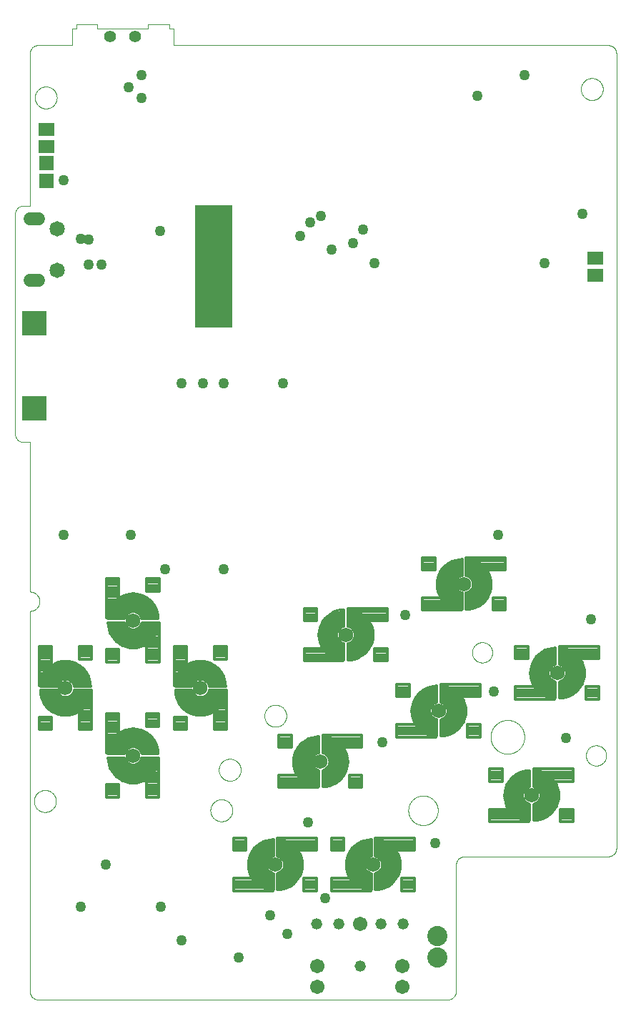
<source format=gts>
G75*
%MOIN*%
%OFA0B0*%
%FSLAX25Y25*%
%IPPOS*%
%LPD*%
%AMOC8*
5,1,8,0,0,1.08239X$1,22.5*
%
%ADD10C,0.00000*%
%ADD11C,0.00039*%
%ADD12R,0.07512X0.06331*%
%ADD13R,0.17748X0.03575*%
%ADD14C,0.01424*%
%ADD15C,0.01000*%
%ADD16C,0.06921*%
%ADD17R,0.06724X0.06724*%
%ADD18C,0.05543*%
%ADD19R,0.11449X0.11449*%
%ADD20C,0.09400*%
%ADD21C,0.06000*%
%ADD22C,0.07150*%
%ADD23C,0.06724*%
%ADD24C,0.05200*%
%ADD25C,0.04978*%
D10*
X0029320Y0021079D02*
X0029320Y0198244D01*
X0029453Y0198246D01*
X0029586Y0198252D01*
X0029718Y0198262D01*
X0029851Y0198275D01*
X0029982Y0198293D01*
X0030114Y0198314D01*
X0030244Y0198339D01*
X0030374Y0198368D01*
X0030503Y0198401D01*
X0030630Y0198438D01*
X0030757Y0198478D01*
X0030883Y0198522D01*
X0031007Y0198570D01*
X0031129Y0198621D01*
X0031250Y0198676D01*
X0031370Y0198735D01*
X0031487Y0198796D01*
X0031603Y0198862D01*
X0031717Y0198930D01*
X0031829Y0199002D01*
X0031938Y0199078D01*
X0032046Y0199156D01*
X0032151Y0199238D01*
X0032253Y0199322D01*
X0032353Y0199410D01*
X0032451Y0199500D01*
X0032545Y0199594D01*
X0032637Y0199690D01*
X0032726Y0199789D01*
X0032812Y0199890D01*
X0032895Y0199994D01*
X0032975Y0200100D01*
X0033052Y0200208D01*
X0033126Y0200319D01*
X0033196Y0200432D01*
X0033263Y0200546D01*
X0033327Y0200663D01*
X0033387Y0200782D01*
X0033444Y0200902D01*
X0033497Y0201024D01*
X0033546Y0201147D01*
X0033592Y0201272D01*
X0033635Y0201398D01*
X0033673Y0201525D01*
X0033708Y0201654D01*
X0033739Y0201783D01*
X0033766Y0201913D01*
X0033789Y0202044D01*
X0033809Y0202175D01*
X0033824Y0202308D01*
X0033836Y0202440D01*
X0033844Y0202573D01*
X0033848Y0202706D01*
X0033848Y0202838D01*
X0033844Y0202971D01*
X0033836Y0203104D01*
X0033824Y0203236D01*
X0033809Y0203369D01*
X0033789Y0203500D01*
X0033766Y0203631D01*
X0033739Y0203761D01*
X0033708Y0203890D01*
X0033673Y0204019D01*
X0033635Y0204146D01*
X0033592Y0204272D01*
X0033546Y0204397D01*
X0033497Y0204520D01*
X0033444Y0204642D01*
X0033387Y0204762D01*
X0033327Y0204881D01*
X0033263Y0204998D01*
X0033196Y0205112D01*
X0033126Y0205225D01*
X0033052Y0205336D01*
X0032975Y0205444D01*
X0032895Y0205550D01*
X0032812Y0205654D01*
X0032726Y0205755D01*
X0032637Y0205854D01*
X0032545Y0205950D01*
X0032451Y0206044D01*
X0032353Y0206134D01*
X0032253Y0206222D01*
X0032151Y0206306D01*
X0032046Y0206388D01*
X0031938Y0206466D01*
X0031829Y0206542D01*
X0031717Y0206614D01*
X0031603Y0206682D01*
X0031487Y0206748D01*
X0031370Y0206809D01*
X0031250Y0206868D01*
X0031129Y0206923D01*
X0031007Y0206974D01*
X0030883Y0207022D01*
X0030757Y0207066D01*
X0030630Y0207106D01*
X0030503Y0207143D01*
X0030374Y0207176D01*
X0030244Y0207205D01*
X0030114Y0207230D01*
X0029982Y0207251D01*
X0029851Y0207269D01*
X0029718Y0207282D01*
X0029586Y0207292D01*
X0029453Y0207298D01*
X0029320Y0207300D01*
X0029320Y0207299D02*
X0029320Y0276984D01*
X0026367Y0276984D01*
X0026243Y0276986D01*
X0026120Y0276992D01*
X0025996Y0277001D01*
X0025874Y0277015D01*
X0025751Y0277032D01*
X0025629Y0277054D01*
X0025508Y0277079D01*
X0025388Y0277108D01*
X0025269Y0277140D01*
X0025150Y0277177D01*
X0025033Y0277217D01*
X0024918Y0277260D01*
X0024803Y0277308D01*
X0024691Y0277359D01*
X0024580Y0277413D01*
X0024470Y0277471D01*
X0024363Y0277532D01*
X0024257Y0277597D01*
X0024154Y0277665D01*
X0024053Y0277736D01*
X0023954Y0277810D01*
X0023857Y0277887D01*
X0023763Y0277968D01*
X0023672Y0278051D01*
X0023583Y0278137D01*
X0023497Y0278226D01*
X0023414Y0278317D01*
X0023333Y0278411D01*
X0023256Y0278508D01*
X0023182Y0278607D01*
X0023111Y0278708D01*
X0023043Y0278811D01*
X0022978Y0278917D01*
X0022917Y0279024D01*
X0022859Y0279134D01*
X0022805Y0279245D01*
X0022754Y0279357D01*
X0022706Y0279472D01*
X0022663Y0279587D01*
X0022623Y0279704D01*
X0022586Y0279823D01*
X0022554Y0279942D01*
X0022525Y0280062D01*
X0022500Y0280183D01*
X0022478Y0280305D01*
X0022461Y0280428D01*
X0022447Y0280550D01*
X0022438Y0280674D01*
X0022432Y0280797D01*
X0022430Y0280921D01*
X0022430Y0383283D01*
X0022432Y0383407D01*
X0022438Y0383530D01*
X0022447Y0383654D01*
X0022461Y0383776D01*
X0022478Y0383899D01*
X0022500Y0384021D01*
X0022525Y0384142D01*
X0022554Y0384262D01*
X0022586Y0384381D01*
X0022623Y0384500D01*
X0022663Y0384617D01*
X0022706Y0384732D01*
X0022754Y0384847D01*
X0022805Y0384959D01*
X0022859Y0385070D01*
X0022917Y0385180D01*
X0022978Y0385287D01*
X0023043Y0385393D01*
X0023111Y0385496D01*
X0023182Y0385597D01*
X0023256Y0385696D01*
X0023333Y0385793D01*
X0023414Y0385887D01*
X0023497Y0385978D01*
X0023583Y0386067D01*
X0023672Y0386153D01*
X0023763Y0386236D01*
X0023857Y0386317D01*
X0023954Y0386394D01*
X0024053Y0386468D01*
X0024154Y0386539D01*
X0024257Y0386607D01*
X0024363Y0386672D01*
X0024470Y0386733D01*
X0024580Y0386791D01*
X0024691Y0386845D01*
X0024803Y0386896D01*
X0024918Y0386944D01*
X0025033Y0386987D01*
X0025150Y0387027D01*
X0025269Y0387064D01*
X0025388Y0387096D01*
X0025508Y0387125D01*
X0025629Y0387150D01*
X0025751Y0387172D01*
X0025874Y0387189D01*
X0025996Y0387203D01*
X0026120Y0387212D01*
X0026243Y0387218D01*
X0026367Y0387220D01*
X0029320Y0387220D01*
X0029320Y0458087D01*
X0029322Y0458211D01*
X0029328Y0458334D01*
X0029337Y0458458D01*
X0029351Y0458580D01*
X0029368Y0458703D01*
X0029390Y0458825D01*
X0029415Y0458946D01*
X0029444Y0459066D01*
X0029476Y0459185D01*
X0029513Y0459304D01*
X0029553Y0459421D01*
X0029596Y0459536D01*
X0029644Y0459651D01*
X0029695Y0459763D01*
X0029749Y0459874D01*
X0029807Y0459984D01*
X0029868Y0460091D01*
X0029933Y0460197D01*
X0030001Y0460300D01*
X0030072Y0460401D01*
X0030146Y0460500D01*
X0030223Y0460597D01*
X0030304Y0460691D01*
X0030387Y0460782D01*
X0030473Y0460871D01*
X0030562Y0460957D01*
X0030653Y0461040D01*
X0030747Y0461121D01*
X0030844Y0461198D01*
X0030943Y0461272D01*
X0031044Y0461343D01*
X0031147Y0461411D01*
X0031253Y0461476D01*
X0031360Y0461537D01*
X0031470Y0461595D01*
X0031581Y0461649D01*
X0031693Y0461700D01*
X0031808Y0461748D01*
X0031923Y0461791D01*
X0032040Y0461831D01*
X0032159Y0461868D01*
X0032278Y0461900D01*
X0032398Y0461929D01*
X0032519Y0461954D01*
X0032641Y0461976D01*
X0032764Y0461993D01*
X0032886Y0462007D01*
X0033010Y0462016D01*
X0033133Y0462022D01*
X0033257Y0462024D01*
X0049005Y0462024D01*
X0049005Y0469898D01*
X0050974Y0469898D01*
X0050974Y0471866D01*
X0060816Y0471866D01*
X0060816Y0469898D01*
X0084438Y0469898D01*
X0084438Y0471866D01*
X0094281Y0471866D01*
X0094281Y0469898D01*
X0096249Y0469898D01*
X0096249Y0462024D01*
X0299005Y0462024D01*
X0299129Y0462022D01*
X0299252Y0462016D01*
X0299376Y0462007D01*
X0299498Y0461993D01*
X0299621Y0461976D01*
X0299743Y0461954D01*
X0299864Y0461929D01*
X0299984Y0461900D01*
X0300103Y0461868D01*
X0300222Y0461831D01*
X0300339Y0461791D01*
X0300454Y0461748D01*
X0300569Y0461700D01*
X0300681Y0461649D01*
X0300792Y0461595D01*
X0300902Y0461537D01*
X0301009Y0461476D01*
X0301115Y0461411D01*
X0301218Y0461343D01*
X0301319Y0461272D01*
X0301418Y0461198D01*
X0301515Y0461121D01*
X0301609Y0461040D01*
X0301700Y0460957D01*
X0301789Y0460871D01*
X0301875Y0460782D01*
X0301958Y0460691D01*
X0302039Y0460597D01*
X0302116Y0460500D01*
X0302190Y0460401D01*
X0302261Y0460300D01*
X0302329Y0460197D01*
X0302394Y0460091D01*
X0302455Y0459984D01*
X0302513Y0459874D01*
X0302567Y0459763D01*
X0302618Y0459651D01*
X0302666Y0459536D01*
X0302709Y0459421D01*
X0302749Y0459304D01*
X0302786Y0459185D01*
X0302818Y0459066D01*
X0302847Y0458946D01*
X0302872Y0458825D01*
X0302894Y0458703D01*
X0302911Y0458580D01*
X0302925Y0458458D01*
X0302934Y0458334D01*
X0302940Y0458211D01*
X0302942Y0458087D01*
X0302942Y0087811D01*
X0302940Y0087687D01*
X0302934Y0087564D01*
X0302925Y0087440D01*
X0302911Y0087318D01*
X0302894Y0087195D01*
X0302872Y0087073D01*
X0302847Y0086952D01*
X0302818Y0086832D01*
X0302786Y0086713D01*
X0302749Y0086594D01*
X0302709Y0086477D01*
X0302666Y0086362D01*
X0302618Y0086247D01*
X0302567Y0086135D01*
X0302513Y0086024D01*
X0302455Y0085914D01*
X0302394Y0085807D01*
X0302329Y0085701D01*
X0302261Y0085598D01*
X0302190Y0085497D01*
X0302116Y0085398D01*
X0302039Y0085301D01*
X0301958Y0085207D01*
X0301875Y0085116D01*
X0301789Y0085027D01*
X0301700Y0084941D01*
X0301609Y0084858D01*
X0301515Y0084777D01*
X0301418Y0084700D01*
X0301319Y0084626D01*
X0301218Y0084555D01*
X0301115Y0084487D01*
X0301009Y0084422D01*
X0300902Y0084361D01*
X0300792Y0084303D01*
X0300681Y0084249D01*
X0300569Y0084198D01*
X0300454Y0084150D01*
X0300339Y0084107D01*
X0300222Y0084067D01*
X0300103Y0084030D01*
X0299984Y0083998D01*
X0299864Y0083969D01*
X0299743Y0083944D01*
X0299621Y0083922D01*
X0299498Y0083905D01*
X0299376Y0083891D01*
X0299252Y0083882D01*
X0299129Y0083876D01*
X0299005Y0083874D01*
X0232076Y0083874D01*
X0231952Y0083872D01*
X0231829Y0083866D01*
X0231705Y0083857D01*
X0231583Y0083843D01*
X0231460Y0083826D01*
X0231338Y0083804D01*
X0231217Y0083779D01*
X0231097Y0083750D01*
X0230978Y0083718D01*
X0230859Y0083681D01*
X0230742Y0083641D01*
X0230627Y0083598D01*
X0230512Y0083550D01*
X0230400Y0083499D01*
X0230289Y0083445D01*
X0230179Y0083387D01*
X0230072Y0083326D01*
X0229966Y0083261D01*
X0229863Y0083193D01*
X0229762Y0083122D01*
X0229663Y0083048D01*
X0229566Y0082971D01*
X0229472Y0082890D01*
X0229381Y0082807D01*
X0229292Y0082721D01*
X0229206Y0082632D01*
X0229123Y0082541D01*
X0229042Y0082447D01*
X0228965Y0082350D01*
X0228891Y0082251D01*
X0228820Y0082150D01*
X0228752Y0082047D01*
X0228687Y0081941D01*
X0228626Y0081834D01*
X0228568Y0081724D01*
X0228514Y0081613D01*
X0228463Y0081501D01*
X0228415Y0081386D01*
X0228372Y0081271D01*
X0228332Y0081154D01*
X0228295Y0081035D01*
X0228263Y0080916D01*
X0228234Y0080796D01*
X0228209Y0080675D01*
X0228187Y0080553D01*
X0228170Y0080430D01*
X0228156Y0080308D01*
X0228147Y0080184D01*
X0228141Y0080061D01*
X0228139Y0079937D01*
X0228139Y0021079D01*
X0228137Y0020955D01*
X0228131Y0020832D01*
X0228122Y0020708D01*
X0228108Y0020586D01*
X0228091Y0020463D01*
X0228069Y0020341D01*
X0228044Y0020220D01*
X0228015Y0020100D01*
X0227983Y0019981D01*
X0227946Y0019862D01*
X0227906Y0019745D01*
X0227863Y0019630D01*
X0227815Y0019515D01*
X0227764Y0019403D01*
X0227710Y0019292D01*
X0227652Y0019182D01*
X0227591Y0019075D01*
X0227526Y0018969D01*
X0227458Y0018866D01*
X0227387Y0018765D01*
X0227313Y0018666D01*
X0227236Y0018569D01*
X0227155Y0018475D01*
X0227072Y0018384D01*
X0226986Y0018295D01*
X0226897Y0018209D01*
X0226806Y0018126D01*
X0226712Y0018045D01*
X0226615Y0017968D01*
X0226516Y0017894D01*
X0226415Y0017823D01*
X0226312Y0017755D01*
X0226206Y0017690D01*
X0226099Y0017629D01*
X0225989Y0017571D01*
X0225878Y0017517D01*
X0225766Y0017466D01*
X0225651Y0017418D01*
X0225536Y0017375D01*
X0225419Y0017335D01*
X0225300Y0017298D01*
X0225181Y0017266D01*
X0225061Y0017237D01*
X0224940Y0017212D01*
X0224818Y0017190D01*
X0224695Y0017173D01*
X0224573Y0017159D01*
X0224449Y0017150D01*
X0224326Y0017144D01*
X0224202Y0017142D01*
X0033257Y0017142D01*
X0033133Y0017144D01*
X0033010Y0017150D01*
X0032886Y0017159D01*
X0032764Y0017173D01*
X0032641Y0017190D01*
X0032519Y0017212D01*
X0032398Y0017237D01*
X0032278Y0017266D01*
X0032159Y0017298D01*
X0032040Y0017335D01*
X0031923Y0017375D01*
X0031808Y0017418D01*
X0031693Y0017466D01*
X0031581Y0017517D01*
X0031470Y0017571D01*
X0031360Y0017629D01*
X0031253Y0017690D01*
X0031147Y0017755D01*
X0031044Y0017823D01*
X0030943Y0017894D01*
X0030844Y0017968D01*
X0030747Y0018045D01*
X0030653Y0018126D01*
X0030562Y0018209D01*
X0030473Y0018295D01*
X0030387Y0018384D01*
X0030304Y0018475D01*
X0030223Y0018569D01*
X0030146Y0018666D01*
X0030072Y0018765D01*
X0030001Y0018866D01*
X0029933Y0018969D01*
X0029868Y0019075D01*
X0029807Y0019182D01*
X0029749Y0019292D01*
X0029695Y0019403D01*
X0029644Y0019515D01*
X0029596Y0019630D01*
X0029553Y0019745D01*
X0029513Y0019862D01*
X0029476Y0019981D01*
X0029444Y0020100D01*
X0029415Y0020220D01*
X0029390Y0020341D01*
X0029368Y0020463D01*
X0029351Y0020586D01*
X0029337Y0020708D01*
X0029328Y0020832D01*
X0029322Y0020955D01*
X0029320Y0021079D01*
X0074891Y0130921D02*
X0074893Y0131020D01*
X0074899Y0131119D01*
X0074909Y0131218D01*
X0074923Y0131316D01*
X0074941Y0131413D01*
X0074963Y0131510D01*
X0074988Y0131606D01*
X0075018Y0131700D01*
X0075051Y0131794D01*
X0075088Y0131886D01*
X0075129Y0131976D01*
X0075173Y0132065D01*
X0075221Y0132151D01*
X0075272Y0132236D01*
X0075327Y0132319D01*
X0075385Y0132399D01*
X0075446Y0132477D01*
X0075510Y0132553D01*
X0075577Y0132626D01*
X0075647Y0132696D01*
X0075720Y0132763D01*
X0075796Y0132827D01*
X0075874Y0132888D01*
X0075954Y0132946D01*
X0076037Y0133001D01*
X0076121Y0133052D01*
X0076208Y0133100D01*
X0076297Y0133144D01*
X0076387Y0133185D01*
X0076479Y0133222D01*
X0076573Y0133255D01*
X0076667Y0133285D01*
X0076763Y0133310D01*
X0076860Y0133332D01*
X0076957Y0133350D01*
X0077055Y0133364D01*
X0077154Y0133374D01*
X0077253Y0133380D01*
X0077352Y0133382D01*
X0077451Y0133380D01*
X0077550Y0133374D01*
X0077649Y0133364D01*
X0077747Y0133350D01*
X0077844Y0133332D01*
X0077941Y0133310D01*
X0078037Y0133285D01*
X0078131Y0133255D01*
X0078225Y0133222D01*
X0078317Y0133185D01*
X0078407Y0133144D01*
X0078496Y0133100D01*
X0078582Y0133052D01*
X0078667Y0133001D01*
X0078750Y0132946D01*
X0078830Y0132888D01*
X0078908Y0132827D01*
X0078984Y0132763D01*
X0079057Y0132696D01*
X0079127Y0132626D01*
X0079194Y0132553D01*
X0079258Y0132477D01*
X0079319Y0132399D01*
X0079377Y0132319D01*
X0079432Y0132236D01*
X0079483Y0132152D01*
X0079531Y0132065D01*
X0079575Y0131976D01*
X0079616Y0131886D01*
X0079653Y0131794D01*
X0079686Y0131700D01*
X0079716Y0131606D01*
X0079741Y0131510D01*
X0079763Y0131413D01*
X0079781Y0131316D01*
X0079795Y0131218D01*
X0079805Y0131119D01*
X0079811Y0131020D01*
X0079813Y0130921D01*
X0079811Y0130822D01*
X0079805Y0130723D01*
X0079795Y0130624D01*
X0079781Y0130526D01*
X0079763Y0130429D01*
X0079741Y0130332D01*
X0079716Y0130236D01*
X0079686Y0130142D01*
X0079653Y0130048D01*
X0079616Y0129956D01*
X0079575Y0129866D01*
X0079531Y0129777D01*
X0079483Y0129691D01*
X0079432Y0129606D01*
X0079377Y0129523D01*
X0079319Y0129443D01*
X0079258Y0129365D01*
X0079194Y0129289D01*
X0079127Y0129216D01*
X0079057Y0129146D01*
X0078984Y0129079D01*
X0078908Y0129015D01*
X0078830Y0128954D01*
X0078750Y0128896D01*
X0078667Y0128841D01*
X0078583Y0128790D01*
X0078496Y0128742D01*
X0078407Y0128698D01*
X0078317Y0128657D01*
X0078225Y0128620D01*
X0078131Y0128587D01*
X0078037Y0128557D01*
X0077941Y0128532D01*
X0077844Y0128510D01*
X0077747Y0128492D01*
X0077649Y0128478D01*
X0077550Y0128468D01*
X0077451Y0128462D01*
X0077352Y0128460D01*
X0077253Y0128462D01*
X0077154Y0128468D01*
X0077055Y0128478D01*
X0076957Y0128492D01*
X0076860Y0128510D01*
X0076763Y0128532D01*
X0076667Y0128557D01*
X0076573Y0128587D01*
X0076479Y0128620D01*
X0076387Y0128657D01*
X0076297Y0128698D01*
X0076208Y0128742D01*
X0076122Y0128790D01*
X0076037Y0128841D01*
X0075954Y0128896D01*
X0075874Y0128954D01*
X0075796Y0129015D01*
X0075720Y0129079D01*
X0075647Y0129146D01*
X0075577Y0129216D01*
X0075510Y0129289D01*
X0075446Y0129365D01*
X0075385Y0129443D01*
X0075327Y0129523D01*
X0075272Y0129606D01*
X0075221Y0129690D01*
X0075173Y0129777D01*
X0075129Y0129866D01*
X0075088Y0129956D01*
X0075051Y0130048D01*
X0075018Y0130142D01*
X0074988Y0130236D01*
X0074963Y0130332D01*
X0074941Y0130429D01*
X0074923Y0130526D01*
X0074909Y0130624D01*
X0074899Y0130723D01*
X0074893Y0130822D01*
X0074891Y0130921D01*
X0043395Y0162417D02*
X0043397Y0162516D01*
X0043403Y0162615D01*
X0043413Y0162714D01*
X0043427Y0162812D01*
X0043445Y0162909D01*
X0043467Y0163006D01*
X0043492Y0163102D01*
X0043522Y0163196D01*
X0043555Y0163290D01*
X0043592Y0163382D01*
X0043633Y0163472D01*
X0043677Y0163561D01*
X0043725Y0163647D01*
X0043776Y0163732D01*
X0043831Y0163815D01*
X0043889Y0163895D01*
X0043950Y0163973D01*
X0044014Y0164049D01*
X0044081Y0164122D01*
X0044151Y0164192D01*
X0044224Y0164259D01*
X0044300Y0164323D01*
X0044378Y0164384D01*
X0044458Y0164442D01*
X0044541Y0164497D01*
X0044625Y0164548D01*
X0044712Y0164596D01*
X0044801Y0164640D01*
X0044891Y0164681D01*
X0044983Y0164718D01*
X0045077Y0164751D01*
X0045171Y0164781D01*
X0045267Y0164806D01*
X0045364Y0164828D01*
X0045461Y0164846D01*
X0045559Y0164860D01*
X0045658Y0164870D01*
X0045757Y0164876D01*
X0045856Y0164878D01*
X0045955Y0164876D01*
X0046054Y0164870D01*
X0046153Y0164860D01*
X0046251Y0164846D01*
X0046348Y0164828D01*
X0046445Y0164806D01*
X0046541Y0164781D01*
X0046635Y0164751D01*
X0046729Y0164718D01*
X0046821Y0164681D01*
X0046911Y0164640D01*
X0047000Y0164596D01*
X0047086Y0164548D01*
X0047171Y0164497D01*
X0047254Y0164442D01*
X0047334Y0164384D01*
X0047412Y0164323D01*
X0047488Y0164259D01*
X0047561Y0164192D01*
X0047631Y0164122D01*
X0047698Y0164049D01*
X0047762Y0163973D01*
X0047823Y0163895D01*
X0047881Y0163815D01*
X0047936Y0163732D01*
X0047987Y0163648D01*
X0048035Y0163561D01*
X0048079Y0163472D01*
X0048120Y0163382D01*
X0048157Y0163290D01*
X0048190Y0163196D01*
X0048220Y0163102D01*
X0048245Y0163006D01*
X0048267Y0162909D01*
X0048285Y0162812D01*
X0048299Y0162714D01*
X0048309Y0162615D01*
X0048315Y0162516D01*
X0048317Y0162417D01*
X0048315Y0162318D01*
X0048309Y0162219D01*
X0048299Y0162120D01*
X0048285Y0162022D01*
X0048267Y0161925D01*
X0048245Y0161828D01*
X0048220Y0161732D01*
X0048190Y0161638D01*
X0048157Y0161544D01*
X0048120Y0161452D01*
X0048079Y0161362D01*
X0048035Y0161273D01*
X0047987Y0161187D01*
X0047936Y0161102D01*
X0047881Y0161019D01*
X0047823Y0160939D01*
X0047762Y0160861D01*
X0047698Y0160785D01*
X0047631Y0160712D01*
X0047561Y0160642D01*
X0047488Y0160575D01*
X0047412Y0160511D01*
X0047334Y0160450D01*
X0047254Y0160392D01*
X0047171Y0160337D01*
X0047087Y0160286D01*
X0047000Y0160238D01*
X0046911Y0160194D01*
X0046821Y0160153D01*
X0046729Y0160116D01*
X0046635Y0160083D01*
X0046541Y0160053D01*
X0046445Y0160028D01*
X0046348Y0160006D01*
X0046251Y0159988D01*
X0046153Y0159974D01*
X0046054Y0159964D01*
X0045955Y0159958D01*
X0045856Y0159956D01*
X0045757Y0159958D01*
X0045658Y0159964D01*
X0045559Y0159974D01*
X0045461Y0159988D01*
X0045364Y0160006D01*
X0045267Y0160028D01*
X0045171Y0160053D01*
X0045077Y0160083D01*
X0044983Y0160116D01*
X0044891Y0160153D01*
X0044801Y0160194D01*
X0044712Y0160238D01*
X0044626Y0160286D01*
X0044541Y0160337D01*
X0044458Y0160392D01*
X0044378Y0160450D01*
X0044300Y0160511D01*
X0044224Y0160575D01*
X0044151Y0160642D01*
X0044081Y0160712D01*
X0044014Y0160785D01*
X0043950Y0160861D01*
X0043889Y0160939D01*
X0043831Y0161019D01*
X0043776Y0161102D01*
X0043725Y0161186D01*
X0043677Y0161273D01*
X0043633Y0161362D01*
X0043592Y0161452D01*
X0043555Y0161544D01*
X0043522Y0161638D01*
X0043492Y0161732D01*
X0043467Y0161828D01*
X0043445Y0161925D01*
X0043427Y0162022D01*
X0043413Y0162120D01*
X0043403Y0162219D01*
X0043397Y0162318D01*
X0043395Y0162417D01*
X0074891Y0193913D02*
X0074893Y0194012D01*
X0074899Y0194111D01*
X0074909Y0194210D01*
X0074923Y0194308D01*
X0074941Y0194405D01*
X0074963Y0194502D01*
X0074988Y0194598D01*
X0075018Y0194692D01*
X0075051Y0194786D01*
X0075088Y0194878D01*
X0075129Y0194968D01*
X0075173Y0195057D01*
X0075221Y0195143D01*
X0075272Y0195228D01*
X0075327Y0195311D01*
X0075385Y0195391D01*
X0075446Y0195469D01*
X0075510Y0195545D01*
X0075577Y0195618D01*
X0075647Y0195688D01*
X0075720Y0195755D01*
X0075796Y0195819D01*
X0075874Y0195880D01*
X0075954Y0195938D01*
X0076037Y0195993D01*
X0076121Y0196044D01*
X0076208Y0196092D01*
X0076297Y0196136D01*
X0076387Y0196177D01*
X0076479Y0196214D01*
X0076573Y0196247D01*
X0076667Y0196277D01*
X0076763Y0196302D01*
X0076860Y0196324D01*
X0076957Y0196342D01*
X0077055Y0196356D01*
X0077154Y0196366D01*
X0077253Y0196372D01*
X0077352Y0196374D01*
X0077451Y0196372D01*
X0077550Y0196366D01*
X0077649Y0196356D01*
X0077747Y0196342D01*
X0077844Y0196324D01*
X0077941Y0196302D01*
X0078037Y0196277D01*
X0078131Y0196247D01*
X0078225Y0196214D01*
X0078317Y0196177D01*
X0078407Y0196136D01*
X0078496Y0196092D01*
X0078582Y0196044D01*
X0078667Y0195993D01*
X0078750Y0195938D01*
X0078830Y0195880D01*
X0078908Y0195819D01*
X0078984Y0195755D01*
X0079057Y0195688D01*
X0079127Y0195618D01*
X0079194Y0195545D01*
X0079258Y0195469D01*
X0079319Y0195391D01*
X0079377Y0195311D01*
X0079432Y0195228D01*
X0079483Y0195144D01*
X0079531Y0195057D01*
X0079575Y0194968D01*
X0079616Y0194878D01*
X0079653Y0194786D01*
X0079686Y0194692D01*
X0079716Y0194598D01*
X0079741Y0194502D01*
X0079763Y0194405D01*
X0079781Y0194308D01*
X0079795Y0194210D01*
X0079805Y0194111D01*
X0079811Y0194012D01*
X0079813Y0193913D01*
X0079811Y0193814D01*
X0079805Y0193715D01*
X0079795Y0193616D01*
X0079781Y0193518D01*
X0079763Y0193421D01*
X0079741Y0193324D01*
X0079716Y0193228D01*
X0079686Y0193134D01*
X0079653Y0193040D01*
X0079616Y0192948D01*
X0079575Y0192858D01*
X0079531Y0192769D01*
X0079483Y0192683D01*
X0079432Y0192598D01*
X0079377Y0192515D01*
X0079319Y0192435D01*
X0079258Y0192357D01*
X0079194Y0192281D01*
X0079127Y0192208D01*
X0079057Y0192138D01*
X0078984Y0192071D01*
X0078908Y0192007D01*
X0078830Y0191946D01*
X0078750Y0191888D01*
X0078667Y0191833D01*
X0078583Y0191782D01*
X0078496Y0191734D01*
X0078407Y0191690D01*
X0078317Y0191649D01*
X0078225Y0191612D01*
X0078131Y0191579D01*
X0078037Y0191549D01*
X0077941Y0191524D01*
X0077844Y0191502D01*
X0077747Y0191484D01*
X0077649Y0191470D01*
X0077550Y0191460D01*
X0077451Y0191454D01*
X0077352Y0191452D01*
X0077253Y0191454D01*
X0077154Y0191460D01*
X0077055Y0191470D01*
X0076957Y0191484D01*
X0076860Y0191502D01*
X0076763Y0191524D01*
X0076667Y0191549D01*
X0076573Y0191579D01*
X0076479Y0191612D01*
X0076387Y0191649D01*
X0076297Y0191690D01*
X0076208Y0191734D01*
X0076122Y0191782D01*
X0076037Y0191833D01*
X0075954Y0191888D01*
X0075874Y0191946D01*
X0075796Y0192007D01*
X0075720Y0192071D01*
X0075647Y0192138D01*
X0075577Y0192208D01*
X0075510Y0192281D01*
X0075446Y0192357D01*
X0075385Y0192435D01*
X0075327Y0192515D01*
X0075272Y0192598D01*
X0075221Y0192682D01*
X0075173Y0192769D01*
X0075129Y0192858D01*
X0075088Y0192948D01*
X0075051Y0193040D01*
X0075018Y0193134D01*
X0074988Y0193228D01*
X0074963Y0193324D01*
X0074941Y0193421D01*
X0074923Y0193518D01*
X0074909Y0193616D01*
X0074899Y0193715D01*
X0074893Y0193814D01*
X0074891Y0193913D01*
X0106387Y0162417D02*
X0106389Y0162516D01*
X0106395Y0162615D01*
X0106405Y0162714D01*
X0106419Y0162812D01*
X0106437Y0162909D01*
X0106459Y0163006D01*
X0106484Y0163102D01*
X0106514Y0163196D01*
X0106547Y0163290D01*
X0106584Y0163382D01*
X0106625Y0163472D01*
X0106669Y0163561D01*
X0106717Y0163647D01*
X0106768Y0163732D01*
X0106823Y0163815D01*
X0106881Y0163895D01*
X0106942Y0163973D01*
X0107006Y0164049D01*
X0107073Y0164122D01*
X0107143Y0164192D01*
X0107216Y0164259D01*
X0107292Y0164323D01*
X0107370Y0164384D01*
X0107450Y0164442D01*
X0107533Y0164497D01*
X0107617Y0164548D01*
X0107704Y0164596D01*
X0107793Y0164640D01*
X0107883Y0164681D01*
X0107975Y0164718D01*
X0108069Y0164751D01*
X0108163Y0164781D01*
X0108259Y0164806D01*
X0108356Y0164828D01*
X0108453Y0164846D01*
X0108551Y0164860D01*
X0108650Y0164870D01*
X0108749Y0164876D01*
X0108848Y0164878D01*
X0108947Y0164876D01*
X0109046Y0164870D01*
X0109145Y0164860D01*
X0109243Y0164846D01*
X0109340Y0164828D01*
X0109437Y0164806D01*
X0109533Y0164781D01*
X0109627Y0164751D01*
X0109721Y0164718D01*
X0109813Y0164681D01*
X0109903Y0164640D01*
X0109992Y0164596D01*
X0110078Y0164548D01*
X0110163Y0164497D01*
X0110246Y0164442D01*
X0110326Y0164384D01*
X0110404Y0164323D01*
X0110480Y0164259D01*
X0110553Y0164192D01*
X0110623Y0164122D01*
X0110690Y0164049D01*
X0110754Y0163973D01*
X0110815Y0163895D01*
X0110873Y0163815D01*
X0110928Y0163732D01*
X0110979Y0163648D01*
X0111027Y0163561D01*
X0111071Y0163472D01*
X0111112Y0163382D01*
X0111149Y0163290D01*
X0111182Y0163196D01*
X0111212Y0163102D01*
X0111237Y0163006D01*
X0111259Y0162909D01*
X0111277Y0162812D01*
X0111291Y0162714D01*
X0111301Y0162615D01*
X0111307Y0162516D01*
X0111309Y0162417D01*
X0111307Y0162318D01*
X0111301Y0162219D01*
X0111291Y0162120D01*
X0111277Y0162022D01*
X0111259Y0161925D01*
X0111237Y0161828D01*
X0111212Y0161732D01*
X0111182Y0161638D01*
X0111149Y0161544D01*
X0111112Y0161452D01*
X0111071Y0161362D01*
X0111027Y0161273D01*
X0110979Y0161187D01*
X0110928Y0161102D01*
X0110873Y0161019D01*
X0110815Y0160939D01*
X0110754Y0160861D01*
X0110690Y0160785D01*
X0110623Y0160712D01*
X0110553Y0160642D01*
X0110480Y0160575D01*
X0110404Y0160511D01*
X0110326Y0160450D01*
X0110246Y0160392D01*
X0110163Y0160337D01*
X0110079Y0160286D01*
X0109992Y0160238D01*
X0109903Y0160194D01*
X0109813Y0160153D01*
X0109721Y0160116D01*
X0109627Y0160083D01*
X0109533Y0160053D01*
X0109437Y0160028D01*
X0109340Y0160006D01*
X0109243Y0159988D01*
X0109145Y0159974D01*
X0109046Y0159964D01*
X0108947Y0159958D01*
X0108848Y0159956D01*
X0108749Y0159958D01*
X0108650Y0159964D01*
X0108551Y0159974D01*
X0108453Y0159988D01*
X0108356Y0160006D01*
X0108259Y0160028D01*
X0108163Y0160053D01*
X0108069Y0160083D01*
X0107975Y0160116D01*
X0107883Y0160153D01*
X0107793Y0160194D01*
X0107704Y0160238D01*
X0107618Y0160286D01*
X0107533Y0160337D01*
X0107450Y0160392D01*
X0107370Y0160450D01*
X0107292Y0160511D01*
X0107216Y0160575D01*
X0107143Y0160642D01*
X0107073Y0160712D01*
X0107006Y0160785D01*
X0106942Y0160861D01*
X0106881Y0160939D01*
X0106823Y0161019D01*
X0106768Y0161102D01*
X0106717Y0161186D01*
X0106669Y0161273D01*
X0106625Y0161362D01*
X0106584Y0161452D01*
X0106547Y0161544D01*
X0106514Y0161638D01*
X0106484Y0161732D01*
X0106459Y0161828D01*
X0106437Y0161925D01*
X0106419Y0162022D01*
X0106405Y0162120D01*
X0106395Y0162219D01*
X0106389Y0162318D01*
X0106387Y0162417D01*
X0141249Y0080173D02*
X0141251Y0080272D01*
X0141257Y0080371D01*
X0141267Y0080470D01*
X0141281Y0080568D01*
X0141299Y0080665D01*
X0141321Y0080762D01*
X0141346Y0080858D01*
X0141376Y0080952D01*
X0141409Y0081046D01*
X0141446Y0081138D01*
X0141487Y0081228D01*
X0141531Y0081317D01*
X0141579Y0081403D01*
X0141630Y0081488D01*
X0141685Y0081571D01*
X0141743Y0081651D01*
X0141804Y0081729D01*
X0141868Y0081805D01*
X0141935Y0081878D01*
X0142005Y0081948D01*
X0142078Y0082015D01*
X0142154Y0082079D01*
X0142232Y0082140D01*
X0142312Y0082198D01*
X0142395Y0082253D01*
X0142479Y0082304D01*
X0142566Y0082352D01*
X0142655Y0082396D01*
X0142745Y0082437D01*
X0142837Y0082474D01*
X0142931Y0082507D01*
X0143025Y0082537D01*
X0143121Y0082562D01*
X0143218Y0082584D01*
X0143315Y0082602D01*
X0143413Y0082616D01*
X0143512Y0082626D01*
X0143611Y0082632D01*
X0143710Y0082634D01*
X0143809Y0082632D01*
X0143908Y0082626D01*
X0144007Y0082616D01*
X0144105Y0082602D01*
X0144202Y0082584D01*
X0144299Y0082562D01*
X0144395Y0082537D01*
X0144489Y0082507D01*
X0144583Y0082474D01*
X0144675Y0082437D01*
X0144765Y0082396D01*
X0144854Y0082352D01*
X0144940Y0082304D01*
X0145025Y0082253D01*
X0145108Y0082198D01*
X0145188Y0082140D01*
X0145266Y0082079D01*
X0145342Y0082015D01*
X0145415Y0081948D01*
X0145485Y0081878D01*
X0145552Y0081805D01*
X0145616Y0081729D01*
X0145677Y0081651D01*
X0145735Y0081571D01*
X0145790Y0081488D01*
X0145841Y0081404D01*
X0145889Y0081317D01*
X0145933Y0081228D01*
X0145974Y0081138D01*
X0146011Y0081046D01*
X0146044Y0080952D01*
X0146074Y0080858D01*
X0146099Y0080762D01*
X0146121Y0080665D01*
X0146139Y0080568D01*
X0146153Y0080470D01*
X0146163Y0080371D01*
X0146169Y0080272D01*
X0146171Y0080173D01*
X0146169Y0080074D01*
X0146163Y0079975D01*
X0146153Y0079876D01*
X0146139Y0079778D01*
X0146121Y0079681D01*
X0146099Y0079584D01*
X0146074Y0079488D01*
X0146044Y0079394D01*
X0146011Y0079300D01*
X0145974Y0079208D01*
X0145933Y0079118D01*
X0145889Y0079029D01*
X0145841Y0078943D01*
X0145790Y0078858D01*
X0145735Y0078775D01*
X0145677Y0078695D01*
X0145616Y0078617D01*
X0145552Y0078541D01*
X0145485Y0078468D01*
X0145415Y0078398D01*
X0145342Y0078331D01*
X0145266Y0078267D01*
X0145188Y0078206D01*
X0145108Y0078148D01*
X0145025Y0078093D01*
X0144941Y0078042D01*
X0144854Y0077994D01*
X0144765Y0077950D01*
X0144675Y0077909D01*
X0144583Y0077872D01*
X0144489Y0077839D01*
X0144395Y0077809D01*
X0144299Y0077784D01*
X0144202Y0077762D01*
X0144105Y0077744D01*
X0144007Y0077730D01*
X0143908Y0077720D01*
X0143809Y0077714D01*
X0143710Y0077712D01*
X0143611Y0077714D01*
X0143512Y0077720D01*
X0143413Y0077730D01*
X0143315Y0077744D01*
X0143218Y0077762D01*
X0143121Y0077784D01*
X0143025Y0077809D01*
X0142931Y0077839D01*
X0142837Y0077872D01*
X0142745Y0077909D01*
X0142655Y0077950D01*
X0142566Y0077994D01*
X0142480Y0078042D01*
X0142395Y0078093D01*
X0142312Y0078148D01*
X0142232Y0078206D01*
X0142154Y0078267D01*
X0142078Y0078331D01*
X0142005Y0078398D01*
X0141935Y0078468D01*
X0141868Y0078541D01*
X0141804Y0078617D01*
X0141743Y0078695D01*
X0141685Y0078775D01*
X0141630Y0078858D01*
X0141579Y0078942D01*
X0141531Y0079029D01*
X0141487Y0079118D01*
X0141446Y0079208D01*
X0141409Y0079300D01*
X0141376Y0079394D01*
X0141346Y0079488D01*
X0141321Y0079584D01*
X0141299Y0079681D01*
X0141281Y0079778D01*
X0141267Y0079876D01*
X0141257Y0079975D01*
X0141251Y0080074D01*
X0141249Y0080173D01*
X0162371Y0128205D02*
X0162373Y0128304D01*
X0162379Y0128403D01*
X0162389Y0128502D01*
X0162403Y0128600D01*
X0162421Y0128697D01*
X0162443Y0128794D01*
X0162468Y0128890D01*
X0162498Y0128984D01*
X0162531Y0129078D01*
X0162568Y0129170D01*
X0162609Y0129260D01*
X0162653Y0129349D01*
X0162701Y0129435D01*
X0162752Y0129520D01*
X0162807Y0129603D01*
X0162865Y0129683D01*
X0162926Y0129761D01*
X0162990Y0129837D01*
X0163057Y0129910D01*
X0163127Y0129980D01*
X0163200Y0130047D01*
X0163276Y0130111D01*
X0163354Y0130172D01*
X0163434Y0130230D01*
X0163517Y0130285D01*
X0163601Y0130336D01*
X0163688Y0130384D01*
X0163777Y0130428D01*
X0163867Y0130469D01*
X0163959Y0130506D01*
X0164053Y0130539D01*
X0164147Y0130569D01*
X0164243Y0130594D01*
X0164340Y0130616D01*
X0164437Y0130634D01*
X0164535Y0130648D01*
X0164634Y0130658D01*
X0164733Y0130664D01*
X0164832Y0130666D01*
X0164931Y0130664D01*
X0165030Y0130658D01*
X0165129Y0130648D01*
X0165227Y0130634D01*
X0165324Y0130616D01*
X0165421Y0130594D01*
X0165517Y0130569D01*
X0165611Y0130539D01*
X0165705Y0130506D01*
X0165797Y0130469D01*
X0165887Y0130428D01*
X0165976Y0130384D01*
X0166062Y0130336D01*
X0166147Y0130285D01*
X0166230Y0130230D01*
X0166310Y0130172D01*
X0166388Y0130111D01*
X0166464Y0130047D01*
X0166537Y0129980D01*
X0166607Y0129910D01*
X0166674Y0129837D01*
X0166738Y0129761D01*
X0166799Y0129683D01*
X0166857Y0129603D01*
X0166912Y0129520D01*
X0166963Y0129436D01*
X0167011Y0129349D01*
X0167055Y0129260D01*
X0167096Y0129170D01*
X0167133Y0129078D01*
X0167166Y0128984D01*
X0167196Y0128890D01*
X0167221Y0128794D01*
X0167243Y0128697D01*
X0167261Y0128600D01*
X0167275Y0128502D01*
X0167285Y0128403D01*
X0167291Y0128304D01*
X0167293Y0128205D01*
X0167291Y0128106D01*
X0167285Y0128007D01*
X0167275Y0127908D01*
X0167261Y0127810D01*
X0167243Y0127713D01*
X0167221Y0127616D01*
X0167196Y0127520D01*
X0167166Y0127426D01*
X0167133Y0127332D01*
X0167096Y0127240D01*
X0167055Y0127150D01*
X0167011Y0127061D01*
X0166963Y0126975D01*
X0166912Y0126890D01*
X0166857Y0126807D01*
X0166799Y0126727D01*
X0166738Y0126649D01*
X0166674Y0126573D01*
X0166607Y0126500D01*
X0166537Y0126430D01*
X0166464Y0126363D01*
X0166388Y0126299D01*
X0166310Y0126238D01*
X0166230Y0126180D01*
X0166147Y0126125D01*
X0166063Y0126074D01*
X0165976Y0126026D01*
X0165887Y0125982D01*
X0165797Y0125941D01*
X0165705Y0125904D01*
X0165611Y0125871D01*
X0165517Y0125841D01*
X0165421Y0125816D01*
X0165324Y0125794D01*
X0165227Y0125776D01*
X0165129Y0125762D01*
X0165030Y0125752D01*
X0164931Y0125746D01*
X0164832Y0125744D01*
X0164733Y0125746D01*
X0164634Y0125752D01*
X0164535Y0125762D01*
X0164437Y0125776D01*
X0164340Y0125794D01*
X0164243Y0125816D01*
X0164147Y0125841D01*
X0164053Y0125871D01*
X0163959Y0125904D01*
X0163867Y0125941D01*
X0163777Y0125982D01*
X0163688Y0126026D01*
X0163602Y0126074D01*
X0163517Y0126125D01*
X0163434Y0126180D01*
X0163354Y0126238D01*
X0163276Y0126299D01*
X0163200Y0126363D01*
X0163127Y0126430D01*
X0163057Y0126500D01*
X0162990Y0126573D01*
X0162926Y0126649D01*
X0162865Y0126727D01*
X0162807Y0126807D01*
X0162752Y0126890D01*
X0162701Y0126974D01*
X0162653Y0127061D01*
X0162609Y0127150D01*
X0162568Y0127240D01*
X0162531Y0127332D01*
X0162498Y0127426D01*
X0162468Y0127520D01*
X0162443Y0127616D01*
X0162421Y0127713D01*
X0162403Y0127810D01*
X0162389Y0127908D01*
X0162379Y0128007D01*
X0162373Y0128106D01*
X0162371Y0128205D01*
X0186918Y0080173D02*
X0186920Y0080272D01*
X0186926Y0080371D01*
X0186936Y0080470D01*
X0186950Y0080568D01*
X0186968Y0080665D01*
X0186990Y0080762D01*
X0187015Y0080858D01*
X0187045Y0080952D01*
X0187078Y0081046D01*
X0187115Y0081138D01*
X0187156Y0081228D01*
X0187200Y0081317D01*
X0187248Y0081403D01*
X0187299Y0081488D01*
X0187354Y0081571D01*
X0187412Y0081651D01*
X0187473Y0081729D01*
X0187537Y0081805D01*
X0187604Y0081878D01*
X0187674Y0081948D01*
X0187747Y0082015D01*
X0187823Y0082079D01*
X0187901Y0082140D01*
X0187981Y0082198D01*
X0188064Y0082253D01*
X0188148Y0082304D01*
X0188235Y0082352D01*
X0188324Y0082396D01*
X0188414Y0082437D01*
X0188506Y0082474D01*
X0188600Y0082507D01*
X0188694Y0082537D01*
X0188790Y0082562D01*
X0188887Y0082584D01*
X0188984Y0082602D01*
X0189082Y0082616D01*
X0189181Y0082626D01*
X0189280Y0082632D01*
X0189379Y0082634D01*
X0189478Y0082632D01*
X0189577Y0082626D01*
X0189676Y0082616D01*
X0189774Y0082602D01*
X0189871Y0082584D01*
X0189968Y0082562D01*
X0190064Y0082537D01*
X0190158Y0082507D01*
X0190252Y0082474D01*
X0190344Y0082437D01*
X0190434Y0082396D01*
X0190523Y0082352D01*
X0190609Y0082304D01*
X0190694Y0082253D01*
X0190777Y0082198D01*
X0190857Y0082140D01*
X0190935Y0082079D01*
X0191011Y0082015D01*
X0191084Y0081948D01*
X0191154Y0081878D01*
X0191221Y0081805D01*
X0191285Y0081729D01*
X0191346Y0081651D01*
X0191404Y0081571D01*
X0191459Y0081488D01*
X0191510Y0081404D01*
X0191558Y0081317D01*
X0191602Y0081228D01*
X0191643Y0081138D01*
X0191680Y0081046D01*
X0191713Y0080952D01*
X0191743Y0080858D01*
X0191768Y0080762D01*
X0191790Y0080665D01*
X0191808Y0080568D01*
X0191822Y0080470D01*
X0191832Y0080371D01*
X0191838Y0080272D01*
X0191840Y0080173D01*
X0191838Y0080074D01*
X0191832Y0079975D01*
X0191822Y0079876D01*
X0191808Y0079778D01*
X0191790Y0079681D01*
X0191768Y0079584D01*
X0191743Y0079488D01*
X0191713Y0079394D01*
X0191680Y0079300D01*
X0191643Y0079208D01*
X0191602Y0079118D01*
X0191558Y0079029D01*
X0191510Y0078943D01*
X0191459Y0078858D01*
X0191404Y0078775D01*
X0191346Y0078695D01*
X0191285Y0078617D01*
X0191221Y0078541D01*
X0191154Y0078468D01*
X0191084Y0078398D01*
X0191011Y0078331D01*
X0190935Y0078267D01*
X0190857Y0078206D01*
X0190777Y0078148D01*
X0190694Y0078093D01*
X0190610Y0078042D01*
X0190523Y0077994D01*
X0190434Y0077950D01*
X0190344Y0077909D01*
X0190252Y0077872D01*
X0190158Y0077839D01*
X0190064Y0077809D01*
X0189968Y0077784D01*
X0189871Y0077762D01*
X0189774Y0077744D01*
X0189676Y0077730D01*
X0189577Y0077720D01*
X0189478Y0077714D01*
X0189379Y0077712D01*
X0189280Y0077714D01*
X0189181Y0077720D01*
X0189082Y0077730D01*
X0188984Y0077744D01*
X0188887Y0077762D01*
X0188790Y0077784D01*
X0188694Y0077809D01*
X0188600Y0077839D01*
X0188506Y0077872D01*
X0188414Y0077909D01*
X0188324Y0077950D01*
X0188235Y0077994D01*
X0188149Y0078042D01*
X0188064Y0078093D01*
X0187981Y0078148D01*
X0187901Y0078206D01*
X0187823Y0078267D01*
X0187747Y0078331D01*
X0187674Y0078398D01*
X0187604Y0078468D01*
X0187537Y0078541D01*
X0187473Y0078617D01*
X0187412Y0078695D01*
X0187354Y0078775D01*
X0187299Y0078858D01*
X0187248Y0078942D01*
X0187200Y0079029D01*
X0187156Y0079118D01*
X0187115Y0079208D01*
X0187078Y0079300D01*
X0187045Y0079394D01*
X0187015Y0079488D01*
X0186990Y0079584D01*
X0186968Y0079681D01*
X0186950Y0079778D01*
X0186936Y0079876D01*
X0186926Y0079975D01*
X0186920Y0080074D01*
X0186918Y0080173D01*
X0180895Y0052575D02*
X0180897Y0052672D01*
X0180903Y0052769D01*
X0180913Y0052865D01*
X0180927Y0052961D01*
X0180945Y0053057D01*
X0180966Y0053151D01*
X0180992Y0053245D01*
X0181021Y0053337D01*
X0181055Y0053428D01*
X0181091Y0053518D01*
X0181132Y0053606D01*
X0181176Y0053692D01*
X0181224Y0053777D01*
X0181275Y0053859D01*
X0181329Y0053940D01*
X0181387Y0054018D01*
X0181448Y0054093D01*
X0181511Y0054166D01*
X0181578Y0054237D01*
X0181648Y0054304D01*
X0181720Y0054369D01*
X0181795Y0054430D01*
X0181873Y0054489D01*
X0181952Y0054544D01*
X0182034Y0054596D01*
X0182118Y0054644D01*
X0182204Y0054689D01*
X0182292Y0054731D01*
X0182381Y0054769D01*
X0182472Y0054803D01*
X0182564Y0054833D01*
X0182657Y0054860D01*
X0182752Y0054882D01*
X0182847Y0054901D01*
X0182943Y0054916D01*
X0183039Y0054927D01*
X0183136Y0054934D01*
X0183233Y0054937D01*
X0183330Y0054936D01*
X0183427Y0054931D01*
X0183523Y0054922D01*
X0183619Y0054909D01*
X0183715Y0054892D01*
X0183810Y0054871D01*
X0183903Y0054847D01*
X0183996Y0054818D01*
X0184088Y0054786D01*
X0184178Y0054750D01*
X0184266Y0054711D01*
X0184353Y0054667D01*
X0184438Y0054621D01*
X0184521Y0054570D01*
X0184602Y0054517D01*
X0184680Y0054460D01*
X0184757Y0054400D01*
X0184830Y0054337D01*
X0184901Y0054271D01*
X0184969Y0054202D01*
X0185035Y0054130D01*
X0185097Y0054056D01*
X0185156Y0053979D01*
X0185212Y0053900D01*
X0185265Y0053818D01*
X0185315Y0053735D01*
X0185360Y0053649D01*
X0185403Y0053562D01*
X0185442Y0053473D01*
X0185477Y0053383D01*
X0185508Y0053291D01*
X0185535Y0053198D01*
X0185559Y0053104D01*
X0185579Y0053009D01*
X0185595Y0052913D01*
X0185607Y0052817D01*
X0185615Y0052720D01*
X0185619Y0052623D01*
X0185619Y0052527D01*
X0185615Y0052430D01*
X0185607Y0052333D01*
X0185595Y0052237D01*
X0185579Y0052141D01*
X0185559Y0052046D01*
X0185535Y0051952D01*
X0185508Y0051859D01*
X0185477Y0051767D01*
X0185442Y0051677D01*
X0185403Y0051588D01*
X0185360Y0051501D01*
X0185315Y0051415D01*
X0185265Y0051332D01*
X0185212Y0051250D01*
X0185156Y0051171D01*
X0185097Y0051094D01*
X0185035Y0051020D01*
X0184969Y0050948D01*
X0184901Y0050879D01*
X0184830Y0050813D01*
X0184757Y0050750D01*
X0184680Y0050690D01*
X0184602Y0050633D01*
X0184521Y0050580D01*
X0184438Y0050529D01*
X0184353Y0050483D01*
X0184266Y0050439D01*
X0184178Y0050400D01*
X0184088Y0050364D01*
X0183996Y0050332D01*
X0183903Y0050303D01*
X0183810Y0050279D01*
X0183715Y0050258D01*
X0183619Y0050241D01*
X0183523Y0050228D01*
X0183427Y0050219D01*
X0183330Y0050214D01*
X0183233Y0050213D01*
X0183136Y0050216D01*
X0183039Y0050223D01*
X0182943Y0050234D01*
X0182847Y0050249D01*
X0182752Y0050268D01*
X0182657Y0050290D01*
X0182564Y0050317D01*
X0182472Y0050347D01*
X0182381Y0050381D01*
X0182292Y0050419D01*
X0182204Y0050461D01*
X0182118Y0050506D01*
X0182034Y0050554D01*
X0181952Y0050606D01*
X0181873Y0050661D01*
X0181795Y0050720D01*
X0181720Y0050781D01*
X0181648Y0050846D01*
X0181578Y0050913D01*
X0181511Y0050984D01*
X0181448Y0051057D01*
X0181387Y0051132D01*
X0181329Y0051210D01*
X0181275Y0051291D01*
X0181224Y0051373D01*
X0181176Y0051458D01*
X0181132Y0051544D01*
X0181091Y0051632D01*
X0181055Y0051722D01*
X0181021Y0051813D01*
X0180992Y0051905D01*
X0180966Y0051999D01*
X0180945Y0052093D01*
X0180927Y0052189D01*
X0180913Y0052285D01*
X0180903Y0052381D01*
X0180897Y0052478D01*
X0180895Y0052575D01*
X0161210Y0032890D02*
X0161212Y0032987D01*
X0161218Y0033084D01*
X0161228Y0033180D01*
X0161242Y0033276D01*
X0161260Y0033372D01*
X0161281Y0033466D01*
X0161307Y0033560D01*
X0161336Y0033652D01*
X0161370Y0033743D01*
X0161406Y0033833D01*
X0161447Y0033921D01*
X0161491Y0034007D01*
X0161539Y0034092D01*
X0161590Y0034174D01*
X0161644Y0034255D01*
X0161702Y0034333D01*
X0161763Y0034408D01*
X0161826Y0034481D01*
X0161893Y0034552D01*
X0161963Y0034619D01*
X0162035Y0034684D01*
X0162110Y0034745D01*
X0162188Y0034804D01*
X0162267Y0034859D01*
X0162349Y0034911D01*
X0162433Y0034959D01*
X0162519Y0035004D01*
X0162607Y0035046D01*
X0162696Y0035084D01*
X0162787Y0035118D01*
X0162879Y0035148D01*
X0162972Y0035175D01*
X0163067Y0035197D01*
X0163162Y0035216D01*
X0163258Y0035231D01*
X0163354Y0035242D01*
X0163451Y0035249D01*
X0163548Y0035252D01*
X0163645Y0035251D01*
X0163742Y0035246D01*
X0163838Y0035237D01*
X0163934Y0035224D01*
X0164030Y0035207D01*
X0164125Y0035186D01*
X0164218Y0035162D01*
X0164311Y0035133D01*
X0164403Y0035101D01*
X0164493Y0035065D01*
X0164581Y0035026D01*
X0164668Y0034982D01*
X0164753Y0034936D01*
X0164836Y0034885D01*
X0164917Y0034832D01*
X0164995Y0034775D01*
X0165072Y0034715D01*
X0165145Y0034652D01*
X0165216Y0034586D01*
X0165284Y0034517D01*
X0165350Y0034445D01*
X0165412Y0034371D01*
X0165471Y0034294D01*
X0165527Y0034215D01*
X0165580Y0034133D01*
X0165630Y0034050D01*
X0165675Y0033964D01*
X0165718Y0033877D01*
X0165757Y0033788D01*
X0165792Y0033698D01*
X0165823Y0033606D01*
X0165850Y0033513D01*
X0165874Y0033419D01*
X0165894Y0033324D01*
X0165910Y0033228D01*
X0165922Y0033132D01*
X0165930Y0033035D01*
X0165934Y0032938D01*
X0165934Y0032842D01*
X0165930Y0032745D01*
X0165922Y0032648D01*
X0165910Y0032552D01*
X0165894Y0032456D01*
X0165874Y0032361D01*
X0165850Y0032267D01*
X0165823Y0032174D01*
X0165792Y0032082D01*
X0165757Y0031992D01*
X0165718Y0031903D01*
X0165675Y0031816D01*
X0165630Y0031730D01*
X0165580Y0031647D01*
X0165527Y0031565D01*
X0165471Y0031486D01*
X0165412Y0031409D01*
X0165350Y0031335D01*
X0165284Y0031263D01*
X0165216Y0031194D01*
X0165145Y0031128D01*
X0165072Y0031065D01*
X0164995Y0031005D01*
X0164917Y0030948D01*
X0164836Y0030895D01*
X0164753Y0030844D01*
X0164668Y0030798D01*
X0164581Y0030754D01*
X0164493Y0030715D01*
X0164403Y0030679D01*
X0164311Y0030647D01*
X0164218Y0030618D01*
X0164125Y0030594D01*
X0164030Y0030573D01*
X0163934Y0030556D01*
X0163838Y0030543D01*
X0163742Y0030534D01*
X0163645Y0030529D01*
X0163548Y0030528D01*
X0163451Y0030531D01*
X0163354Y0030538D01*
X0163258Y0030549D01*
X0163162Y0030564D01*
X0163067Y0030583D01*
X0162972Y0030605D01*
X0162879Y0030632D01*
X0162787Y0030662D01*
X0162696Y0030696D01*
X0162607Y0030734D01*
X0162519Y0030776D01*
X0162433Y0030821D01*
X0162349Y0030869D01*
X0162267Y0030921D01*
X0162188Y0030976D01*
X0162110Y0031035D01*
X0162035Y0031096D01*
X0161963Y0031161D01*
X0161893Y0031228D01*
X0161826Y0031299D01*
X0161763Y0031372D01*
X0161702Y0031447D01*
X0161644Y0031525D01*
X0161590Y0031606D01*
X0161539Y0031688D01*
X0161491Y0031773D01*
X0161447Y0031859D01*
X0161406Y0031947D01*
X0161370Y0032037D01*
X0161336Y0032128D01*
X0161307Y0032220D01*
X0161281Y0032314D01*
X0161260Y0032408D01*
X0161242Y0032504D01*
X0161228Y0032600D01*
X0161218Y0032696D01*
X0161212Y0032793D01*
X0161210Y0032890D01*
X0161210Y0023047D02*
X0161212Y0023144D01*
X0161218Y0023241D01*
X0161228Y0023337D01*
X0161242Y0023433D01*
X0161260Y0023529D01*
X0161281Y0023623D01*
X0161307Y0023717D01*
X0161336Y0023809D01*
X0161370Y0023900D01*
X0161406Y0023990D01*
X0161447Y0024078D01*
X0161491Y0024164D01*
X0161539Y0024249D01*
X0161590Y0024331D01*
X0161644Y0024412D01*
X0161702Y0024490D01*
X0161763Y0024565D01*
X0161826Y0024638D01*
X0161893Y0024709D01*
X0161963Y0024776D01*
X0162035Y0024841D01*
X0162110Y0024902D01*
X0162188Y0024961D01*
X0162267Y0025016D01*
X0162349Y0025068D01*
X0162433Y0025116D01*
X0162519Y0025161D01*
X0162607Y0025203D01*
X0162696Y0025241D01*
X0162787Y0025275D01*
X0162879Y0025305D01*
X0162972Y0025332D01*
X0163067Y0025354D01*
X0163162Y0025373D01*
X0163258Y0025388D01*
X0163354Y0025399D01*
X0163451Y0025406D01*
X0163548Y0025409D01*
X0163645Y0025408D01*
X0163742Y0025403D01*
X0163838Y0025394D01*
X0163934Y0025381D01*
X0164030Y0025364D01*
X0164125Y0025343D01*
X0164218Y0025319D01*
X0164311Y0025290D01*
X0164403Y0025258D01*
X0164493Y0025222D01*
X0164581Y0025183D01*
X0164668Y0025139D01*
X0164753Y0025093D01*
X0164836Y0025042D01*
X0164917Y0024989D01*
X0164995Y0024932D01*
X0165072Y0024872D01*
X0165145Y0024809D01*
X0165216Y0024743D01*
X0165284Y0024674D01*
X0165350Y0024602D01*
X0165412Y0024528D01*
X0165471Y0024451D01*
X0165527Y0024372D01*
X0165580Y0024290D01*
X0165630Y0024207D01*
X0165675Y0024121D01*
X0165718Y0024034D01*
X0165757Y0023945D01*
X0165792Y0023855D01*
X0165823Y0023763D01*
X0165850Y0023670D01*
X0165874Y0023576D01*
X0165894Y0023481D01*
X0165910Y0023385D01*
X0165922Y0023289D01*
X0165930Y0023192D01*
X0165934Y0023095D01*
X0165934Y0022999D01*
X0165930Y0022902D01*
X0165922Y0022805D01*
X0165910Y0022709D01*
X0165894Y0022613D01*
X0165874Y0022518D01*
X0165850Y0022424D01*
X0165823Y0022331D01*
X0165792Y0022239D01*
X0165757Y0022149D01*
X0165718Y0022060D01*
X0165675Y0021973D01*
X0165630Y0021887D01*
X0165580Y0021804D01*
X0165527Y0021722D01*
X0165471Y0021643D01*
X0165412Y0021566D01*
X0165350Y0021492D01*
X0165284Y0021420D01*
X0165216Y0021351D01*
X0165145Y0021285D01*
X0165072Y0021222D01*
X0164995Y0021162D01*
X0164917Y0021105D01*
X0164836Y0021052D01*
X0164753Y0021001D01*
X0164668Y0020955D01*
X0164581Y0020911D01*
X0164493Y0020872D01*
X0164403Y0020836D01*
X0164311Y0020804D01*
X0164218Y0020775D01*
X0164125Y0020751D01*
X0164030Y0020730D01*
X0163934Y0020713D01*
X0163838Y0020700D01*
X0163742Y0020691D01*
X0163645Y0020686D01*
X0163548Y0020685D01*
X0163451Y0020688D01*
X0163354Y0020695D01*
X0163258Y0020706D01*
X0163162Y0020721D01*
X0163067Y0020740D01*
X0162972Y0020762D01*
X0162879Y0020789D01*
X0162787Y0020819D01*
X0162696Y0020853D01*
X0162607Y0020891D01*
X0162519Y0020933D01*
X0162433Y0020978D01*
X0162349Y0021026D01*
X0162267Y0021078D01*
X0162188Y0021133D01*
X0162110Y0021192D01*
X0162035Y0021253D01*
X0161963Y0021318D01*
X0161893Y0021385D01*
X0161826Y0021456D01*
X0161763Y0021529D01*
X0161702Y0021604D01*
X0161644Y0021682D01*
X0161590Y0021763D01*
X0161539Y0021845D01*
X0161491Y0021930D01*
X0161447Y0022016D01*
X0161406Y0022104D01*
X0161370Y0022194D01*
X0161336Y0022285D01*
X0161307Y0022377D01*
X0161281Y0022471D01*
X0161260Y0022565D01*
X0161242Y0022661D01*
X0161228Y0022757D01*
X0161218Y0022853D01*
X0161212Y0022950D01*
X0161210Y0023047D01*
X0200580Y0023047D02*
X0200582Y0023144D01*
X0200588Y0023241D01*
X0200598Y0023337D01*
X0200612Y0023433D01*
X0200630Y0023529D01*
X0200651Y0023623D01*
X0200677Y0023717D01*
X0200706Y0023809D01*
X0200740Y0023900D01*
X0200776Y0023990D01*
X0200817Y0024078D01*
X0200861Y0024164D01*
X0200909Y0024249D01*
X0200960Y0024331D01*
X0201014Y0024412D01*
X0201072Y0024490D01*
X0201133Y0024565D01*
X0201196Y0024638D01*
X0201263Y0024709D01*
X0201333Y0024776D01*
X0201405Y0024841D01*
X0201480Y0024902D01*
X0201558Y0024961D01*
X0201637Y0025016D01*
X0201719Y0025068D01*
X0201803Y0025116D01*
X0201889Y0025161D01*
X0201977Y0025203D01*
X0202066Y0025241D01*
X0202157Y0025275D01*
X0202249Y0025305D01*
X0202342Y0025332D01*
X0202437Y0025354D01*
X0202532Y0025373D01*
X0202628Y0025388D01*
X0202724Y0025399D01*
X0202821Y0025406D01*
X0202918Y0025409D01*
X0203015Y0025408D01*
X0203112Y0025403D01*
X0203208Y0025394D01*
X0203304Y0025381D01*
X0203400Y0025364D01*
X0203495Y0025343D01*
X0203588Y0025319D01*
X0203681Y0025290D01*
X0203773Y0025258D01*
X0203863Y0025222D01*
X0203951Y0025183D01*
X0204038Y0025139D01*
X0204123Y0025093D01*
X0204206Y0025042D01*
X0204287Y0024989D01*
X0204365Y0024932D01*
X0204442Y0024872D01*
X0204515Y0024809D01*
X0204586Y0024743D01*
X0204654Y0024674D01*
X0204720Y0024602D01*
X0204782Y0024528D01*
X0204841Y0024451D01*
X0204897Y0024372D01*
X0204950Y0024290D01*
X0205000Y0024207D01*
X0205045Y0024121D01*
X0205088Y0024034D01*
X0205127Y0023945D01*
X0205162Y0023855D01*
X0205193Y0023763D01*
X0205220Y0023670D01*
X0205244Y0023576D01*
X0205264Y0023481D01*
X0205280Y0023385D01*
X0205292Y0023289D01*
X0205300Y0023192D01*
X0205304Y0023095D01*
X0205304Y0022999D01*
X0205300Y0022902D01*
X0205292Y0022805D01*
X0205280Y0022709D01*
X0205264Y0022613D01*
X0205244Y0022518D01*
X0205220Y0022424D01*
X0205193Y0022331D01*
X0205162Y0022239D01*
X0205127Y0022149D01*
X0205088Y0022060D01*
X0205045Y0021973D01*
X0205000Y0021887D01*
X0204950Y0021804D01*
X0204897Y0021722D01*
X0204841Y0021643D01*
X0204782Y0021566D01*
X0204720Y0021492D01*
X0204654Y0021420D01*
X0204586Y0021351D01*
X0204515Y0021285D01*
X0204442Y0021222D01*
X0204365Y0021162D01*
X0204287Y0021105D01*
X0204206Y0021052D01*
X0204123Y0021001D01*
X0204038Y0020955D01*
X0203951Y0020911D01*
X0203863Y0020872D01*
X0203773Y0020836D01*
X0203681Y0020804D01*
X0203588Y0020775D01*
X0203495Y0020751D01*
X0203400Y0020730D01*
X0203304Y0020713D01*
X0203208Y0020700D01*
X0203112Y0020691D01*
X0203015Y0020686D01*
X0202918Y0020685D01*
X0202821Y0020688D01*
X0202724Y0020695D01*
X0202628Y0020706D01*
X0202532Y0020721D01*
X0202437Y0020740D01*
X0202342Y0020762D01*
X0202249Y0020789D01*
X0202157Y0020819D01*
X0202066Y0020853D01*
X0201977Y0020891D01*
X0201889Y0020933D01*
X0201803Y0020978D01*
X0201719Y0021026D01*
X0201637Y0021078D01*
X0201558Y0021133D01*
X0201480Y0021192D01*
X0201405Y0021253D01*
X0201333Y0021318D01*
X0201263Y0021385D01*
X0201196Y0021456D01*
X0201133Y0021529D01*
X0201072Y0021604D01*
X0201014Y0021682D01*
X0200960Y0021763D01*
X0200909Y0021845D01*
X0200861Y0021930D01*
X0200817Y0022016D01*
X0200776Y0022104D01*
X0200740Y0022194D01*
X0200706Y0022285D01*
X0200677Y0022377D01*
X0200651Y0022471D01*
X0200630Y0022565D01*
X0200612Y0022661D01*
X0200598Y0022757D01*
X0200588Y0022853D01*
X0200582Y0022950D01*
X0200580Y0023047D01*
X0200580Y0032890D02*
X0200582Y0032987D01*
X0200588Y0033084D01*
X0200598Y0033180D01*
X0200612Y0033276D01*
X0200630Y0033372D01*
X0200651Y0033466D01*
X0200677Y0033560D01*
X0200706Y0033652D01*
X0200740Y0033743D01*
X0200776Y0033833D01*
X0200817Y0033921D01*
X0200861Y0034007D01*
X0200909Y0034092D01*
X0200960Y0034174D01*
X0201014Y0034255D01*
X0201072Y0034333D01*
X0201133Y0034408D01*
X0201196Y0034481D01*
X0201263Y0034552D01*
X0201333Y0034619D01*
X0201405Y0034684D01*
X0201480Y0034745D01*
X0201558Y0034804D01*
X0201637Y0034859D01*
X0201719Y0034911D01*
X0201803Y0034959D01*
X0201889Y0035004D01*
X0201977Y0035046D01*
X0202066Y0035084D01*
X0202157Y0035118D01*
X0202249Y0035148D01*
X0202342Y0035175D01*
X0202437Y0035197D01*
X0202532Y0035216D01*
X0202628Y0035231D01*
X0202724Y0035242D01*
X0202821Y0035249D01*
X0202918Y0035252D01*
X0203015Y0035251D01*
X0203112Y0035246D01*
X0203208Y0035237D01*
X0203304Y0035224D01*
X0203400Y0035207D01*
X0203495Y0035186D01*
X0203588Y0035162D01*
X0203681Y0035133D01*
X0203773Y0035101D01*
X0203863Y0035065D01*
X0203951Y0035026D01*
X0204038Y0034982D01*
X0204123Y0034936D01*
X0204206Y0034885D01*
X0204287Y0034832D01*
X0204365Y0034775D01*
X0204442Y0034715D01*
X0204515Y0034652D01*
X0204586Y0034586D01*
X0204654Y0034517D01*
X0204720Y0034445D01*
X0204782Y0034371D01*
X0204841Y0034294D01*
X0204897Y0034215D01*
X0204950Y0034133D01*
X0205000Y0034050D01*
X0205045Y0033964D01*
X0205088Y0033877D01*
X0205127Y0033788D01*
X0205162Y0033698D01*
X0205193Y0033606D01*
X0205220Y0033513D01*
X0205244Y0033419D01*
X0205264Y0033324D01*
X0205280Y0033228D01*
X0205292Y0033132D01*
X0205300Y0033035D01*
X0205304Y0032938D01*
X0205304Y0032842D01*
X0205300Y0032745D01*
X0205292Y0032648D01*
X0205280Y0032552D01*
X0205264Y0032456D01*
X0205244Y0032361D01*
X0205220Y0032267D01*
X0205193Y0032174D01*
X0205162Y0032082D01*
X0205127Y0031992D01*
X0205088Y0031903D01*
X0205045Y0031816D01*
X0205000Y0031730D01*
X0204950Y0031647D01*
X0204897Y0031565D01*
X0204841Y0031486D01*
X0204782Y0031409D01*
X0204720Y0031335D01*
X0204654Y0031263D01*
X0204586Y0031194D01*
X0204515Y0031128D01*
X0204442Y0031065D01*
X0204365Y0031005D01*
X0204287Y0030948D01*
X0204206Y0030895D01*
X0204123Y0030844D01*
X0204038Y0030798D01*
X0203951Y0030754D01*
X0203863Y0030715D01*
X0203773Y0030679D01*
X0203681Y0030647D01*
X0203588Y0030618D01*
X0203495Y0030594D01*
X0203400Y0030573D01*
X0203304Y0030556D01*
X0203208Y0030543D01*
X0203112Y0030534D01*
X0203015Y0030529D01*
X0202918Y0030528D01*
X0202821Y0030531D01*
X0202724Y0030538D01*
X0202628Y0030549D01*
X0202532Y0030564D01*
X0202437Y0030583D01*
X0202342Y0030605D01*
X0202249Y0030632D01*
X0202157Y0030662D01*
X0202066Y0030696D01*
X0201977Y0030734D01*
X0201889Y0030776D01*
X0201803Y0030821D01*
X0201719Y0030869D01*
X0201637Y0030921D01*
X0201558Y0030976D01*
X0201480Y0031035D01*
X0201405Y0031096D01*
X0201333Y0031161D01*
X0201263Y0031228D01*
X0201196Y0031299D01*
X0201133Y0031372D01*
X0201072Y0031447D01*
X0201014Y0031525D01*
X0200960Y0031606D01*
X0200909Y0031688D01*
X0200861Y0031773D01*
X0200817Y0031859D01*
X0200776Y0031947D01*
X0200740Y0032037D01*
X0200706Y0032128D01*
X0200677Y0032220D01*
X0200651Y0032314D01*
X0200630Y0032408D01*
X0200612Y0032504D01*
X0200598Y0032600D01*
X0200588Y0032696D01*
X0200582Y0032793D01*
X0200580Y0032890D01*
X0260796Y0112457D02*
X0260798Y0112556D01*
X0260804Y0112655D01*
X0260814Y0112754D01*
X0260828Y0112852D01*
X0260846Y0112949D01*
X0260868Y0113046D01*
X0260893Y0113142D01*
X0260923Y0113236D01*
X0260956Y0113330D01*
X0260993Y0113422D01*
X0261034Y0113512D01*
X0261078Y0113601D01*
X0261126Y0113687D01*
X0261177Y0113772D01*
X0261232Y0113855D01*
X0261290Y0113935D01*
X0261351Y0114013D01*
X0261415Y0114089D01*
X0261482Y0114162D01*
X0261552Y0114232D01*
X0261625Y0114299D01*
X0261701Y0114363D01*
X0261779Y0114424D01*
X0261859Y0114482D01*
X0261942Y0114537D01*
X0262026Y0114588D01*
X0262113Y0114636D01*
X0262202Y0114680D01*
X0262292Y0114721D01*
X0262384Y0114758D01*
X0262478Y0114791D01*
X0262572Y0114821D01*
X0262668Y0114846D01*
X0262765Y0114868D01*
X0262862Y0114886D01*
X0262960Y0114900D01*
X0263059Y0114910D01*
X0263158Y0114916D01*
X0263257Y0114918D01*
X0263356Y0114916D01*
X0263455Y0114910D01*
X0263554Y0114900D01*
X0263652Y0114886D01*
X0263749Y0114868D01*
X0263846Y0114846D01*
X0263942Y0114821D01*
X0264036Y0114791D01*
X0264130Y0114758D01*
X0264222Y0114721D01*
X0264312Y0114680D01*
X0264401Y0114636D01*
X0264487Y0114588D01*
X0264572Y0114537D01*
X0264655Y0114482D01*
X0264735Y0114424D01*
X0264813Y0114363D01*
X0264889Y0114299D01*
X0264962Y0114232D01*
X0265032Y0114162D01*
X0265099Y0114089D01*
X0265163Y0114013D01*
X0265224Y0113935D01*
X0265282Y0113855D01*
X0265337Y0113772D01*
X0265388Y0113688D01*
X0265436Y0113601D01*
X0265480Y0113512D01*
X0265521Y0113422D01*
X0265558Y0113330D01*
X0265591Y0113236D01*
X0265621Y0113142D01*
X0265646Y0113046D01*
X0265668Y0112949D01*
X0265686Y0112852D01*
X0265700Y0112754D01*
X0265710Y0112655D01*
X0265716Y0112556D01*
X0265718Y0112457D01*
X0265716Y0112358D01*
X0265710Y0112259D01*
X0265700Y0112160D01*
X0265686Y0112062D01*
X0265668Y0111965D01*
X0265646Y0111868D01*
X0265621Y0111772D01*
X0265591Y0111678D01*
X0265558Y0111584D01*
X0265521Y0111492D01*
X0265480Y0111402D01*
X0265436Y0111313D01*
X0265388Y0111227D01*
X0265337Y0111142D01*
X0265282Y0111059D01*
X0265224Y0110979D01*
X0265163Y0110901D01*
X0265099Y0110825D01*
X0265032Y0110752D01*
X0264962Y0110682D01*
X0264889Y0110615D01*
X0264813Y0110551D01*
X0264735Y0110490D01*
X0264655Y0110432D01*
X0264572Y0110377D01*
X0264488Y0110326D01*
X0264401Y0110278D01*
X0264312Y0110234D01*
X0264222Y0110193D01*
X0264130Y0110156D01*
X0264036Y0110123D01*
X0263942Y0110093D01*
X0263846Y0110068D01*
X0263749Y0110046D01*
X0263652Y0110028D01*
X0263554Y0110014D01*
X0263455Y0110004D01*
X0263356Y0109998D01*
X0263257Y0109996D01*
X0263158Y0109998D01*
X0263059Y0110004D01*
X0262960Y0110014D01*
X0262862Y0110028D01*
X0262765Y0110046D01*
X0262668Y0110068D01*
X0262572Y0110093D01*
X0262478Y0110123D01*
X0262384Y0110156D01*
X0262292Y0110193D01*
X0262202Y0110234D01*
X0262113Y0110278D01*
X0262027Y0110326D01*
X0261942Y0110377D01*
X0261859Y0110432D01*
X0261779Y0110490D01*
X0261701Y0110551D01*
X0261625Y0110615D01*
X0261552Y0110682D01*
X0261482Y0110752D01*
X0261415Y0110825D01*
X0261351Y0110901D01*
X0261290Y0110979D01*
X0261232Y0111059D01*
X0261177Y0111142D01*
X0261126Y0111226D01*
X0261078Y0111313D01*
X0261034Y0111402D01*
X0260993Y0111492D01*
X0260956Y0111584D01*
X0260923Y0111678D01*
X0260893Y0111772D01*
X0260868Y0111868D01*
X0260846Y0111965D01*
X0260828Y0112062D01*
X0260814Y0112160D01*
X0260804Y0112259D01*
X0260798Y0112358D01*
X0260796Y0112457D01*
X0272804Y0169504D02*
X0272806Y0169603D01*
X0272812Y0169702D01*
X0272822Y0169801D01*
X0272836Y0169899D01*
X0272854Y0169996D01*
X0272876Y0170093D01*
X0272901Y0170189D01*
X0272931Y0170283D01*
X0272964Y0170377D01*
X0273001Y0170469D01*
X0273042Y0170559D01*
X0273086Y0170648D01*
X0273134Y0170734D01*
X0273185Y0170819D01*
X0273240Y0170902D01*
X0273298Y0170982D01*
X0273359Y0171060D01*
X0273423Y0171136D01*
X0273490Y0171209D01*
X0273560Y0171279D01*
X0273633Y0171346D01*
X0273709Y0171410D01*
X0273787Y0171471D01*
X0273867Y0171529D01*
X0273950Y0171584D01*
X0274034Y0171635D01*
X0274121Y0171683D01*
X0274210Y0171727D01*
X0274300Y0171768D01*
X0274392Y0171805D01*
X0274486Y0171838D01*
X0274580Y0171868D01*
X0274676Y0171893D01*
X0274773Y0171915D01*
X0274870Y0171933D01*
X0274968Y0171947D01*
X0275067Y0171957D01*
X0275166Y0171963D01*
X0275265Y0171965D01*
X0275364Y0171963D01*
X0275463Y0171957D01*
X0275562Y0171947D01*
X0275660Y0171933D01*
X0275757Y0171915D01*
X0275854Y0171893D01*
X0275950Y0171868D01*
X0276044Y0171838D01*
X0276138Y0171805D01*
X0276230Y0171768D01*
X0276320Y0171727D01*
X0276409Y0171683D01*
X0276495Y0171635D01*
X0276580Y0171584D01*
X0276663Y0171529D01*
X0276743Y0171471D01*
X0276821Y0171410D01*
X0276897Y0171346D01*
X0276970Y0171279D01*
X0277040Y0171209D01*
X0277107Y0171136D01*
X0277171Y0171060D01*
X0277232Y0170982D01*
X0277290Y0170902D01*
X0277345Y0170819D01*
X0277396Y0170735D01*
X0277444Y0170648D01*
X0277488Y0170559D01*
X0277529Y0170469D01*
X0277566Y0170377D01*
X0277599Y0170283D01*
X0277629Y0170189D01*
X0277654Y0170093D01*
X0277676Y0169996D01*
X0277694Y0169899D01*
X0277708Y0169801D01*
X0277718Y0169702D01*
X0277724Y0169603D01*
X0277726Y0169504D01*
X0277724Y0169405D01*
X0277718Y0169306D01*
X0277708Y0169207D01*
X0277694Y0169109D01*
X0277676Y0169012D01*
X0277654Y0168915D01*
X0277629Y0168819D01*
X0277599Y0168725D01*
X0277566Y0168631D01*
X0277529Y0168539D01*
X0277488Y0168449D01*
X0277444Y0168360D01*
X0277396Y0168274D01*
X0277345Y0168189D01*
X0277290Y0168106D01*
X0277232Y0168026D01*
X0277171Y0167948D01*
X0277107Y0167872D01*
X0277040Y0167799D01*
X0276970Y0167729D01*
X0276897Y0167662D01*
X0276821Y0167598D01*
X0276743Y0167537D01*
X0276663Y0167479D01*
X0276580Y0167424D01*
X0276496Y0167373D01*
X0276409Y0167325D01*
X0276320Y0167281D01*
X0276230Y0167240D01*
X0276138Y0167203D01*
X0276044Y0167170D01*
X0275950Y0167140D01*
X0275854Y0167115D01*
X0275757Y0167093D01*
X0275660Y0167075D01*
X0275562Y0167061D01*
X0275463Y0167051D01*
X0275364Y0167045D01*
X0275265Y0167043D01*
X0275166Y0167045D01*
X0275067Y0167051D01*
X0274968Y0167061D01*
X0274870Y0167075D01*
X0274773Y0167093D01*
X0274676Y0167115D01*
X0274580Y0167140D01*
X0274486Y0167170D01*
X0274392Y0167203D01*
X0274300Y0167240D01*
X0274210Y0167281D01*
X0274121Y0167325D01*
X0274035Y0167373D01*
X0273950Y0167424D01*
X0273867Y0167479D01*
X0273787Y0167537D01*
X0273709Y0167598D01*
X0273633Y0167662D01*
X0273560Y0167729D01*
X0273490Y0167799D01*
X0273423Y0167872D01*
X0273359Y0167948D01*
X0273298Y0168026D01*
X0273240Y0168106D01*
X0273185Y0168189D01*
X0273134Y0168273D01*
X0273086Y0168360D01*
X0273042Y0168449D01*
X0273001Y0168539D01*
X0272964Y0168631D01*
X0272931Y0168725D01*
X0272901Y0168819D01*
X0272876Y0168915D01*
X0272854Y0169012D01*
X0272836Y0169109D01*
X0272822Y0169207D01*
X0272812Y0169306D01*
X0272806Y0169405D01*
X0272804Y0169504D01*
X0229300Y0210882D02*
X0229302Y0210981D01*
X0229308Y0211080D01*
X0229318Y0211179D01*
X0229332Y0211277D01*
X0229350Y0211374D01*
X0229372Y0211471D01*
X0229397Y0211567D01*
X0229427Y0211661D01*
X0229460Y0211755D01*
X0229497Y0211847D01*
X0229538Y0211937D01*
X0229582Y0212026D01*
X0229630Y0212112D01*
X0229681Y0212197D01*
X0229736Y0212280D01*
X0229794Y0212360D01*
X0229855Y0212438D01*
X0229919Y0212514D01*
X0229986Y0212587D01*
X0230056Y0212657D01*
X0230129Y0212724D01*
X0230205Y0212788D01*
X0230283Y0212849D01*
X0230363Y0212907D01*
X0230446Y0212962D01*
X0230530Y0213013D01*
X0230617Y0213061D01*
X0230706Y0213105D01*
X0230796Y0213146D01*
X0230888Y0213183D01*
X0230982Y0213216D01*
X0231076Y0213246D01*
X0231172Y0213271D01*
X0231269Y0213293D01*
X0231366Y0213311D01*
X0231464Y0213325D01*
X0231563Y0213335D01*
X0231662Y0213341D01*
X0231761Y0213343D01*
X0231860Y0213341D01*
X0231959Y0213335D01*
X0232058Y0213325D01*
X0232156Y0213311D01*
X0232253Y0213293D01*
X0232350Y0213271D01*
X0232446Y0213246D01*
X0232540Y0213216D01*
X0232634Y0213183D01*
X0232726Y0213146D01*
X0232816Y0213105D01*
X0232905Y0213061D01*
X0232991Y0213013D01*
X0233076Y0212962D01*
X0233159Y0212907D01*
X0233239Y0212849D01*
X0233317Y0212788D01*
X0233393Y0212724D01*
X0233466Y0212657D01*
X0233536Y0212587D01*
X0233603Y0212514D01*
X0233667Y0212438D01*
X0233728Y0212360D01*
X0233786Y0212280D01*
X0233841Y0212197D01*
X0233892Y0212113D01*
X0233940Y0212026D01*
X0233984Y0211937D01*
X0234025Y0211847D01*
X0234062Y0211755D01*
X0234095Y0211661D01*
X0234125Y0211567D01*
X0234150Y0211471D01*
X0234172Y0211374D01*
X0234190Y0211277D01*
X0234204Y0211179D01*
X0234214Y0211080D01*
X0234220Y0210981D01*
X0234222Y0210882D01*
X0234220Y0210783D01*
X0234214Y0210684D01*
X0234204Y0210585D01*
X0234190Y0210487D01*
X0234172Y0210390D01*
X0234150Y0210293D01*
X0234125Y0210197D01*
X0234095Y0210103D01*
X0234062Y0210009D01*
X0234025Y0209917D01*
X0233984Y0209827D01*
X0233940Y0209738D01*
X0233892Y0209652D01*
X0233841Y0209567D01*
X0233786Y0209484D01*
X0233728Y0209404D01*
X0233667Y0209326D01*
X0233603Y0209250D01*
X0233536Y0209177D01*
X0233466Y0209107D01*
X0233393Y0209040D01*
X0233317Y0208976D01*
X0233239Y0208915D01*
X0233159Y0208857D01*
X0233076Y0208802D01*
X0232992Y0208751D01*
X0232905Y0208703D01*
X0232816Y0208659D01*
X0232726Y0208618D01*
X0232634Y0208581D01*
X0232540Y0208548D01*
X0232446Y0208518D01*
X0232350Y0208493D01*
X0232253Y0208471D01*
X0232156Y0208453D01*
X0232058Y0208439D01*
X0231959Y0208429D01*
X0231860Y0208423D01*
X0231761Y0208421D01*
X0231662Y0208423D01*
X0231563Y0208429D01*
X0231464Y0208439D01*
X0231366Y0208453D01*
X0231269Y0208471D01*
X0231172Y0208493D01*
X0231076Y0208518D01*
X0230982Y0208548D01*
X0230888Y0208581D01*
X0230796Y0208618D01*
X0230706Y0208659D01*
X0230617Y0208703D01*
X0230531Y0208751D01*
X0230446Y0208802D01*
X0230363Y0208857D01*
X0230283Y0208915D01*
X0230205Y0208976D01*
X0230129Y0209040D01*
X0230056Y0209107D01*
X0229986Y0209177D01*
X0229919Y0209250D01*
X0229855Y0209326D01*
X0229794Y0209404D01*
X0229736Y0209484D01*
X0229681Y0209567D01*
X0229630Y0209651D01*
X0229582Y0209738D01*
X0229538Y0209827D01*
X0229497Y0209917D01*
X0229460Y0210009D01*
X0229427Y0210103D01*
X0229397Y0210197D01*
X0229372Y0210293D01*
X0229350Y0210390D01*
X0229332Y0210487D01*
X0229318Y0210585D01*
X0229308Y0210684D01*
X0229302Y0210783D01*
X0229300Y0210882D01*
X0217489Y0151827D02*
X0217491Y0151926D01*
X0217497Y0152025D01*
X0217507Y0152124D01*
X0217521Y0152222D01*
X0217539Y0152319D01*
X0217561Y0152416D01*
X0217586Y0152512D01*
X0217616Y0152606D01*
X0217649Y0152700D01*
X0217686Y0152792D01*
X0217727Y0152882D01*
X0217771Y0152971D01*
X0217819Y0153057D01*
X0217870Y0153142D01*
X0217925Y0153225D01*
X0217983Y0153305D01*
X0218044Y0153383D01*
X0218108Y0153459D01*
X0218175Y0153532D01*
X0218245Y0153602D01*
X0218318Y0153669D01*
X0218394Y0153733D01*
X0218472Y0153794D01*
X0218552Y0153852D01*
X0218635Y0153907D01*
X0218719Y0153958D01*
X0218806Y0154006D01*
X0218895Y0154050D01*
X0218985Y0154091D01*
X0219077Y0154128D01*
X0219171Y0154161D01*
X0219265Y0154191D01*
X0219361Y0154216D01*
X0219458Y0154238D01*
X0219555Y0154256D01*
X0219653Y0154270D01*
X0219752Y0154280D01*
X0219851Y0154286D01*
X0219950Y0154288D01*
X0220049Y0154286D01*
X0220148Y0154280D01*
X0220247Y0154270D01*
X0220345Y0154256D01*
X0220442Y0154238D01*
X0220539Y0154216D01*
X0220635Y0154191D01*
X0220729Y0154161D01*
X0220823Y0154128D01*
X0220915Y0154091D01*
X0221005Y0154050D01*
X0221094Y0154006D01*
X0221180Y0153958D01*
X0221265Y0153907D01*
X0221348Y0153852D01*
X0221428Y0153794D01*
X0221506Y0153733D01*
X0221582Y0153669D01*
X0221655Y0153602D01*
X0221725Y0153532D01*
X0221792Y0153459D01*
X0221856Y0153383D01*
X0221917Y0153305D01*
X0221975Y0153225D01*
X0222030Y0153142D01*
X0222081Y0153058D01*
X0222129Y0152971D01*
X0222173Y0152882D01*
X0222214Y0152792D01*
X0222251Y0152700D01*
X0222284Y0152606D01*
X0222314Y0152512D01*
X0222339Y0152416D01*
X0222361Y0152319D01*
X0222379Y0152222D01*
X0222393Y0152124D01*
X0222403Y0152025D01*
X0222409Y0151926D01*
X0222411Y0151827D01*
X0222409Y0151728D01*
X0222403Y0151629D01*
X0222393Y0151530D01*
X0222379Y0151432D01*
X0222361Y0151335D01*
X0222339Y0151238D01*
X0222314Y0151142D01*
X0222284Y0151048D01*
X0222251Y0150954D01*
X0222214Y0150862D01*
X0222173Y0150772D01*
X0222129Y0150683D01*
X0222081Y0150597D01*
X0222030Y0150512D01*
X0221975Y0150429D01*
X0221917Y0150349D01*
X0221856Y0150271D01*
X0221792Y0150195D01*
X0221725Y0150122D01*
X0221655Y0150052D01*
X0221582Y0149985D01*
X0221506Y0149921D01*
X0221428Y0149860D01*
X0221348Y0149802D01*
X0221265Y0149747D01*
X0221181Y0149696D01*
X0221094Y0149648D01*
X0221005Y0149604D01*
X0220915Y0149563D01*
X0220823Y0149526D01*
X0220729Y0149493D01*
X0220635Y0149463D01*
X0220539Y0149438D01*
X0220442Y0149416D01*
X0220345Y0149398D01*
X0220247Y0149384D01*
X0220148Y0149374D01*
X0220049Y0149368D01*
X0219950Y0149366D01*
X0219851Y0149368D01*
X0219752Y0149374D01*
X0219653Y0149384D01*
X0219555Y0149398D01*
X0219458Y0149416D01*
X0219361Y0149438D01*
X0219265Y0149463D01*
X0219171Y0149493D01*
X0219077Y0149526D01*
X0218985Y0149563D01*
X0218895Y0149604D01*
X0218806Y0149648D01*
X0218720Y0149696D01*
X0218635Y0149747D01*
X0218552Y0149802D01*
X0218472Y0149860D01*
X0218394Y0149921D01*
X0218318Y0149985D01*
X0218245Y0150052D01*
X0218175Y0150122D01*
X0218108Y0150195D01*
X0218044Y0150271D01*
X0217983Y0150349D01*
X0217925Y0150429D01*
X0217870Y0150512D01*
X0217819Y0150596D01*
X0217771Y0150683D01*
X0217727Y0150772D01*
X0217686Y0150862D01*
X0217649Y0150954D01*
X0217616Y0151048D01*
X0217586Y0151142D01*
X0217561Y0151238D01*
X0217539Y0151335D01*
X0217521Y0151432D01*
X0217507Y0151530D01*
X0217497Y0151629D01*
X0217491Y0151728D01*
X0217489Y0151827D01*
X0174182Y0187260D02*
X0174184Y0187359D01*
X0174190Y0187458D01*
X0174200Y0187557D01*
X0174214Y0187655D01*
X0174232Y0187752D01*
X0174254Y0187849D01*
X0174279Y0187945D01*
X0174309Y0188039D01*
X0174342Y0188133D01*
X0174379Y0188225D01*
X0174420Y0188315D01*
X0174464Y0188404D01*
X0174512Y0188490D01*
X0174563Y0188575D01*
X0174618Y0188658D01*
X0174676Y0188738D01*
X0174737Y0188816D01*
X0174801Y0188892D01*
X0174868Y0188965D01*
X0174938Y0189035D01*
X0175011Y0189102D01*
X0175087Y0189166D01*
X0175165Y0189227D01*
X0175245Y0189285D01*
X0175328Y0189340D01*
X0175412Y0189391D01*
X0175499Y0189439D01*
X0175588Y0189483D01*
X0175678Y0189524D01*
X0175770Y0189561D01*
X0175864Y0189594D01*
X0175958Y0189624D01*
X0176054Y0189649D01*
X0176151Y0189671D01*
X0176248Y0189689D01*
X0176346Y0189703D01*
X0176445Y0189713D01*
X0176544Y0189719D01*
X0176643Y0189721D01*
X0176742Y0189719D01*
X0176841Y0189713D01*
X0176940Y0189703D01*
X0177038Y0189689D01*
X0177135Y0189671D01*
X0177232Y0189649D01*
X0177328Y0189624D01*
X0177422Y0189594D01*
X0177516Y0189561D01*
X0177608Y0189524D01*
X0177698Y0189483D01*
X0177787Y0189439D01*
X0177873Y0189391D01*
X0177958Y0189340D01*
X0178041Y0189285D01*
X0178121Y0189227D01*
X0178199Y0189166D01*
X0178275Y0189102D01*
X0178348Y0189035D01*
X0178418Y0188965D01*
X0178485Y0188892D01*
X0178549Y0188816D01*
X0178610Y0188738D01*
X0178668Y0188658D01*
X0178723Y0188575D01*
X0178774Y0188491D01*
X0178822Y0188404D01*
X0178866Y0188315D01*
X0178907Y0188225D01*
X0178944Y0188133D01*
X0178977Y0188039D01*
X0179007Y0187945D01*
X0179032Y0187849D01*
X0179054Y0187752D01*
X0179072Y0187655D01*
X0179086Y0187557D01*
X0179096Y0187458D01*
X0179102Y0187359D01*
X0179104Y0187260D01*
X0179102Y0187161D01*
X0179096Y0187062D01*
X0179086Y0186963D01*
X0179072Y0186865D01*
X0179054Y0186768D01*
X0179032Y0186671D01*
X0179007Y0186575D01*
X0178977Y0186481D01*
X0178944Y0186387D01*
X0178907Y0186295D01*
X0178866Y0186205D01*
X0178822Y0186116D01*
X0178774Y0186030D01*
X0178723Y0185945D01*
X0178668Y0185862D01*
X0178610Y0185782D01*
X0178549Y0185704D01*
X0178485Y0185628D01*
X0178418Y0185555D01*
X0178348Y0185485D01*
X0178275Y0185418D01*
X0178199Y0185354D01*
X0178121Y0185293D01*
X0178041Y0185235D01*
X0177958Y0185180D01*
X0177874Y0185129D01*
X0177787Y0185081D01*
X0177698Y0185037D01*
X0177608Y0184996D01*
X0177516Y0184959D01*
X0177422Y0184926D01*
X0177328Y0184896D01*
X0177232Y0184871D01*
X0177135Y0184849D01*
X0177038Y0184831D01*
X0176940Y0184817D01*
X0176841Y0184807D01*
X0176742Y0184801D01*
X0176643Y0184799D01*
X0176544Y0184801D01*
X0176445Y0184807D01*
X0176346Y0184817D01*
X0176248Y0184831D01*
X0176151Y0184849D01*
X0176054Y0184871D01*
X0175958Y0184896D01*
X0175864Y0184926D01*
X0175770Y0184959D01*
X0175678Y0184996D01*
X0175588Y0185037D01*
X0175499Y0185081D01*
X0175413Y0185129D01*
X0175328Y0185180D01*
X0175245Y0185235D01*
X0175165Y0185293D01*
X0175087Y0185354D01*
X0175011Y0185418D01*
X0174938Y0185485D01*
X0174868Y0185555D01*
X0174801Y0185628D01*
X0174737Y0185704D01*
X0174676Y0185782D01*
X0174618Y0185862D01*
X0174563Y0185945D01*
X0174512Y0186029D01*
X0174464Y0186116D01*
X0174420Y0186205D01*
X0174379Y0186295D01*
X0174342Y0186387D01*
X0174309Y0186481D01*
X0174279Y0186575D01*
X0174254Y0186671D01*
X0174232Y0186768D01*
X0174214Y0186865D01*
X0174200Y0186963D01*
X0174190Y0187062D01*
X0174184Y0187161D01*
X0174182Y0187260D01*
X0076761Y0465961D02*
X0076763Y0466045D01*
X0076769Y0466128D01*
X0076779Y0466211D01*
X0076793Y0466294D01*
X0076810Y0466376D01*
X0076832Y0466457D01*
X0076857Y0466536D01*
X0076886Y0466615D01*
X0076919Y0466692D01*
X0076955Y0466767D01*
X0076995Y0466841D01*
X0077038Y0466913D01*
X0077085Y0466982D01*
X0077135Y0467049D01*
X0077188Y0467114D01*
X0077244Y0467176D01*
X0077302Y0467236D01*
X0077364Y0467293D01*
X0077428Y0467346D01*
X0077495Y0467397D01*
X0077564Y0467444D01*
X0077635Y0467489D01*
X0077708Y0467529D01*
X0077783Y0467566D01*
X0077860Y0467600D01*
X0077938Y0467630D01*
X0078017Y0467656D01*
X0078098Y0467679D01*
X0078180Y0467697D01*
X0078262Y0467712D01*
X0078345Y0467723D01*
X0078428Y0467730D01*
X0078512Y0467733D01*
X0078596Y0467732D01*
X0078679Y0467727D01*
X0078763Y0467718D01*
X0078845Y0467705D01*
X0078927Y0467689D01*
X0079008Y0467668D01*
X0079089Y0467644D01*
X0079167Y0467616D01*
X0079245Y0467584D01*
X0079321Y0467548D01*
X0079395Y0467509D01*
X0079467Y0467467D01*
X0079537Y0467421D01*
X0079605Y0467372D01*
X0079670Y0467320D01*
X0079733Y0467265D01*
X0079793Y0467207D01*
X0079851Y0467146D01*
X0079905Y0467082D01*
X0079957Y0467016D01*
X0080005Y0466948D01*
X0080050Y0466877D01*
X0080091Y0466804D01*
X0080130Y0466730D01*
X0080164Y0466654D01*
X0080195Y0466576D01*
X0080222Y0466497D01*
X0080246Y0466416D01*
X0080265Y0466335D01*
X0080281Y0466253D01*
X0080293Y0466170D01*
X0080301Y0466086D01*
X0080305Y0466003D01*
X0080305Y0465919D01*
X0080301Y0465836D01*
X0080293Y0465752D01*
X0080281Y0465669D01*
X0080265Y0465587D01*
X0080246Y0465506D01*
X0080222Y0465425D01*
X0080195Y0465346D01*
X0080164Y0465268D01*
X0080130Y0465192D01*
X0080091Y0465118D01*
X0080050Y0465045D01*
X0080005Y0464974D01*
X0079957Y0464906D01*
X0079905Y0464840D01*
X0079851Y0464776D01*
X0079793Y0464715D01*
X0079733Y0464657D01*
X0079670Y0464602D01*
X0079605Y0464550D01*
X0079537Y0464501D01*
X0079467Y0464455D01*
X0079395Y0464413D01*
X0079321Y0464374D01*
X0079245Y0464338D01*
X0079167Y0464306D01*
X0079089Y0464278D01*
X0079008Y0464254D01*
X0078927Y0464233D01*
X0078845Y0464217D01*
X0078763Y0464204D01*
X0078679Y0464195D01*
X0078596Y0464190D01*
X0078512Y0464189D01*
X0078428Y0464192D01*
X0078345Y0464199D01*
X0078262Y0464210D01*
X0078180Y0464225D01*
X0078098Y0464243D01*
X0078017Y0464266D01*
X0077938Y0464292D01*
X0077860Y0464322D01*
X0077783Y0464356D01*
X0077708Y0464393D01*
X0077635Y0464433D01*
X0077564Y0464478D01*
X0077495Y0464525D01*
X0077428Y0464576D01*
X0077364Y0464629D01*
X0077302Y0464686D01*
X0077244Y0464746D01*
X0077188Y0464808D01*
X0077135Y0464873D01*
X0077085Y0464940D01*
X0077038Y0465009D01*
X0076995Y0465081D01*
X0076955Y0465155D01*
X0076919Y0465230D01*
X0076886Y0465307D01*
X0076857Y0465386D01*
X0076832Y0465465D01*
X0076810Y0465546D01*
X0076793Y0465628D01*
X0076779Y0465711D01*
X0076769Y0465794D01*
X0076763Y0465877D01*
X0076761Y0465961D01*
X0064950Y0465961D02*
X0064952Y0466045D01*
X0064958Y0466128D01*
X0064968Y0466211D01*
X0064982Y0466294D01*
X0064999Y0466376D01*
X0065021Y0466457D01*
X0065046Y0466536D01*
X0065075Y0466615D01*
X0065108Y0466692D01*
X0065144Y0466767D01*
X0065184Y0466841D01*
X0065227Y0466913D01*
X0065274Y0466982D01*
X0065324Y0467049D01*
X0065377Y0467114D01*
X0065433Y0467176D01*
X0065491Y0467236D01*
X0065553Y0467293D01*
X0065617Y0467346D01*
X0065684Y0467397D01*
X0065753Y0467444D01*
X0065824Y0467489D01*
X0065897Y0467529D01*
X0065972Y0467566D01*
X0066049Y0467600D01*
X0066127Y0467630D01*
X0066206Y0467656D01*
X0066287Y0467679D01*
X0066369Y0467697D01*
X0066451Y0467712D01*
X0066534Y0467723D01*
X0066617Y0467730D01*
X0066701Y0467733D01*
X0066785Y0467732D01*
X0066868Y0467727D01*
X0066952Y0467718D01*
X0067034Y0467705D01*
X0067116Y0467689D01*
X0067197Y0467668D01*
X0067278Y0467644D01*
X0067356Y0467616D01*
X0067434Y0467584D01*
X0067510Y0467548D01*
X0067584Y0467509D01*
X0067656Y0467467D01*
X0067726Y0467421D01*
X0067794Y0467372D01*
X0067859Y0467320D01*
X0067922Y0467265D01*
X0067982Y0467207D01*
X0068040Y0467146D01*
X0068094Y0467082D01*
X0068146Y0467016D01*
X0068194Y0466948D01*
X0068239Y0466877D01*
X0068280Y0466804D01*
X0068319Y0466730D01*
X0068353Y0466654D01*
X0068384Y0466576D01*
X0068411Y0466497D01*
X0068435Y0466416D01*
X0068454Y0466335D01*
X0068470Y0466253D01*
X0068482Y0466170D01*
X0068490Y0466086D01*
X0068494Y0466003D01*
X0068494Y0465919D01*
X0068490Y0465836D01*
X0068482Y0465752D01*
X0068470Y0465669D01*
X0068454Y0465587D01*
X0068435Y0465506D01*
X0068411Y0465425D01*
X0068384Y0465346D01*
X0068353Y0465268D01*
X0068319Y0465192D01*
X0068280Y0465118D01*
X0068239Y0465045D01*
X0068194Y0464974D01*
X0068146Y0464906D01*
X0068094Y0464840D01*
X0068040Y0464776D01*
X0067982Y0464715D01*
X0067922Y0464657D01*
X0067859Y0464602D01*
X0067794Y0464550D01*
X0067726Y0464501D01*
X0067656Y0464455D01*
X0067584Y0464413D01*
X0067510Y0464374D01*
X0067434Y0464338D01*
X0067356Y0464306D01*
X0067278Y0464278D01*
X0067197Y0464254D01*
X0067116Y0464233D01*
X0067034Y0464217D01*
X0066952Y0464204D01*
X0066868Y0464195D01*
X0066785Y0464190D01*
X0066701Y0464189D01*
X0066617Y0464192D01*
X0066534Y0464199D01*
X0066451Y0464210D01*
X0066369Y0464225D01*
X0066287Y0464243D01*
X0066206Y0464266D01*
X0066127Y0464292D01*
X0066049Y0464322D01*
X0065972Y0464356D01*
X0065897Y0464393D01*
X0065824Y0464433D01*
X0065753Y0464478D01*
X0065684Y0464525D01*
X0065617Y0464576D01*
X0065553Y0464629D01*
X0065491Y0464686D01*
X0065433Y0464746D01*
X0065377Y0464808D01*
X0065324Y0464873D01*
X0065274Y0464940D01*
X0065227Y0465009D01*
X0065184Y0465081D01*
X0065144Y0465155D01*
X0065108Y0465230D01*
X0065075Y0465307D01*
X0065046Y0465386D01*
X0065021Y0465465D01*
X0064999Y0465546D01*
X0064982Y0465628D01*
X0064968Y0465711D01*
X0064958Y0465794D01*
X0064952Y0465877D01*
X0064950Y0465961D01*
D11*
X0031683Y0437614D02*
X0031685Y0437757D01*
X0031691Y0437900D01*
X0031701Y0438042D01*
X0031715Y0438184D01*
X0031733Y0438326D01*
X0031755Y0438468D01*
X0031780Y0438608D01*
X0031810Y0438748D01*
X0031844Y0438887D01*
X0031881Y0439025D01*
X0031923Y0439162D01*
X0031968Y0439297D01*
X0032017Y0439431D01*
X0032069Y0439564D01*
X0032125Y0439696D01*
X0032185Y0439825D01*
X0032249Y0439953D01*
X0032316Y0440080D01*
X0032387Y0440204D01*
X0032461Y0440326D01*
X0032538Y0440446D01*
X0032619Y0440564D01*
X0032703Y0440680D01*
X0032790Y0440793D01*
X0032880Y0440904D01*
X0032974Y0441012D01*
X0033070Y0441118D01*
X0033169Y0441220D01*
X0033272Y0441320D01*
X0033376Y0441417D01*
X0033484Y0441512D01*
X0033594Y0441603D01*
X0033707Y0441691D01*
X0033822Y0441775D01*
X0033939Y0441857D01*
X0034059Y0441935D01*
X0034180Y0442010D01*
X0034304Y0442082D01*
X0034430Y0442150D01*
X0034557Y0442214D01*
X0034687Y0442275D01*
X0034818Y0442332D01*
X0034950Y0442386D01*
X0035084Y0442435D01*
X0035219Y0442482D01*
X0035356Y0442524D01*
X0035494Y0442562D01*
X0035632Y0442597D01*
X0035772Y0442627D01*
X0035912Y0442654D01*
X0036053Y0442677D01*
X0036195Y0442696D01*
X0036337Y0442711D01*
X0036480Y0442722D01*
X0036622Y0442729D01*
X0036765Y0442732D01*
X0036908Y0442731D01*
X0037051Y0442726D01*
X0037194Y0442717D01*
X0037336Y0442704D01*
X0037478Y0442687D01*
X0037619Y0442666D01*
X0037760Y0442641D01*
X0037900Y0442613D01*
X0038039Y0442580D01*
X0038177Y0442543D01*
X0038314Y0442503D01*
X0038450Y0442459D01*
X0038585Y0442411D01*
X0038718Y0442359D01*
X0038850Y0442304D01*
X0038980Y0442245D01*
X0039109Y0442182D01*
X0039235Y0442116D01*
X0039360Y0442046D01*
X0039483Y0441973D01*
X0039603Y0441897D01*
X0039722Y0441817D01*
X0039838Y0441733D01*
X0039952Y0441647D01*
X0040063Y0441557D01*
X0040172Y0441465D01*
X0040278Y0441369D01*
X0040382Y0441271D01*
X0040483Y0441169D01*
X0040580Y0441065D01*
X0040675Y0440958D01*
X0040767Y0440849D01*
X0040856Y0440737D01*
X0040942Y0440622D01*
X0041024Y0440506D01*
X0041103Y0440386D01*
X0041179Y0440265D01*
X0041251Y0440142D01*
X0041320Y0440017D01*
X0041385Y0439890D01*
X0041447Y0439761D01*
X0041505Y0439630D01*
X0041560Y0439498D01*
X0041610Y0439364D01*
X0041657Y0439229D01*
X0041701Y0439093D01*
X0041740Y0438956D01*
X0041775Y0438817D01*
X0041807Y0438678D01*
X0041835Y0438538D01*
X0041859Y0438397D01*
X0041879Y0438255D01*
X0041895Y0438113D01*
X0041907Y0437971D01*
X0041915Y0437828D01*
X0041919Y0437685D01*
X0041919Y0437543D01*
X0041915Y0437400D01*
X0041907Y0437257D01*
X0041895Y0437115D01*
X0041879Y0436973D01*
X0041859Y0436831D01*
X0041835Y0436690D01*
X0041807Y0436550D01*
X0041775Y0436411D01*
X0041740Y0436272D01*
X0041701Y0436135D01*
X0041657Y0435999D01*
X0041610Y0435864D01*
X0041560Y0435730D01*
X0041505Y0435598D01*
X0041447Y0435467D01*
X0041385Y0435338D01*
X0041320Y0435211D01*
X0041251Y0435086D01*
X0041179Y0434963D01*
X0041103Y0434842D01*
X0041024Y0434722D01*
X0040942Y0434606D01*
X0040856Y0434491D01*
X0040767Y0434379D01*
X0040675Y0434270D01*
X0040580Y0434163D01*
X0040483Y0434059D01*
X0040382Y0433957D01*
X0040278Y0433859D01*
X0040172Y0433763D01*
X0040063Y0433671D01*
X0039952Y0433581D01*
X0039838Y0433495D01*
X0039722Y0433411D01*
X0039603Y0433331D01*
X0039483Y0433255D01*
X0039360Y0433182D01*
X0039235Y0433112D01*
X0039109Y0433046D01*
X0038980Y0432983D01*
X0038850Y0432924D01*
X0038718Y0432869D01*
X0038585Y0432817D01*
X0038450Y0432769D01*
X0038314Y0432725D01*
X0038177Y0432685D01*
X0038039Y0432648D01*
X0037900Y0432615D01*
X0037760Y0432587D01*
X0037619Y0432562D01*
X0037478Y0432541D01*
X0037336Y0432524D01*
X0037194Y0432511D01*
X0037051Y0432502D01*
X0036908Y0432497D01*
X0036765Y0432496D01*
X0036622Y0432499D01*
X0036480Y0432506D01*
X0036337Y0432517D01*
X0036195Y0432532D01*
X0036053Y0432551D01*
X0035912Y0432574D01*
X0035772Y0432601D01*
X0035632Y0432631D01*
X0035494Y0432666D01*
X0035356Y0432704D01*
X0035219Y0432746D01*
X0035084Y0432793D01*
X0034950Y0432842D01*
X0034818Y0432896D01*
X0034687Y0432953D01*
X0034557Y0433014D01*
X0034430Y0433078D01*
X0034304Y0433146D01*
X0034180Y0433218D01*
X0034059Y0433293D01*
X0033939Y0433371D01*
X0033822Y0433453D01*
X0033707Y0433537D01*
X0033594Y0433625D01*
X0033484Y0433716D01*
X0033376Y0433811D01*
X0033272Y0433908D01*
X0033169Y0434008D01*
X0033070Y0434110D01*
X0032974Y0434216D01*
X0032880Y0434324D01*
X0032790Y0434435D01*
X0032703Y0434548D01*
X0032619Y0434664D01*
X0032538Y0434782D01*
X0032461Y0434902D01*
X0032387Y0435024D01*
X0032316Y0435148D01*
X0032249Y0435275D01*
X0032185Y0435403D01*
X0032125Y0435532D01*
X0032069Y0435664D01*
X0032017Y0435797D01*
X0031968Y0435931D01*
X0031923Y0436066D01*
X0031881Y0436203D01*
X0031844Y0436341D01*
X0031810Y0436480D01*
X0031780Y0436620D01*
X0031755Y0436760D01*
X0031733Y0436902D01*
X0031715Y0437044D01*
X0031701Y0437186D01*
X0031691Y0437328D01*
X0031685Y0437471D01*
X0031683Y0437614D01*
X0138769Y0149425D02*
X0138771Y0149568D01*
X0138777Y0149711D01*
X0138787Y0149853D01*
X0138801Y0149995D01*
X0138819Y0150137D01*
X0138841Y0150279D01*
X0138866Y0150419D01*
X0138896Y0150559D01*
X0138930Y0150698D01*
X0138967Y0150836D01*
X0139009Y0150973D01*
X0139054Y0151108D01*
X0139103Y0151242D01*
X0139155Y0151375D01*
X0139211Y0151507D01*
X0139271Y0151636D01*
X0139335Y0151764D01*
X0139402Y0151891D01*
X0139473Y0152015D01*
X0139547Y0152137D01*
X0139624Y0152257D01*
X0139705Y0152375D01*
X0139789Y0152491D01*
X0139876Y0152604D01*
X0139966Y0152715D01*
X0140060Y0152823D01*
X0140156Y0152929D01*
X0140255Y0153031D01*
X0140358Y0153131D01*
X0140462Y0153228D01*
X0140570Y0153323D01*
X0140680Y0153414D01*
X0140793Y0153502D01*
X0140908Y0153586D01*
X0141025Y0153668D01*
X0141145Y0153746D01*
X0141266Y0153821D01*
X0141390Y0153893D01*
X0141516Y0153961D01*
X0141643Y0154025D01*
X0141773Y0154086D01*
X0141904Y0154143D01*
X0142036Y0154197D01*
X0142170Y0154246D01*
X0142305Y0154293D01*
X0142442Y0154335D01*
X0142580Y0154373D01*
X0142718Y0154408D01*
X0142858Y0154438D01*
X0142998Y0154465D01*
X0143139Y0154488D01*
X0143281Y0154507D01*
X0143423Y0154522D01*
X0143566Y0154533D01*
X0143708Y0154540D01*
X0143851Y0154543D01*
X0143994Y0154542D01*
X0144137Y0154537D01*
X0144280Y0154528D01*
X0144422Y0154515D01*
X0144564Y0154498D01*
X0144705Y0154477D01*
X0144846Y0154452D01*
X0144986Y0154424D01*
X0145125Y0154391D01*
X0145263Y0154354D01*
X0145400Y0154314D01*
X0145536Y0154270D01*
X0145671Y0154222D01*
X0145804Y0154170D01*
X0145936Y0154115D01*
X0146066Y0154056D01*
X0146195Y0153993D01*
X0146321Y0153927D01*
X0146446Y0153857D01*
X0146569Y0153784D01*
X0146689Y0153708D01*
X0146808Y0153628D01*
X0146924Y0153544D01*
X0147038Y0153458D01*
X0147149Y0153368D01*
X0147258Y0153276D01*
X0147364Y0153180D01*
X0147468Y0153082D01*
X0147569Y0152980D01*
X0147666Y0152876D01*
X0147761Y0152769D01*
X0147853Y0152660D01*
X0147942Y0152548D01*
X0148028Y0152433D01*
X0148110Y0152317D01*
X0148189Y0152197D01*
X0148265Y0152076D01*
X0148337Y0151953D01*
X0148406Y0151828D01*
X0148471Y0151701D01*
X0148533Y0151572D01*
X0148591Y0151441D01*
X0148646Y0151309D01*
X0148696Y0151175D01*
X0148743Y0151040D01*
X0148787Y0150904D01*
X0148826Y0150767D01*
X0148861Y0150628D01*
X0148893Y0150489D01*
X0148921Y0150349D01*
X0148945Y0150208D01*
X0148965Y0150066D01*
X0148981Y0149924D01*
X0148993Y0149782D01*
X0149001Y0149639D01*
X0149005Y0149496D01*
X0149005Y0149354D01*
X0149001Y0149211D01*
X0148993Y0149068D01*
X0148981Y0148926D01*
X0148965Y0148784D01*
X0148945Y0148642D01*
X0148921Y0148501D01*
X0148893Y0148361D01*
X0148861Y0148222D01*
X0148826Y0148083D01*
X0148787Y0147946D01*
X0148743Y0147810D01*
X0148696Y0147675D01*
X0148646Y0147541D01*
X0148591Y0147409D01*
X0148533Y0147278D01*
X0148471Y0147149D01*
X0148406Y0147022D01*
X0148337Y0146897D01*
X0148265Y0146774D01*
X0148189Y0146653D01*
X0148110Y0146533D01*
X0148028Y0146417D01*
X0147942Y0146302D01*
X0147853Y0146190D01*
X0147761Y0146081D01*
X0147666Y0145974D01*
X0147569Y0145870D01*
X0147468Y0145768D01*
X0147364Y0145670D01*
X0147258Y0145574D01*
X0147149Y0145482D01*
X0147038Y0145392D01*
X0146924Y0145306D01*
X0146808Y0145222D01*
X0146689Y0145142D01*
X0146569Y0145066D01*
X0146446Y0144993D01*
X0146321Y0144923D01*
X0146195Y0144857D01*
X0146066Y0144794D01*
X0145936Y0144735D01*
X0145804Y0144680D01*
X0145671Y0144628D01*
X0145536Y0144580D01*
X0145400Y0144536D01*
X0145263Y0144496D01*
X0145125Y0144459D01*
X0144986Y0144426D01*
X0144846Y0144398D01*
X0144705Y0144373D01*
X0144564Y0144352D01*
X0144422Y0144335D01*
X0144280Y0144322D01*
X0144137Y0144313D01*
X0143994Y0144308D01*
X0143851Y0144307D01*
X0143708Y0144310D01*
X0143566Y0144317D01*
X0143423Y0144328D01*
X0143281Y0144343D01*
X0143139Y0144362D01*
X0142998Y0144385D01*
X0142858Y0144412D01*
X0142718Y0144442D01*
X0142580Y0144477D01*
X0142442Y0144515D01*
X0142305Y0144557D01*
X0142170Y0144604D01*
X0142036Y0144653D01*
X0141904Y0144707D01*
X0141773Y0144764D01*
X0141643Y0144825D01*
X0141516Y0144889D01*
X0141390Y0144957D01*
X0141266Y0145029D01*
X0141145Y0145104D01*
X0141025Y0145182D01*
X0140908Y0145264D01*
X0140793Y0145348D01*
X0140680Y0145436D01*
X0140570Y0145527D01*
X0140462Y0145622D01*
X0140358Y0145719D01*
X0140255Y0145819D01*
X0140156Y0145921D01*
X0140060Y0146027D01*
X0139966Y0146135D01*
X0139876Y0146246D01*
X0139789Y0146359D01*
X0139705Y0146475D01*
X0139624Y0146593D01*
X0139547Y0146713D01*
X0139473Y0146835D01*
X0139402Y0146959D01*
X0139335Y0147086D01*
X0139271Y0147214D01*
X0139211Y0147343D01*
X0139155Y0147475D01*
X0139103Y0147608D01*
X0139054Y0147742D01*
X0139009Y0147877D01*
X0138967Y0148014D01*
X0138930Y0148152D01*
X0138896Y0148291D01*
X0138866Y0148431D01*
X0138841Y0148571D01*
X0138819Y0148713D01*
X0138801Y0148855D01*
X0138787Y0148997D01*
X0138777Y0149139D01*
X0138771Y0149282D01*
X0138769Y0149425D01*
X0117509Y0124228D02*
X0117511Y0124371D01*
X0117517Y0124514D01*
X0117527Y0124656D01*
X0117541Y0124798D01*
X0117559Y0124940D01*
X0117581Y0125082D01*
X0117606Y0125222D01*
X0117636Y0125362D01*
X0117670Y0125501D01*
X0117707Y0125639D01*
X0117749Y0125776D01*
X0117794Y0125911D01*
X0117843Y0126045D01*
X0117895Y0126178D01*
X0117951Y0126310D01*
X0118011Y0126439D01*
X0118075Y0126567D01*
X0118142Y0126694D01*
X0118213Y0126818D01*
X0118287Y0126940D01*
X0118364Y0127060D01*
X0118445Y0127178D01*
X0118529Y0127294D01*
X0118616Y0127407D01*
X0118706Y0127518D01*
X0118800Y0127626D01*
X0118896Y0127732D01*
X0118995Y0127834D01*
X0119098Y0127934D01*
X0119202Y0128031D01*
X0119310Y0128126D01*
X0119420Y0128217D01*
X0119533Y0128305D01*
X0119648Y0128389D01*
X0119765Y0128471D01*
X0119885Y0128549D01*
X0120006Y0128624D01*
X0120130Y0128696D01*
X0120256Y0128764D01*
X0120383Y0128828D01*
X0120513Y0128889D01*
X0120644Y0128946D01*
X0120776Y0129000D01*
X0120910Y0129049D01*
X0121045Y0129096D01*
X0121182Y0129138D01*
X0121320Y0129176D01*
X0121458Y0129211D01*
X0121598Y0129241D01*
X0121738Y0129268D01*
X0121879Y0129291D01*
X0122021Y0129310D01*
X0122163Y0129325D01*
X0122306Y0129336D01*
X0122448Y0129343D01*
X0122591Y0129346D01*
X0122734Y0129345D01*
X0122877Y0129340D01*
X0123020Y0129331D01*
X0123162Y0129318D01*
X0123304Y0129301D01*
X0123445Y0129280D01*
X0123586Y0129255D01*
X0123726Y0129227D01*
X0123865Y0129194D01*
X0124003Y0129157D01*
X0124140Y0129117D01*
X0124276Y0129073D01*
X0124411Y0129025D01*
X0124544Y0128973D01*
X0124676Y0128918D01*
X0124806Y0128859D01*
X0124935Y0128796D01*
X0125061Y0128730D01*
X0125186Y0128660D01*
X0125309Y0128587D01*
X0125429Y0128511D01*
X0125548Y0128431D01*
X0125664Y0128347D01*
X0125778Y0128261D01*
X0125889Y0128171D01*
X0125998Y0128079D01*
X0126104Y0127983D01*
X0126208Y0127885D01*
X0126309Y0127783D01*
X0126406Y0127679D01*
X0126501Y0127572D01*
X0126593Y0127463D01*
X0126682Y0127351D01*
X0126768Y0127236D01*
X0126850Y0127120D01*
X0126929Y0127000D01*
X0127005Y0126879D01*
X0127077Y0126756D01*
X0127146Y0126631D01*
X0127211Y0126504D01*
X0127273Y0126375D01*
X0127331Y0126244D01*
X0127386Y0126112D01*
X0127436Y0125978D01*
X0127483Y0125843D01*
X0127527Y0125707D01*
X0127566Y0125570D01*
X0127601Y0125431D01*
X0127633Y0125292D01*
X0127661Y0125152D01*
X0127685Y0125011D01*
X0127705Y0124869D01*
X0127721Y0124727D01*
X0127733Y0124585D01*
X0127741Y0124442D01*
X0127745Y0124299D01*
X0127745Y0124157D01*
X0127741Y0124014D01*
X0127733Y0123871D01*
X0127721Y0123729D01*
X0127705Y0123587D01*
X0127685Y0123445D01*
X0127661Y0123304D01*
X0127633Y0123164D01*
X0127601Y0123025D01*
X0127566Y0122886D01*
X0127527Y0122749D01*
X0127483Y0122613D01*
X0127436Y0122478D01*
X0127386Y0122344D01*
X0127331Y0122212D01*
X0127273Y0122081D01*
X0127211Y0121952D01*
X0127146Y0121825D01*
X0127077Y0121700D01*
X0127005Y0121577D01*
X0126929Y0121456D01*
X0126850Y0121336D01*
X0126768Y0121220D01*
X0126682Y0121105D01*
X0126593Y0120993D01*
X0126501Y0120884D01*
X0126406Y0120777D01*
X0126309Y0120673D01*
X0126208Y0120571D01*
X0126104Y0120473D01*
X0125998Y0120377D01*
X0125889Y0120285D01*
X0125778Y0120195D01*
X0125664Y0120109D01*
X0125548Y0120025D01*
X0125429Y0119945D01*
X0125309Y0119869D01*
X0125186Y0119796D01*
X0125061Y0119726D01*
X0124935Y0119660D01*
X0124806Y0119597D01*
X0124676Y0119538D01*
X0124544Y0119483D01*
X0124411Y0119431D01*
X0124276Y0119383D01*
X0124140Y0119339D01*
X0124003Y0119299D01*
X0123865Y0119262D01*
X0123726Y0119229D01*
X0123586Y0119201D01*
X0123445Y0119176D01*
X0123304Y0119155D01*
X0123162Y0119138D01*
X0123020Y0119125D01*
X0122877Y0119116D01*
X0122734Y0119111D01*
X0122591Y0119110D01*
X0122448Y0119113D01*
X0122306Y0119120D01*
X0122163Y0119131D01*
X0122021Y0119146D01*
X0121879Y0119165D01*
X0121738Y0119188D01*
X0121598Y0119215D01*
X0121458Y0119245D01*
X0121320Y0119280D01*
X0121182Y0119318D01*
X0121045Y0119360D01*
X0120910Y0119407D01*
X0120776Y0119456D01*
X0120644Y0119510D01*
X0120513Y0119567D01*
X0120383Y0119628D01*
X0120256Y0119692D01*
X0120130Y0119760D01*
X0120006Y0119832D01*
X0119885Y0119907D01*
X0119765Y0119985D01*
X0119648Y0120067D01*
X0119533Y0120151D01*
X0119420Y0120239D01*
X0119310Y0120330D01*
X0119202Y0120425D01*
X0119098Y0120522D01*
X0118995Y0120622D01*
X0118896Y0120724D01*
X0118800Y0120830D01*
X0118706Y0120938D01*
X0118616Y0121049D01*
X0118529Y0121162D01*
X0118445Y0121278D01*
X0118364Y0121396D01*
X0118287Y0121516D01*
X0118213Y0121638D01*
X0118142Y0121762D01*
X0118075Y0121889D01*
X0118011Y0122017D01*
X0117951Y0122146D01*
X0117895Y0122278D01*
X0117843Y0122411D01*
X0117794Y0122545D01*
X0117749Y0122680D01*
X0117707Y0122817D01*
X0117670Y0122955D01*
X0117636Y0123094D01*
X0117606Y0123234D01*
X0117581Y0123374D01*
X0117559Y0123516D01*
X0117541Y0123658D01*
X0117527Y0123800D01*
X0117517Y0123942D01*
X0117511Y0124085D01*
X0117509Y0124228D01*
X0113572Y0105331D02*
X0113574Y0105474D01*
X0113580Y0105617D01*
X0113590Y0105759D01*
X0113604Y0105901D01*
X0113622Y0106043D01*
X0113644Y0106185D01*
X0113669Y0106325D01*
X0113699Y0106465D01*
X0113733Y0106604D01*
X0113770Y0106742D01*
X0113812Y0106879D01*
X0113857Y0107014D01*
X0113906Y0107148D01*
X0113958Y0107281D01*
X0114014Y0107413D01*
X0114074Y0107542D01*
X0114138Y0107670D01*
X0114205Y0107797D01*
X0114276Y0107921D01*
X0114350Y0108043D01*
X0114427Y0108163D01*
X0114508Y0108281D01*
X0114592Y0108397D01*
X0114679Y0108510D01*
X0114769Y0108621D01*
X0114863Y0108729D01*
X0114959Y0108835D01*
X0115058Y0108937D01*
X0115161Y0109037D01*
X0115265Y0109134D01*
X0115373Y0109229D01*
X0115483Y0109320D01*
X0115596Y0109408D01*
X0115711Y0109492D01*
X0115828Y0109574D01*
X0115948Y0109652D01*
X0116069Y0109727D01*
X0116193Y0109799D01*
X0116319Y0109867D01*
X0116446Y0109931D01*
X0116576Y0109992D01*
X0116707Y0110049D01*
X0116839Y0110103D01*
X0116973Y0110152D01*
X0117108Y0110199D01*
X0117245Y0110241D01*
X0117383Y0110279D01*
X0117521Y0110314D01*
X0117661Y0110344D01*
X0117801Y0110371D01*
X0117942Y0110394D01*
X0118084Y0110413D01*
X0118226Y0110428D01*
X0118369Y0110439D01*
X0118511Y0110446D01*
X0118654Y0110449D01*
X0118797Y0110448D01*
X0118940Y0110443D01*
X0119083Y0110434D01*
X0119225Y0110421D01*
X0119367Y0110404D01*
X0119508Y0110383D01*
X0119649Y0110358D01*
X0119789Y0110330D01*
X0119928Y0110297D01*
X0120066Y0110260D01*
X0120203Y0110220D01*
X0120339Y0110176D01*
X0120474Y0110128D01*
X0120607Y0110076D01*
X0120739Y0110021D01*
X0120869Y0109962D01*
X0120998Y0109899D01*
X0121124Y0109833D01*
X0121249Y0109763D01*
X0121372Y0109690D01*
X0121492Y0109614D01*
X0121611Y0109534D01*
X0121727Y0109450D01*
X0121841Y0109364D01*
X0121952Y0109274D01*
X0122061Y0109182D01*
X0122167Y0109086D01*
X0122271Y0108988D01*
X0122372Y0108886D01*
X0122469Y0108782D01*
X0122564Y0108675D01*
X0122656Y0108566D01*
X0122745Y0108454D01*
X0122831Y0108339D01*
X0122913Y0108223D01*
X0122992Y0108103D01*
X0123068Y0107982D01*
X0123140Y0107859D01*
X0123209Y0107734D01*
X0123274Y0107607D01*
X0123336Y0107478D01*
X0123394Y0107347D01*
X0123449Y0107215D01*
X0123499Y0107081D01*
X0123546Y0106946D01*
X0123590Y0106810D01*
X0123629Y0106673D01*
X0123664Y0106534D01*
X0123696Y0106395D01*
X0123724Y0106255D01*
X0123748Y0106114D01*
X0123768Y0105972D01*
X0123784Y0105830D01*
X0123796Y0105688D01*
X0123804Y0105545D01*
X0123808Y0105402D01*
X0123808Y0105260D01*
X0123804Y0105117D01*
X0123796Y0104974D01*
X0123784Y0104832D01*
X0123768Y0104690D01*
X0123748Y0104548D01*
X0123724Y0104407D01*
X0123696Y0104267D01*
X0123664Y0104128D01*
X0123629Y0103989D01*
X0123590Y0103852D01*
X0123546Y0103716D01*
X0123499Y0103581D01*
X0123449Y0103447D01*
X0123394Y0103315D01*
X0123336Y0103184D01*
X0123274Y0103055D01*
X0123209Y0102928D01*
X0123140Y0102803D01*
X0123068Y0102680D01*
X0122992Y0102559D01*
X0122913Y0102439D01*
X0122831Y0102323D01*
X0122745Y0102208D01*
X0122656Y0102096D01*
X0122564Y0101987D01*
X0122469Y0101880D01*
X0122372Y0101776D01*
X0122271Y0101674D01*
X0122167Y0101576D01*
X0122061Y0101480D01*
X0121952Y0101388D01*
X0121841Y0101298D01*
X0121727Y0101212D01*
X0121611Y0101128D01*
X0121492Y0101048D01*
X0121372Y0100972D01*
X0121249Y0100899D01*
X0121124Y0100829D01*
X0120998Y0100763D01*
X0120869Y0100700D01*
X0120739Y0100641D01*
X0120607Y0100586D01*
X0120474Y0100534D01*
X0120339Y0100486D01*
X0120203Y0100442D01*
X0120066Y0100402D01*
X0119928Y0100365D01*
X0119789Y0100332D01*
X0119649Y0100304D01*
X0119508Y0100279D01*
X0119367Y0100258D01*
X0119225Y0100241D01*
X0119083Y0100228D01*
X0118940Y0100219D01*
X0118797Y0100214D01*
X0118654Y0100213D01*
X0118511Y0100216D01*
X0118369Y0100223D01*
X0118226Y0100234D01*
X0118084Y0100249D01*
X0117942Y0100268D01*
X0117801Y0100291D01*
X0117661Y0100318D01*
X0117521Y0100348D01*
X0117383Y0100383D01*
X0117245Y0100421D01*
X0117108Y0100463D01*
X0116973Y0100510D01*
X0116839Y0100559D01*
X0116707Y0100613D01*
X0116576Y0100670D01*
X0116446Y0100731D01*
X0116319Y0100795D01*
X0116193Y0100863D01*
X0116069Y0100935D01*
X0115948Y0101010D01*
X0115828Y0101088D01*
X0115711Y0101170D01*
X0115596Y0101254D01*
X0115483Y0101342D01*
X0115373Y0101433D01*
X0115265Y0101528D01*
X0115161Y0101625D01*
X0115058Y0101725D01*
X0114959Y0101827D01*
X0114863Y0101933D01*
X0114769Y0102041D01*
X0114679Y0102152D01*
X0114592Y0102265D01*
X0114508Y0102381D01*
X0114427Y0102499D01*
X0114350Y0102619D01*
X0114276Y0102741D01*
X0114205Y0102865D01*
X0114138Y0102992D01*
X0114074Y0103120D01*
X0114014Y0103249D01*
X0113958Y0103381D01*
X0113906Y0103514D01*
X0113857Y0103648D01*
X0113812Y0103783D01*
X0113770Y0103920D01*
X0113733Y0104058D01*
X0113699Y0104197D01*
X0113669Y0104337D01*
X0113644Y0104477D01*
X0113622Y0104619D01*
X0113604Y0104761D01*
X0113590Y0104903D01*
X0113580Y0105045D01*
X0113574Y0105188D01*
X0113572Y0105331D01*
X0031289Y0109661D02*
X0031291Y0109804D01*
X0031297Y0109947D01*
X0031307Y0110089D01*
X0031321Y0110231D01*
X0031339Y0110373D01*
X0031361Y0110515D01*
X0031386Y0110655D01*
X0031416Y0110795D01*
X0031450Y0110934D01*
X0031487Y0111072D01*
X0031529Y0111209D01*
X0031574Y0111344D01*
X0031623Y0111478D01*
X0031675Y0111611D01*
X0031731Y0111743D01*
X0031791Y0111872D01*
X0031855Y0112000D01*
X0031922Y0112127D01*
X0031993Y0112251D01*
X0032067Y0112373D01*
X0032144Y0112493D01*
X0032225Y0112611D01*
X0032309Y0112727D01*
X0032396Y0112840D01*
X0032486Y0112951D01*
X0032580Y0113059D01*
X0032676Y0113165D01*
X0032775Y0113267D01*
X0032878Y0113367D01*
X0032982Y0113464D01*
X0033090Y0113559D01*
X0033200Y0113650D01*
X0033313Y0113738D01*
X0033428Y0113822D01*
X0033545Y0113904D01*
X0033665Y0113982D01*
X0033786Y0114057D01*
X0033910Y0114129D01*
X0034036Y0114197D01*
X0034163Y0114261D01*
X0034293Y0114322D01*
X0034424Y0114379D01*
X0034556Y0114433D01*
X0034690Y0114482D01*
X0034825Y0114529D01*
X0034962Y0114571D01*
X0035100Y0114609D01*
X0035238Y0114644D01*
X0035378Y0114674D01*
X0035518Y0114701D01*
X0035659Y0114724D01*
X0035801Y0114743D01*
X0035943Y0114758D01*
X0036086Y0114769D01*
X0036228Y0114776D01*
X0036371Y0114779D01*
X0036514Y0114778D01*
X0036657Y0114773D01*
X0036800Y0114764D01*
X0036942Y0114751D01*
X0037084Y0114734D01*
X0037225Y0114713D01*
X0037366Y0114688D01*
X0037506Y0114660D01*
X0037645Y0114627D01*
X0037783Y0114590D01*
X0037920Y0114550D01*
X0038056Y0114506D01*
X0038191Y0114458D01*
X0038324Y0114406D01*
X0038456Y0114351D01*
X0038586Y0114292D01*
X0038715Y0114229D01*
X0038841Y0114163D01*
X0038966Y0114093D01*
X0039089Y0114020D01*
X0039209Y0113944D01*
X0039328Y0113864D01*
X0039444Y0113780D01*
X0039558Y0113694D01*
X0039669Y0113604D01*
X0039778Y0113512D01*
X0039884Y0113416D01*
X0039988Y0113318D01*
X0040089Y0113216D01*
X0040186Y0113112D01*
X0040281Y0113005D01*
X0040373Y0112896D01*
X0040462Y0112784D01*
X0040548Y0112669D01*
X0040630Y0112553D01*
X0040709Y0112433D01*
X0040785Y0112312D01*
X0040857Y0112189D01*
X0040926Y0112064D01*
X0040991Y0111937D01*
X0041053Y0111808D01*
X0041111Y0111677D01*
X0041166Y0111545D01*
X0041216Y0111411D01*
X0041263Y0111276D01*
X0041307Y0111140D01*
X0041346Y0111003D01*
X0041381Y0110864D01*
X0041413Y0110725D01*
X0041441Y0110585D01*
X0041465Y0110444D01*
X0041485Y0110302D01*
X0041501Y0110160D01*
X0041513Y0110018D01*
X0041521Y0109875D01*
X0041525Y0109732D01*
X0041525Y0109590D01*
X0041521Y0109447D01*
X0041513Y0109304D01*
X0041501Y0109162D01*
X0041485Y0109020D01*
X0041465Y0108878D01*
X0041441Y0108737D01*
X0041413Y0108597D01*
X0041381Y0108458D01*
X0041346Y0108319D01*
X0041307Y0108182D01*
X0041263Y0108046D01*
X0041216Y0107911D01*
X0041166Y0107777D01*
X0041111Y0107645D01*
X0041053Y0107514D01*
X0040991Y0107385D01*
X0040926Y0107258D01*
X0040857Y0107133D01*
X0040785Y0107010D01*
X0040709Y0106889D01*
X0040630Y0106769D01*
X0040548Y0106653D01*
X0040462Y0106538D01*
X0040373Y0106426D01*
X0040281Y0106317D01*
X0040186Y0106210D01*
X0040089Y0106106D01*
X0039988Y0106004D01*
X0039884Y0105906D01*
X0039778Y0105810D01*
X0039669Y0105718D01*
X0039558Y0105628D01*
X0039444Y0105542D01*
X0039328Y0105458D01*
X0039209Y0105378D01*
X0039089Y0105302D01*
X0038966Y0105229D01*
X0038841Y0105159D01*
X0038715Y0105093D01*
X0038586Y0105030D01*
X0038456Y0104971D01*
X0038324Y0104916D01*
X0038191Y0104864D01*
X0038056Y0104816D01*
X0037920Y0104772D01*
X0037783Y0104732D01*
X0037645Y0104695D01*
X0037506Y0104662D01*
X0037366Y0104634D01*
X0037225Y0104609D01*
X0037084Y0104588D01*
X0036942Y0104571D01*
X0036800Y0104558D01*
X0036657Y0104549D01*
X0036514Y0104544D01*
X0036371Y0104543D01*
X0036228Y0104546D01*
X0036086Y0104553D01*
X0035943Y0104564D01*
X0035801Y0104579D01*
X0035659Y0104598D01*
X0035518Y0104621D01*
X0035378Y0104648D01*
X0035238Y0104678D01*
X0035100Y0104713D01*
X0034962Y0104751D01*
X0034825Y0104793D01*
X0034690Y0104840D01*
X0034556Y0104889D01*
X0034424Y0104943D01*
X0034293Y0105000D01*
X0034163Y0105061D01*
X0034036Y0105125D01*
X0033910Y0105193D01*
X0033786Y0105265D01*
X0033665Y0105340D01*
X0033545Y0105418D01*
X0033428Y0105500D01*
X0033313Y0105584D01*
X0033200Y0105672D01*
X0033090Y0105763D01*
X0032982Y0105858D01*
X0032878Y0105955D01*
X0032775Y0106055D01*
X0032676Y0106157D01*
X0032580Y0106263D01*
X0032486Y0106371D01*
X0032396Y0106482D01*
X0032309Y0106595D01*
X0032225Y0106711D01*
X0032144Y0106829D01*
X0032067Y0106949D01*
X0031993Y0107071D01*
X0031922Y0107195D01*
X0031855Y0107322D01*
X0031791Y0107450D01*
X0031731Y0107579D01*
X0031675Y0107711D01*
X0031623Y0107844D01*
X0031574Y0107978D01*
X0031529Y0108113D01*
X0031487Y0108250D01*
X0031450Y0108388D01*
X0031416Y0108527D01*
X0031386Y0108667D01*
X0031361Y0108807D01*
X0031339Y0108949D01*
X0031321Y0109091D01*
X0031307Y0109233D01*
X0031297Y0109375D01*
X0031291Y0109518D01*
X0031289Y0109661D01*
X0205895Y0105331D02*
X0205897Y0105500D01*
X0205903Y0105669D01*
X0205914Y0105838D01*
X0205928Y0106006D01*
X0205947Y0106174D01*
X0205970Y0106342D01*
X0205996Y0106509D01*
X0206027Y0106675D01*
X0206062Y0106841D01*
X0206101Y0107005D01*
X0206145Y0107169D01*
X0206192Y0107331D01*
X0206243Y0107492D01*
X0206298Y0107652D01*
X0206357Y0107811D01*
X0206419Y0107968D01*
X0206486Y0108123D01*
X0206557Y0108277D01*
X0206631Y0108429D01*
X0206709Y0108579D01*
X0206790Y0108727D01*
X0206875Y0108873D01*
X0206964Y0109017D01*
X0207056Y0109159D01*
X0207152Y0109298D01*
X0207251Y0109435D01*
X0207353Y0109570D01*
X0207459Y0109702D01*
X0207568Y0109831D01*
X0207680Y0109958D01*
X0207795Y0110082D01*
X0207913Y0110203D01*
X0208034Y0110321D01*
X0208158Y0110436D01*
X0208285Y0110548D01*
X0208414Y0110657D01*
X0208546Y0110763D01*
X0208681Y0110865D01*
X0208818Y0110964D01*
X0208957Y0111060D01*
X0209099Y0111152D01*
X0209243Y0111241D01*
X0209389Y0111326D01*
X0209537Y0111407D01*
X0209687Y0111485D01*
X0209839Y0111559D01*
X0209993Y0111630D01*
X0210148Y0111697D01*
X0210305Y0111759D01*
X0210464Y0111818D01*
X0210624Y0111873D01*
X0210785Y0111924D01*
X0210947Y0111971D01*
X0211111Y0112015D01*
X0211275Y0112054D01*
X0211441Y0112089D01*
X0211607Y0112120D01*
X0211774Y0112146D01*
X0211942Y0112169D01*
X0212110Y0112188D01*
X0212278Y0112202D01*
X0212447Y0112213D01*
X0212616Y0112219D01*
X0212785Y0112221D01*
X0212954Y0112219D01*
X0213123Y0112213D01*
X0213292Y0112202D01*
X0213460Y0112188D01*
X0213628Y0112169D01*
X0213796Y0112146D01*
X0213963Y0112120D01*
X0214129Y0112089D01*
X0214295Y0112054D01*
X0214459Y0112015D01*
X0214623Y0111971D01*
X0214785Y0111924D01*
X0214946Y0111873D01*
X0215106Y0111818D01*
X0215265Y0111759D01*
X0215422Y0111697D01*
X0215577Y0111630D01*
X0215731Y0111559D01*
X0215883Y0111485D01*
X0216033Y0111407D01*
X0216181Y0111326D01*
X0216327Y0111241D01*
X0216471Y0111152D01*
X0216613Y0111060D01*
X0216752Y0110964D01*
X0216889Y0110865D01*
X0217024Y0110763D01*
X0217156Y0110657D01*
X0217285Y0110548D01*
X0217412Y0110436D01*
X0217536Y0110321D01*
X0217657Y0110203D01*
X0217775Y0110082D01*
X0217890Y0109958D01*
X0218002Y0109831D01*
X0218111Y0109702D01*
X0218217Y0109570D01*
X0218319Y0109435D01*
X0218418Y0109298D01*
X0218514Y0109159D01*
X0218606Y0109017D01*
X0218695Y0108873D01*
X0218780Y0108727D01*
X0218861Y0108579D01*
X0218939Y0108429D01*
X0219013Y0108277D01*
X0219084Y0108123D01*
X0219151Y0107968D01*
X0219213Y0107811D01*
X0219272Y0107652D01*
X0219327Y0107492D01*
X0219378Y0107331D01*
X0219425Y0107169D01*
X0219469Y0107005D01*
X0219508Y0106841D01*
X0219543Y0106675D01*
X0219574Y0106509D01*
X0219600Y0106342D01*
X0219623Y0106174D01*
X0219642Y0106006D01*
X0219656Y0105838D01*
X0219667Y0105669D01*
X0219673Y0105500D01*
X0219675Y0105331D01*
X0219673Y0105162D01*
X0219667Y0104993D01*
X0219656Y0104824D01*
X0219642Y0104656D01*
X0219623Y0104488D01*
X0219600Y0104320D01*
X0219574Y0104153D01*
X0219543Y0103987D01*
X0219508Y0103821D01*
X0219469Y0103657D01*
X0219425Y0103493D01*
X0219378Y0103331D01*
X0219327Y0103170D01*
X0219272Y0103010D01*
X0219213Y0102851D01*
X0219151Y0102694D01*
X0219084Y0102539D01*
X0219013Y0102385D01*
X0218939Y0102233D01*
X0218861Y0102083D01*
X0218780Y0101935D01*
X0218695Y0101789D01*
X0218606Y0101645D01*
X0218514Y0101503D01*
X0218418Y0101364D01*
X0218319Y0101227D01*
X0218217Y0101092D01*
X0218111Y0100960D01*
X0218002Y0100831D01*
X0217890Y0100704D01*
X0217775Y0100580D01*
X0217657Y0100459D01*
X0217536Y0100341D01*
X0217412Y0100226D01*
X0217285Y0100114D01*
X0217156Y0100005D01*
X0217024Y0099899D01*
X0216889Y0099797D01*
X0216752Y0099698D01*
X0216613Y0099602D01*
X0216471Y0099510D01*
X0216327Y0099421D01*
X0216181Y0099336D01*
X0216033Y0099255D01*
X0215883Y0099177D01*
X0215731Y0099103D01*
X0215577Y0099032D01*
X0215422Y0098965D01*
X0215265Y0098903D01*
X0215106Y0098844D01*
X0214946Y0098789D01*
X0214785Y0098738D01*
X0214623Y0098691D01*
X0214459Y0098647D01*
X0214295Y0098608D01*
X0214129Y0098573D01*
X0213963Y0098542D01*
X0213796Y0098516D01*
X0213628Y0098493D01*
X0213460Y0098474D01*
X0213292Y0098460D01*
X0213123Y0098449D01*
X0212954Y0098443D01*
X0212785Y0098441D01*
X0212616Y0098443D01*
X0212447Y0098449D01*
X0212278Y0098460D01*
X0212110Y0098474D01*
X0211942Y0098493D01*
X0211774Y0098516D01*
X0211607Y0098542D01*
X0211441Y0098573D01*
X0211275Y0098608D01*
X0211111Y0098647D01*
X0210947Y0098691D01*
X0210785Y0098738D01*
X0210624Y0098789D01*
X0210464Y0098844D01*
X0210305Y0098903D01*
X0210148Y0098965D01*
X0209993Y0099032D01*
X0209839Y0099103D01*
X0209687Y0099177D01*
X0209537Y0099255D01*
X0209389Y0099336D01*
X0209243Y0099421D01*
X0209099Y0099510D01*
X0208957Y0099602D01*
X0208818Y0099698D01*
X0208681Y0099797D01*
X0208546Y0099899D01*
X0208414Y0100005D01*
X0208285Y0100114D01*
X0208158Y0100226D01*
X0208034Y0100341D01*
X0207913Y0100459D01*
X0207795Y0100580D01*
X0207680Y0100704D01*
X0207568Y0100831D01*
X0207459Y0100960D01*
X0207353Y0101092D01*
X0207251Y0101227D01*
X0207152Y0101364D01*
X0207056Y0101503D01*
X0206964Y0101645D01*
X0206875Y0101789D01*
X0206790Y0101935D01*
X0206709Y0102083D01*
X0206631Y0102233D01*
X0206557Y0102385D01*
X0206486Y0102539D01*
X0206419Y0102694D01*
X0206357Y0102851D01*
X0206298Y0103010D01*
X0206243Y0103170D01*
X0206192Y0103331D01*
X0206145Y0103493D01*
X0206101Y0103657D01*
X0206062Y0103821D01*
X0206027Y0103987D01*
X0205996Y0104153D01*
X0205970Y0104320D01*
X0205947Y0104488D01*
X0205928Y0104656D01*
X0205914Y0104824D01*
X0205903Y0104993D01*
X0205897Y0105162D01*
X0205895Y0105331D01*
X0244281Y0139583D02*
X0244283Y0139776D01*
X0244290Y0139969D01*
X0244302Y0140162D01*
X0244319Y0140355D01*
X0244340Y0140547D01*
X0244366Y0140738D01*
X0244397Y0140929D01*
X0244432Y0141119D01*
X0244472Y0141308D01*
X0244517Y0141496D01*
X0244566Y0141683D01*
X0244620Y0141869D01*
X0244678Y0142053D01*
X0244741Y0142236D01*
X0244809Y0142417D01*
X0244880Y0142596D01*
X0244957Y0142774D01*
X0245037Y0142950D01*
X0245122Y0143123D01*
X0245211Y0143295D01*
X0245304Y0143464D01*
X0245401Y0143631D01*
X0245503Y0143796D01*
X0245608Y0143958D01*
X0245717Y0144117D01*
X0245831Y0144274D01*
X0245948Y0144427D01*
X0246068Y0144578D01*
X0246193Y0144726D01*
X0246321Y0144871D01*
X0246452Y0145012D01*
X0246587Y0145151D01*
X0246726Y0145286D01*
X0246867Y0145417D01*
X0247012Y0145545D01*
X0247160Y0145670D01*
X0247311Y0145790D01*
X0247464Y0145907D01*
X0247621Y0146021D01*
X0247780Y0146130D01*
X0247942Y0146235D01*
X0248107Y0146337D01*
X0248274Y0146434D01*
X0248443Y0146527D01*
X0248615Y0146616D01*
X0248788Y0146701D01*
X0248964Y0146781D01*
X0249142Y0146858D01*
X0249321Y0146929D01*
X0249502Y0146997D01*
X0249685Y0147060D01*
X0249869Y0147118D01*
X0250055Y0147172D01*
X0250242Y0147221D01*
X0250430Y0147266D01*
X0250619Y0147306D01*
X0250809Y0147341D01*
X0251000Y0147372D01*
X0251191Y0147398D01*
X0251383Y0147419D01*
X0251576Y0147436D01*
X0251769Y0147448D01*
X0251962Y0147455D01*
X0252155Y0147457D01*
X0252348Y0147455D01*
X0252541Y0147448D01*
X0252734Y0147436D01*
X0252927Y0147419D01*
X0253119Y0147398D01*
X0253310Y0147372D01*
X0253501Y0147341D01*
X0253691Y0147306D01*
X0253880Y0147266D01*
X0254068Y0147221D01*
X0254255Y0147172D01*
X0254441Y0147118D01*
X0254625Y0147060D01*
X0254808Y0146997D01*
X0254989Y0146929D01*
X0255168Y0146858D01*
X0255346Y0146781D01*
X0255522Y0146701D01*
X0255695Y0146616D01*
X0255867Y0146527D01*
X0256036Y0146434D01*
X0256203Y0146337D01*
X0256368Y0146235D01*
X0256530Y0146130D01*
X0256689Y0146021D01*
X0256846Y0145907D01*
X0256999Y0145790D01*
X0257150Y0145670D01*
X0257298Y0145545D01*
X0257443Y0145417D01*
X0257584Y0145286D01*
X0257723Y0145151D01*
X0257858Y0145012D01*
X0257989Y0144871D01*
X0258117Y0144726D01*
X0258242Y0144578D01*
X0258362Y0144427D01*
X0258479Y0144274D01*
X0258593Y0144117D01*
X0258702Y0143958D01*
X0258807Y0143796D01*
X0258909Y0143631D01*
X0259006Y0143464D01*
X0259099Y0143295D01*
X0259188Y0143123D01*
X0259273Y0142950D01*
X0259353Y0142774D01*
X0259430Y0142596D01*
X0259501Y0142417D01*
X0259569Y0142236D01*
X0259632Y0142053D01*
X0259690Y0141869D01*
X0259744Y0141683D01*
X0259793Y0141496D01*
X0259838Y0141308D01*
X0259878Y0141119D01*
X0259913Y0140929D01*
X0259944Y0140738D01*
X0259970Y0140547D01*
X0259991Y0140355D01*
X0260008Y0140162D01*
X0260020Y0139969D01*
X0260027Y0139776D01*
X0260029Y0139583D01*
X0260027Y0139390D01*
X0260020Y0139197D01*
X0260008Y0139004D01*
X0259991Y0138811D01*
X0259970Y0138619D01*
X0259944Y0138428D01*
X0259913Y0138237D01*
X0259878Y0138047D01*
X0259838Y0137858D01*
X0259793Y0137670D01*
X0259744Y0137483D01*
X0259690Y0137297D01*
X0259632Y0137113D01*
X0259569Y0136930D01*
X0259501Y0136749D01*
X0259430Y0136570D01*
X0259353Y0136392D01*
X0259273Y0136216D01*
X0259188Y0136043D01*
X0259099Y0135871D01*
X0259006Y0135702D01*
X0258909Y0135535D01*
X0258807Y0135370D01*
X0258702Y0135208D01*
X0258593Y0135049D01*
X0258479Y0134892D01*
X0258362Y0134739D01*
X0258242Y0134588D01*
X0258117Y0134440D01*
X0257989Y0134295D01*
X0257858Y0134154D01*
X0257723Y0134015D01*
X0257584Y0133880D01*
X0257443Y0133749D01*
X0257298Y0133621D01*
X0257150Y0133496D01*
X0256999Y0133376D01*
X0256846Y0133259D01*
X0256689Y0133145D01*
X0256530Y0133036D01*
X0256368Y0132931D01*
X0256203Y0132829D01*
X0256036Y0132732D01*
X0255867Y0132639D01*
X0255695Y0132550D01*
X0255522Y0132465D01*
X0255346Y0132385D01*
X0255168Y0132308D01*
X0254989Y0132237D01*
X0254808Y0132169D01*
X0254625Y0132106D01*
X0254441Y0132048D01*
X0254255Y0131994D01*
X0254068Y0131945D01*
X0253880Y0131900D01*
X0253691Y0131860D01*
X0253501Y0131825D01*
X0253310Y0131794D01*
X0253119Y0131768D01*
X0252927Y0131747D01*
X0252734Y0131730D01*
X0252541Y0131718D01*
X0252348Y0131711D01*
X0252155Y0131709D01*
X0251962Y0131711D01*
X0251769Y0131718D01*
X0251576Y0131730D01*
X0251383Y0131747D01*
X0251191Y0131768D01*
X0251000Y0131794D01*
X0250809Y0131825D01*
X0250619Y0131860D01*
X0250430Y0131900D01*
X0250242Y0131945D01*
X0250055Y0131994D01*
X0249869Y0132048D01*
X0249685Y0132106D01*
X0249502Y0132169D01*
X0249321Y0132237D01*
X0249142Y0132308D01*
X0248964Y0132385D01*
X0248788Y0132465D01*
X0248615Y0132550D01*
X0248443Y0132639D01*
X0248274Y0132732D01*
X0248107Y0132829D01*
X0247942Y0132931D01*
X0247780Y0133036D01*
X0247621Y0133145D01*
X0247464Y0133259D01*
X0247311Y0133376D01*
X0247160Y0133496D01*
X0247012Y0133621D01*
X0246867Y0133749D01*
X0246726Y0133880D01*
X0246587Y0134015D01*
X0246452Y0134154D01*
X0246321Y0134295D01*
X0246193Y0134440D01*
X0246068Y0134588D01*
X0245948Y0134739D01*
X0245831Y0134892D01*
X0245717Y0135049D01*
X0245608Y0135208D01*
X0245503Y0135370D01*
X0245401Y0135535D01*
X0245304Y0135702D01*
X0245211Y0135871D01*
X0245122Y0136043D01*
X0245037Y0136216D01*
X0244957Y0136392D01*
X0244880Y0136570D01*
X0244809Y0136749D01*
X0244741Y0136930D01*
X0244678Y0137113D01*
X0244620Y0137297D01*
X0244566Y0137483D01*
X0244517Y0137670D01*
X0244472Y0137858D01*
X0244432Y0138047D01*
X0244397Y0138237D01*
X0244366Y0138428D01*
X0244340Y0138619D01*
X0244319Y0138811D01*
X0244302Y0139004D01*
X0244290Y0139197D01*
X0244283Y0139390D01*
X0244281Y0139583D01*
X0235620Y0178953D02*
X0235622Y0179090D01*
X0235628Y0179228D01*
X0235638Y0179365D01*
X0235652Y0179501D01*
X0235670Y0179638D01*
X0235692Y0179773D01*
X0235718Y0179908D01*
X0235747Y0180042D01*
X0235781Y0180176D01*
X0235818Y0180308D01*
X0235860Y0180439D01*
X0235905Y0180569D01*
X0235954Y0180697D01*
X0236006Y0180824D01*
X0236063Y0180949D01*
X0236122Y0181073D01*
X0236186Y0181195D01*
X0236253Y0181315D01*
X0236323Y0181433D01*
X0236397Y0181549D01*
X0236474Y0181663D01*
X0236555Y0181774D01*
X0236638Y0181883D01*
X0236725Y0181990D01*
X0236815Y0182093D01*
X0236908Y0182195D01*
X0237004Y0182293D01*
X0237102Y0182389D01*
X0237204Y0182482D01*
X0237307Y0182572D01*
X0237414Y0182659D01*
X0237523Y0182742D01*
X0237634Y0182823D01*
X0237748Y0182900D01*
X0237864Y0182974D01*
X0237982Y0183044D01*
X0238102Y0183111D01*
X0238224Y0183175D01*
X0238348Y0183234D01*
X0238473Y0183291D01*
X0238600Y0183343D01*
X0238728Y0183392D01*
X0238858Y0183437D01*
X0238989Y0183479D01*
X0239121Y0183516D01*
X0239255Y0183550D01*
X0239389Y0183579D01*
X0239524Y0183605D01*
X0239659Y0183627D01*
X0239796Y0183645D01*
X0239932Y0183659D01*
X0240069Y0183669D01*
X0240207Y0183675D01*
X0240344Y0183677D01*
X0240481Y0183675D01*
X0240619Y0183669D01*
X0240756Y0183659D01*
X0240892Y0183645D01*
X0241029Y0183627D01*
X0241164Y0183605D01*
X0241299Y0183579D01*
X0241433Y0183550D01*
X0241567Y0183516D01*
X0241699Y0183479D01*
X0241830Y0183437D01*
X0241960Y0183392D01*
X0242088Y0183343D01*
X0242215Y0183291D01*
X0242340Y0183234D01*
X0242464Y0183175D01*
X0242586Y0183111D01*
X0242706Y0183044D01*
X0242824Y0182974D01*
X0242940Y0182900D01*
X0243054Y0182823D01*
X0243165Y0182742D01*
X0243274Y0182659D01*
X0243381Y0182572D01*
X0243484Y0182482D01*
X0243586Y0182389D01*
X0243684Y0182293D01*
X0243780Y0182195D01*
X0243873Y0182093D01*
X0243963Y0181990D01*
X0244050Y0181883D01*
X0244133Y0181774D01*
X0244214Y0181663D01*
X0244291Y0181549D01*
X0244365Y0181433D01*
X0244435Y0181315D01*
X0244502Y0181195D01*
X0244566Y0181073D01*
X0244625Y0180949D01*
X0244682Y0180824D01*
X0244734Y0180697D01*
X0244783Y0180569D01*
X0244828Y0180439D01*
X0244870Y0180308D01*
X0244907Y0180176D01*
X0244941Y0180042D01*
X0244970Y0179908D01*
X0244996Y0179773D01*
X0245018Y0179638D01*
X0245036Y0179501D01*
X0245050Y0179365D01*
X0245060Y0179228D01*
X0245066Y0179090D01*
X0245068Y0178953D01*
X0245066Y0178816D01*
X0245060Y0178678D01*
X0245050Y0178541D01*
X0245036Y0178405D01*
X0245018Y0178268D01*
X0244996Y0178133D01*
X0244970Y0177998D01*
X0244941Y0177864D01*
X0244907Y0177730D01*
X0244870Y0177598D01*
X0244828Y0177467D01*
X0244783Y0177337D01*
X0244734Y0177209D01*
X0244682Y0177082D01*
X0244625Y0176957D01*
X0244566Y0176833D01*
X0244502Y0176711D01*
X0244435Y0176591D01*
X0244365Y0176473D01*
X0244291Y0176357D01*
X0244214Y0176243D01*
X0244133Y0176132D01*
X0244050Y0176023D01*
X0243963Y0175916D01*
X0243873Y0175813D01*
X0243780Y0175711D01*
X0243684Y0175613D01*
X0243586Y0175517D01*
X0243484Y0175424D01*
X0243381Y0175334D01*
X0243274Y0175247D01*
X0243165Y0175164D01*
X0243054Y0175083D01*
X0242940Y0175006D01*
X0242824Y0174932D01*
X0242706Y0174862D01*
X0242586Y0174795D01*
X0242464Y0174731D01*
X0242340Y0174672D01*
X0242215Y0174615D01*
X0242088Y0174563D01*
X0241960Y0174514D01*
X0241830Y0174469D01*
X0241699Y0174427D01*
X0241567Y0174390D01*
X0241433Y0174356D01*
X0241299Y0174327D01*
X0241164Y0174301D01*
X0241029Y0174279D01*
X0240892Y0174261D01*
X0240756Y0174247D01*
X0240619Y0174237D01*
X0240481Y0174231D01*
X0240344Y0174229D01*
X0240207Y0174231D01*
X0240069Y0174237D01*
X0239932Y0174247D01*
X0239796Y0174261D01*
X0239659Y0174279D01*
X0239524Y0174301D01*
X0239389Y0174327D01*
X0239255Y0174356D01*
X0239121Y0174390D01*
X0238989Y0174427D01*
X0238858Y0174469D01*
X0238728Y0174514D01*
X0238600Y0174563D01*
X0238473Y0174615D01*
X0238348Y0174672D01*
X0238224Y0174731D01*
X0238102Y0174795D01*
X0237982Y0174862D01*
X0237864Y0174932D01*
X0237748Y0175006D01*
X0237634Y0175083D01*
X0237523Y0175164D01*
X0237414Y0175247D01*
X0237307Y0175334D01*
X0237204Y0175424D01*
X0237102Y0175517D01*
X0237004Y0175613D01*
X0236908Y0175711D01*
X0236815Y0175813D01*
X0236725Y0175916D01*
X0236638Y0176023D01*
X0236555Y0176132D01*
X0236474Y0176243D01*
X0236397Y0176357D01*
X0236323Y0176473D01*
X0236253Y0176591D01*
X0236186Y0176711D01*
X0236122Y0176833D01*
X0236063Y0176957D01*
X0236006Y0177082D01*
X0235954Y0177209D01*
X0235905Y0177337D01*
X0235860Y0177467D01*
X0235818Y0177598D01*
X0235781Y0177730D01*
X0235747Y0177864D01*
X0235718Y0177998D01*
X0235692Y0178133D01*
X0235670Y0178268D01*
X0235652Y0178405D01*
X0235638Y0178541D01*
X0235628Y0178678D01*
X0235622Y0178816D01*
X0235620Y0178953D01*
X0288769Y0130921D02*
X0288771Y0131058D01*
X0288777Y0131196D01*
X0288787Y0131333D01*
X0288801Y0131469D01*
X0288819Y0131606D01*
X0288841Y0131741D01*
X0288867Y0131876D01*
X0288896Y0132010D01*
X0288930Y0132144D01*
X0288967Y0132276D01*
X0289009Y0132407D01*
X0289054Y0132537D01*
X0289103Y0132665D01*
X0289155Y0132792D01*
X0289212Y0132917D01*
X0289271Y0133041D01*
X0289335Y0133163D01*
X0289402Y0133283D01*
X0289472Y0133401D01*
X0289546Y0133517D01*
X0289623Y0133631D01*
X0289704Y0133742D01*
X0289787Y0133851D01*
X0289874Y0133958D01*
X0289964Y0134061D01*
X0290057Y0134163D01*
X0290153Y0134261D01*
X0290251Y0134357D01*
X0290353Y0134450D01*
X0290456Y0134540D01*
X0290563Y0134627D01*
X0290672Y0134710D01*
X0290783Y0134791D01*
X0290897Y0134868D01*
X0291013Y0134942D01*
X0291131Y0135012D01*
X0291251Y0135079D01*
X0291373Y0135143D01*
X0291497Y0135202D01*
X0291622Y0135259D01*
X0291749Y0135311D01*
X0291877Y0135360D01*
X0292007Y0135405D01*
X0292138Y0135447D01*
X0292270Y0135484D01*
X0292404Y0135518D01*
X0292538Y0135547D01*
X0292673Y0135573D01*
X0292808Y0135595D01*
X0292945Y0135613D01*
X0293081Y0135627D01*
X0293218Y0135637D01*
X0293356Y0135643D01*
X0293493Y0135645D01*
X0293630Y0135643D01*
X0293768Y0135637D01*
X0293905Y0135627D01*
X0294041Y0135613D01*
X0294178Y0135595D01*
X0294313Y0135573D01*
X0294448Y0135547D01*
X0294582Y0135518D01*
X0294716Y0135484D01*
X0294848Y0135447D01*
X0294979Y0135405D01*
X0295109Y0135360D01*
X0295237Y0135311D01*
X0295364Y0135259D01*
X0295489Y0135202D01*
X0295613Y0135143D01*
X0295735Y0135079D01*
X0295855Y0135012D01*
X0295973Y0134942D01*
X0296089Y0134868D01*
X0296203Y0134791D01*
X0296314Y0134710D01*
X0296423Y0134627D01*
X0296530Y0134540D01*
X0296633Y0134450D01*
X0296735Y0134357D01*
X0296833Y0134261D01*
X0296929Y0134163D01*
X0297022Y0134061D01*
X0297112Y0133958D01*
X0297199Y0133851D01*
X0297282Y0133742D01*
X0297363Y0133631D01*
X0297440Y0133517D01*
X0297514Y0133401D01*
X0297584Y0133283D01*
X0297651Y0133163D01*
X0297715Y0133041D01*
X0297774Y0132917D01*
X0297831Y0132792D01*
X0297883Y0132665D01*
X0297932Y0132537D01*
X0297977Y0132407D01*
X0298019Y0132276D01*
X0298056Y0132144D01*
X0298090Y0132010D01*
X0298119Y0131876D01*
X0298145Y0131741D01*
X0298167Y0131606D01*
X0298185Y0131469D01*
X0298199Y0131333D01*
X0298209Y0131196D01*
X0298215Y0131058D01*
X0298217Y0130921D01*
X0298215Y0130784D01*
X0298209Y0130646D01*
X0298199Y0130509D01*
X0298185Y0130373D01*
X0298167Y0130236D01*
X0298145Y0130101D01*
X0298119Y0129966D01*
X0298090Y0129832D01*
X0298056Y0129698D01*
X0298019Y0129566D01*
X0297977Y0129435D01*
X0297932Y0129305D01*
X0297883Y0129177D01*
X0297831Y0129050D01*
X0297774Y0128925D01*
X0297715Y0128801D01*
X0297651Y0128679D01*
X0297584Y0128559D01*
X0297514Y0128441D01*
X0297440Y0128325D01*
X0297363Y0128211D01*
X0297282Y0128100D01*
X0297199Y0127991D01*
X0297112Y0127884D01*
X0297022Y0127781D01*
X0296929Y0127679D01*
X0296833Y0127581D01*
X0296735Y0127485D01*
X0296633Y0127392D01*
X0296530Y0127302D01*
X0296423Y0127215D01*
X0296314Y0127132D01*
X0296203Y0127051D01*
X0296089Y0126974D01*
X0295973Y0126900D01*
X0295855Y0126830D01*
X0295735Y0126763D01*
X0295613Y0126699D01*
X0295489Y0126640D01*
X0295364Y0126583D01*
X0295237Y0126531D01*
X0295109Y0126482D01*
X0294979Y0126437D01*
X0294848Y0126395D01*
X0294716Y0126358D01*
X0294582Y0126324D01*
X0294448Y0126295D01*
X0294313Y0126269D01*
X0294178Y0126247D01*
X0294041Y0126229D01*
X0293905Y0126215D01*
X0293768Y0126205D01*
X0293630Y0126199D01*
X0293493Y0126197D01*
X0293356Y0126199D01*
X0293218Y0126205D01*
X0293081Y0126215D01*
X0292945Y0126229D01*
X0292808Y0126247D01*
X0292673Y0126269D01*
X0292538Y0126295D01*
X0292404Y0126324D01*
X0292270Y0126358D01*
X0292138Y0126395D01*
X0292007Y0126437D01*
X0291877Y0126482D01*
X0291749Y0126531D01*
X0291622Y0126583D01*
X0291497Y0126640D01*
X0291373Y0126699D01*
X0291251Y0126763D01*
X0291131Y0126830D01*
X0291013Y0126900D01*
X0290897Y0126974D01*
X0290783Y0127051D01*
X0290672Y0127132D01*
X0290563Y0127215D01*
X0290456Y0127302D01*
X0290353Y0127392D01*
X0290251Y0127485D01*
X0290153Y0127581D01*
X0290057Y0127679D01*
X0289964Y0127781D01*
X0289874Y0127884D01*
X0289787Y0127991D01*
X0289704Y0128100D01*
X0289623Y0128211D01*
X0289546Y0128325D01*
X0289472Y0128441D01*
X0289402Y0128559D01*
X0289335Y0128679D01*
X0289271Y0128801D01*
X0289212Y0128925D01*
X0289155Y0129050D01*
X0289103Y0129177D01*
X0289054Y0129305D01*
X0289009Y0129435D01*
X0288967Y0129566D01*
X0288930Y0129698D01*
X0288896Y0129832D01*
X0288867Y0129966D01*
X0288841Y0130101D01*
X0288819Y0130236D01*
X0288801Y0130373D01*
X0288787Y0130509D01*
X0288777Y0130646D01*
X0288771Y0130784D01*
X0288769Y0130921D01*
X0286407Y0441551D02*
X0286409Y0441694D01*
X0286415Y0441837D01*
X0286425Y0441979D01*
X0286439Y0442121D01*
X0286457Y0442263D01*
X0286479Y0442405D01*
X0286504Y0442545D01*
X0286534Y0442685D01*
X0286568Y0442824D01*
X0286605Y0442962D01*
X0286647Y0443099D01*
X0286692Y0443234D01*
X0286741Y0443368D01*
X0286793Y0443501D01*
X0286849Y0443633D01*
X0286909Y0443762D01*
X0286973Y0443890D01*
X0287040Y0444017D01*
X0287111Y0444141D01*
X0287185Y0444263D01*
X0287262Y0444383D01*
X0287343Y0444501D01*
X0287427Y0444617D01*
X0287514Y0444730D01*
X0287604Y0444841D01*
X0287698Y0444949D01*
X0287794Y0445055D01*
X0287893Y0445157D01*
X0287996Y0445257D01*
X0288100Y0445354D01*
X0288208Y0445449D01*
X0288318Y0445540D01*
X0288431Y0445628D01*
X0288546Y0445712D01*
X0288663Y0445794D01*
X0288783Y0445872D01*
X0288904Y0445947D01*
X0289028Y0446019D01*
X0289154Y0446087D01*
X0289281Y0446151D01*
X0289411Y0446212D01*
X0289542Y0446269D01*
X0289674Y0446323D01*
X0289808Y0446372D01*
X0289943Y0446419D01*
X0290080Y0446461D01*
X0290218Y0446499D01*
X0290356Y0446534D01*
X0290496Y0446564D01*
X0290636Y0446591D01*
X0290777Y0446614D01*
X0290919Y0446633D01*
X0291061Y0446648D01*
X0291204Y0446659D01*
X0291346Y0446666D01*
X0291489Y0446669D01*
X0291632Y0446668D01*
X0291775Y0446663D01*
X0291918Y0446654D01*
X0292060Y0446641D01*
X0292202Y0446624D01*
X0292343Y0446603D01*
X0292484Y0446578D01*
X0292624Y0446550D01*
X0292763Y0446517D01*
X0292901Y0446480D01*
X0293038Y0446440D01*
X0293174Y0446396D01*
X0293309Y0446348D01*
X0293442Y0446296D01*
X0293574Y0446241D01*
X0293704Y0446182D01*
X0293833Y0446119D01*
X0293959Y0446053D01*
X0294084Y0445983D01*
X0294207Y0445910D01*
X0294327Y0445834D01*
X0294446Y0445754D01*
X0294562Y0445670D01*
X0294676Y0445584D01*
X0294787Y0445494D01*
X0294896Y0445402D01*
X0295002Y0445306D01*
X0295106Y0445208D01*
X0295207Y0445106D01*
X0295304Y0445002D01*
X0295399Y0444895D01*
X0295491Y0444786D01*
X0295580Y0444674D01*
X0295666Y0444559D01*
X0295748Y0444443D01*
X0295827Y0444323D01*
X0295903Y0444202D01*
X0295975Y0444079D01*
X0296044Y0443954D01*
X0296109Y0443827D01*
X0296171Y0443698D01*
X0296229Y0443567D01*
X0296284Y0443435D01*
X0296334Y0443301D01*
X0296381Y0443166D01*
X0296425Y0443030D01*
X0296464Y0442893D01*
X0296499Y0442754D01*
X0296531Y0442615D01*
X0296559Y0442475D01*
X0296583Y0442334D01*
X0296603Y0442192D01*
X0296619Y0442050D01*
X0296631Y0441908D01*
X0296639Y0441765D01*
X0296643Y0441622D01*
X0296643Y0441480D01*
X0296639Y0441337D01*
X0296631Y0441194D01*
X0296619Y0441052D01*
X0296603Y0440910D01*
X0296583Y0440768D01*
X0296559Y0440627D01*
X0296531Y0440487D01*
X0296499Y0440348D01*
X0296464Y0440209D01*
X0296425Y0440072D01*
X0296381Y0439936D01*
X0296334Y0439801D01*
X0296284Y0439667D01*
X0296229Y0439535D01*
X0296171Y0439404D01*
X0296109Y0439275D01*
X0296044Y0439148D01*
X0295975Y0439023D01*
X0295903Y0438900D01*
X0295827Y0438779D01*
X0295748Y0438659D01*
X0295666Y0438543D01*
X0295580Y0438428D01*
X0295491Y0438316D01*
X0295399Y0438207D01*
X0295304Y0438100D01*
X0295207Y0437996D01*
X0295106Y0437894D01*
X0295002Y0437796D01*
X0294896Y0437700D01*
X0294787Y0437608D01*
X0294676Y0437518D01*
X0294562Y0437432D01*
X0294446Y0437348D01*
X0294327Y0437268D01*
X0294207Y0437192D01*
X0294084Y0437119D01*
X0293959Y0437049D01*
X0293833Y0436983D01*
X0293704Y0436920D01*
X0293574Y0436861D01*
X0293442Y0436806D01*
X0293309Y0436754D01*
X0293174Y0436706D01*
X0293038Y0436662D01*
X0292901Y0436622D01*
X0292763Y0436585D01*
X0292624Y0436552D01*
X0292484Y0436524D01*
X0292343Y0436499D01*
X0292202Y0436478D01*
X0292060Y0436461D01*
X0291918Y0436448D01*
X0291775Y0436439D01*
X0291632Y0436434D01*
X0291489Y0436433D01*
X0291346Y0436436D01*
X0291204Y0436443D01*
X0291061Y0436454D01*
X0290919Y0436469D01*
X0290777Y0436488D01*
X0290636Y0436511D01*
X0290496Y0436538D01*
X0290356Y0436568D01*
X0290218Y0436603D01*
X0290080Y0436641D01*
X0289943Y0436683D01*
X0289808Y0436730D01*
X0289674Y0436779D01*
X0289542Y0436833D01*
X0289411Y0436890D01*
X0289281Y0436951D01*
X0289154Y0437015D01*
X0289028Y0437083D01*
X0288904Y0437155D01*
X0288783Y0437230D01*
X0288663Y0437308D01*
X0288546Y0437390D01*
X0288431Y0437474D01*
X0288318Y0437562D01*
X0288208Y0437653D01*
X0288100Y0437748D01*
X0287996Y0437845D01*
X0287893Y0437945D01*
X0287794Y0438047D01*
X0287698Y0438153D01*
X0287604Y0438261D01*
X0287514Y0438372D01*
X0287427Y0438485D01*
X0287343Y0438601D01*
X0287262Y0438719D01*
X0287185Y0438839D01*
X0287111Y0438961D01*
X0287040Y0439085D01*
X0286973Y0439212D01*
X0286909Y0439340D01*
X0286849Y0439469D01*
X0286793Y0439601D01*
X0286741Y0439734D01*
X0286692Y0439868D01*
X0286647Y0440003D01*
X0286605Y0440140D01*
X0286568Y0440278D01*
X0286534Y0440417D01*
X0286504Y0440557D01*
X0286479Y0440697D01*
X0286457Y0440839D01*
X0286439Y0440981D01*
X0286425Y0441123D01*
X0286415Y0441265D01*
X0286409Y0441408D01*
X0286407Y0441551D01*
D12*
X0293100Y0362811D03*
X0293100Y0354937D03*
X0037194Y0414780D03*
X0037194Y0422654D03*
D13*
X0114950Y0385646D03*
X0114950Y0382496D03*
X0114950Y0379346D03*
X0114950Y0376197D03*
X0114950Y0373047D03*
X0114950Y0369898D03*
X0114950Y0366748D03*
X0114950Y0363598D03*
X0114950Y0360449D03*
X0114950Y0357299D03*
X0114950Y0354150D03*
X0114950Y0351000D03*
X0114950Y0347850D03*
X0114950Y0344701D03*
X0114950Y0341551D03*
X0114950Y0338402D03*
X0114950Y0335252D03*
X0114950Y0332102D03*
D14*
X0083894Y0213295D02*
X0083894Y0207405D01*
X0083894Y0213295D02*
X0089588Y0213295D01*
X0089588Y0207405D01*
X0083894Y0207405D01*
X0083894Y0208828D02*
X0089588Y0208828D01*
X0089588Y0210251D02*
X0083894Y0210251D01*
X0083894Y0211674D02*
X0089588Y0211674D01*
X0089588Y0213097D02*
X0083894Y0213097D01*
X0070888Y0213296D02*
X0070888Y0195004D01*
X0065194Y0195004D01*
X0065194Y0213296D01*
X0070888Y0213296D01*
X0070888Y0196427D02*
X0065194Y0196427D01*
X0065194Y0197850D02*
X0070888Y0197850D01*
X0070888Y0199273D02*
X0065194Y0199273D01*
X0065194Y0200696D02*
X0070888Y0200696D01*
X0070888Y0202119D02*
X0065194Y0202119D01*
X0065194Y0203542D02*
X0070888Y0203542D01*
X0070888Y0204965D02*
X0065194Y0204965D01*
X0065194Y0206388D02*
X0070888Y0206388D01*
X0070888Y0207811D02*
X0065194Y0207811D01*
X0065194Y0209234D02*
X0070888Y0209234D01*
X0070888Y0210657D02*
X0065194Y0210657D01*
X0065194Y0212080D02*
X0070888Y0212080D01*
X0083894Y0192823D02*
X0083894Y0174531D01*
X0083894Y0192823D02*
X0089588Y0192823D01*
X0089588Y0174531D01*
X0083894Y0174531D01*
X0083894Y0175954D02*
X0089588Y0175954D01*
X0089588Y0177377D02*
X0083894Y0177377D01*
X0083894Y0178800D02*
X0089588Y0178800D01*
X0089588Y0180223D02*
X0083894Y0180223D01*
X0083894Y0181646D02*
X0089588Y0181646D01*
X0089588Y0183069D02*
X0083894Y0183069D01*
X0083894Y0184492D02*
X0089588Y0184492D01*
X0089588Y0185915D02*
X0083894Y0185915D01*
X0083894Y0187338D02*
X0089588Y0187338D01*
X0089588Y0188761D02*
X0083894Y0188761D01*
X0083894Y0190184D02*
X0089588Y0190184D01*
X0089588Y0191607D02*
X0083894Y0191607D01*
X0070888Y0180421D02*
X0070888Y0174531D01*
X0065194Y0174531D01*
X0065194Y0180421D01*
X0070888Y0180421D01*
X0070888Y0175954D02*
X0065194Y0175954D01*
X0065194Y0177377D02*
X0070888Y0177377D01*
X0070888Y0178800D02*
X0065194Y0178800D01*
X0065194Y0180223D02*
X0070888Y0180223D01*
X0052398Y0181799D02*
X0052398Y0175909D01*
X0052398Y0181799D02*
X0058092Y0181799D01*
X0058092Y0175909D01*
X0052398Y0175909D01*
X0052398Y0177332D02*
X0058092Y0177332D01*
X0058092Y0178755D02*
X0052398Y0178755D01*
X0052398Y0180178D02*
X0058092Y0180178D01*
X0058092Y0181601D02*
X0052398Y0181601D01*
X0039392Y0181800D02*
X0039392Y0163508D01*
X0033698Y0163508D01*
X0033698Y0181800D01*
X0039392Y0181800D01*
X0039392Y0164931D02*
X0033698Y0164931D01*
X0033698Y0166354D02*
X0039392Y0166354D01*
X0039392Y0167777D02*
X0033698Y0167777D01*
X0033698Y0169200D02*
X0039392Y0169200D01*
X0039392Y0170623D02*
X0033698Y0170623D01*
X0033698Y0172046D02*
X0039392Y0172046D01*
X0039392Y0173469D02*
X0033698Y0173469D01*
X0033698Y0174892D02*
X0039392Y0174892D01*
X0039392Y0176315D02*
X0033698Y0176315D01*
X0033698Y0177738D02*
X0039392Y0177738D01*
X0039392Y0179161D02*
X0033698Y0179161D01*
X0033698Y0180584D02*
X0039392Y0180584D01*
X0052398Y0161327D02*
X0052398Y0143035D01*
X0052398Y0161327D02*
X0058092Y0161327D01*
X0058092Y0143035D01*
X0052398Y0143035D01*
X0052398Y0144458D02*
X0058092Y0144458D01*
X0058092Y0145881D02*
X0052398Y0145881D01*
X0052398Y0147304D02*
X0058092Y0147304D01*
X0058092Y0148727D02*
X0052398Y0148727D01*
X0052398Y0150150D02*
X0058092Y0150150D01*
X0058092Y0151573D02*
X0052398Y0151573D01*
X0052398Y0152996D02*
X0058092Y0152996D01*
X0058092Y0154419D02*
X0052398Y0154419D01*
X0052398Y0155842D02*
X0058092Y0155842D01*
X0058092Y0157265D02*
X0052398Y0157265D01*
X0052398Y0158688D02*
X0058092Y0158688D01*
X0058092Y0160111D02*
X0052398Y0160111D01*
X0039392Y0148925D02*
X0039392Y0143035D01*
X0033698Y0143035D01*
X0033698Y0148925D01*
X0039392Y0148925D01*
X0039392Y0144458D02*
X0033698Y0144458D01*
X0033698Y0145881D02*
X0039392Y0145881D01*
X0039392Y0147304D02*
X0033698Y0147304D01*
X0033698Y0148727D02*
X0039392Y0148727D01*
X0070809Y0150303D02*
X0070809Y0132011D01*
X0065115Y0132011D01*
X0065115Y0150303D01*
X0070809Y0150303D01*
X0070809Y0133434D02*
X0065115Y0133434D01*
X0065115Y0134857D02*
X0070809Y0134857D01*
X0070809Y0136280D02*
X0065115Y0136280D01*
X0065115Y0137703D02*
X0070809Y0137703D01*
X0070809Y0139126D02*
X0065115Y0139126D01*
X0065115Y0140549D02*
X0070809Y0140549D01*
X0070809Y0141972D02*
X0065115Y0141972D01*
X0065115Y0143395D02*
X0070809Y0143395D01*
X0070809Y0144818D02*
X0065115Y0144818D01*
X0065115Y0146241D02*
X0070809Y0146241D01*
X0070809Y0147664D02*
X0065115Y0147664D01*
X0065115Y0149087D02*
X0070809Y0149087D01*
X0083816Y0150303D02*
X0083816Y0144413D01*
X0083816Y0150303D02*
X0089510Y0150303D01*
X0089510Y0144413D01*
X0083816Y0144413D01*
X0083816Y0145836D02*
X0089510Y0145836D01*
X0089510Y0147259D02*
X0083816Y0147259D01*
X0083816Y0148682D02*
X0089510Y0148682D01*
X0089510Y0150105D02*
X0083816Y0150105D01*
X0102384Y0148925D02*
X0102384Y0143035D01*
X0096690Y0143035D01*
X0096690Y0148925D01*
X0102384Y0148925D01*
X0102384Y0144458D02*
X0096690Y0144458D01*
X0096690Y0145881D02*
X0102384Y0145881D01*
X0102384Y0147304D02*
X0096690Y0147304D01*
X0096690Y0148727D02*
X0102384Y0148727D01*
X0115391Y0143035D02*
X0115391Y0161327D01*
X0121085Y0161327D01*
X0121085Y0143035D01*
X0115391Y0143035D01*
X0115391Y0144458D02*
X0121085Y0144458D01*
X0121085Y0145881D02*
X0115391Y0145881D01*
X0115391Y0147304D02*
X0121085Y0147304D01*
X0121085Y0148727D02*
X0115391Y0148727D01*
X0115391Y0150150D02*
X0121085Y0150150D01*
X0121085Y0151573D02*
X0115391Y0151573D01*
X0115391Y0152996D02*
X0121085Y0152996D01*
X0121085Y0154419D02*
X0115391Y0154419D01*
X0115391Y0155842D02*
X0121085Y0155842D01*
X0121085Y0157265D02*
X0115391Y0157265D01*
X0115391Y0158688D02*
X0121085Y0158688D01*
X0121085Y0160111D02*
X0115391Y0160111D01*
X0115391Y0175909D02*
X0115391Y0181799D01*
X0121085Y0181799D01*
X0121085Y0175909D01*
X0115391Y0175909D01*
X0115391Y0177332D02*
X0121085Y0177332D01*
X0121085Y0178755D02*
X0115391Y0178755D01*
X0115391Y0180178D02*
X0121085Y0180178D01*
X0121085Y0181601D02*
X0115391Y0181601D01*
X0102384Y0181800D02*
X0102384Y0163508D01*
X0096690Y0163508D01*
X0096690Y0181800D01*
X0102384Y0181800D01*
X0102384Y0164931D02*
X0096690Y0164931D01*
X0096690Y0166354D02*
X0102384Y0166354D01*
X0102384Y0167777D02*
X0096690Y0167777D01*
X0096690Y0169200D02*
X0102384Y0169200D01*
X0102384Y0170623D02*
X0096690Y0170623D01*
X0096690Y0172046D02*
X0102384Y0172046D01*
X0102384Y0173469D02*
X0096690Y0173469D01*
X0096690Y0174892D02*
X0102384Y0174892D01*
X0102384Y0176315D02*
X0096690Y0176315D01*
X0096690Y0177738D02*
X0102384Y0177738D01*
X0102384Y0179161D02*
X0096690Y0179161D01*
X0096690Y0180584D02*
X0102384Y0180584D01*
X0083816Y0129831D02*
X0083816Y0111539D01*
X0083816Y0129831D02*
X0089510Y0129831D01*
X0089510Y0111539D01*
X0083816Y0111539D01*
X0083816Y0112962D02*
X0089510Y0112962D01*
X0089510Y0114385D02*
X0083816Y0114385D01*
X0083816Y0115808D02*
X0089510Y0115808D01*
X0089510Y0117231D02*
X0083816Y0117231D01*
X0083816Y0118654D02*
X0089510Y0118654D01*
X0089510Y0120077D02*
X0083816Y0120077D01*
X0083816Y0121500D02*
X0089510Y0121500D01*
X0089510Y0122923D02*
X0083816Y0122923D01*
X0083816Y0124346D02*
X0089510Y0124346D01*
X0089510Y0125769D02*
X0083816Y0125769D01*
X0083816Y0127192D02*
X0089510Y0127192D01*
X0089510Y0128615D02*
X0083816Y0128615D01*
X0070809Y0117429D02*
X0070809Y0111539D01*
X0065115Y0111539D01*
X0065115Y0117429D01*
X0070809Y0117429D01*
X0070809Y0112962D02*
X0065115Y0112962D01*
X0065115Y0114385D02*
X0070809Y0114385D01*
X0070809Y0115808D02*
X0065115Y0115808D01*
X0065115Y0117231D02*
X0070809Y0117231D01*
X0124328Y0086637D02*
X0130218Y0086637D01*
X0124328Y0086637D02*
X0124328Y0092331D01*
X0130218Y0092331D01*
X0130218Y0086637D01*
X0130218Y0088060D02*
X0124328Y0088060D01*
X0124328Y0089483D02*
X0130218Y0089483D01*
X0130218Y0090906D02*
X0124328Y0090906D01*
X0124328Y0092329D02*
X0130218Y0092329D01*
X0124328Y0073630D02*
X0142620Y0073630D01*
X0142620Y0067936D01*
X0124328Y0067936D01*
X0124328Y0073630D01*
X0124328Y0069359D02*
X0142620Y0069359D01*
X0142620Y0070782D02*
X0124328Y0070782D01*
X0124328Y0072205D02*
X0142620Y0072205D01*
X0142620Y0073628D02*
X0124328Y0073628D01*
X0144800Y0086637D02*
X0163092Y0086637D01*
X0144800Y0086637D02*
X0144800Y0092331D01*
X0163092Y0092331D01*
X0163092Y0086637D01*
X0163092Y0088060D02*
X0144800Y0088060D01*
X0144800Y0089483D02*
X0163092Y0089483D01*
X0163092Y0090906D02*
X0144800Y0090906D01*
X0144800Y0092329D02*
X0163092Y0092329D01*
X0169997Y0086637D02*
X0175887Y0086637D01*
X0169997Y0086637D02*
X0169997Y0092331D01*
X0175887Y0092331D01*
X0175887Y0086637D01*
X0175887Y0088060D02*
X0169997Y0088060D01*
X0169997Y0089483D02*
X0175887Y0089483D01*
X0175887Y0090906D02*
X0169997Y0090906D01*
X0169997Y0092329D02*
X0175887Y0092329D01*
X0169997Y0073630D02*
X0188289Y0073630D01*
X0188289Y0067936D01*
X0169997Y0067936D01*
X0169997Y0073630D01*
X0169997Y0069359D02*
X0188289Y0069359D01*
X0188289Y0070782D02*
X0169997Y0070782D01*
X0169997Y0072205D02*
X0188289Y0072205D01*
X0188289Y0073628D02*
X0169997Y0073628D01*
X0163092Y0073630D02*
X0157202Y0073630D01*
X0163092Y0073630D02*
X0163092Y0067936D01*
X0157202Y0067936D01*
X0157202Y0073630D01*
X0157202Y0069359D02*
X0163092Y0069359D01*
X0163092Y0070782D02*
X0157202Y0070782D01*
X0157202Y0072205D02*
X0163092Y0072205D01*
X0163092Y0073628D02*
X0157202Y0073628D01*
X0163742Y0121662D02*
X0145450Y0121662D01*
X0163742Y0121662D02*
X0163742Y0115968D01*
X0145450Y0115968D01*
X0145450Y0121662D01*
X0145450Y0117391D02*
X0163742Y0117391D01*
X0163742Y0118814D02*
X0145450Y0118814D01*
X0145450Y0120237D02*
X0163742Y0120237D01*
X0163742Y0121660D02*
X0145450Y0121660D01*
X0145450Y0134669D02*
X0151340Y0134669D01*
X0145450Y0134669D02*
X0145450Y0140363D01*
X0151340Y0140363D01*
X0151340Y0134669D01*
X0151340Y0136092D02*
X0145450Y0136092D01*
X0145450Y0137515D02*
X0151340Y0137515D01*
X0151340Y0138938D02*
X0145450Y0138938D01*
X0145450Y0140361D02*
X0151340Y0140361D01*
X0165922Y0134669D02*
X0184214Y0134669D01*
X0165922Y0134669D02*
X0165922Y0140363D01*
X0184214Y0140363D01*
X0184214Y0134669D01*
X0184214Y0136092D02*
X0165922Y0136092D01*
X0165922Y0137515D02*
X0184214Y0137515D01*
X0184214Y0138938D02*
X0165922Y0138938D01*
X0165922Y0140361D02*
X0184214Y0140361D01*
X0184214Y0121662D02*
X0178324Y0121662D01*
X0184214Y0121662D02*
X0184214Y0115968D01*
X0178324Y0115968D01*
X0178324Y0121662D01*
X0178324Y0117391D02*
X0184214Y0117391D01*
X0184214Y0118814D02*
X0178324Y0118814D01*
X0178324Y0120237D02*
X0184214Y0120237D01*
X0184214Y0121660D02*
X0178324Y0121660D01*
X0190469Y0086637D02*
X0208761Y0086637D01*
X0190469Y0086637D02*
X0190469Y0092331D01*
X0208761Y0092331D01*
X0208761Y0086637D01*
X0208761Y0088060D02*
X0190469Y0088060D01*
X0190469Y0089483D02*
X0208761Y0089483D01*
X0208761Y0090906D02*
X0190469Y0090906D01*
X0190469Y0092329D02*
X0208761Y0092329D01*
X0208761Y0073630D02*
X0202871Y0073630D01*
X0208761Y0073630D02*
X0208761Y0067936D01*
X0202871Y0067936D01*
X0202871Y0073630D01*
X0202871Y0069359D02*
X0208761Y0069359D01*
X0208761Y0070782D02*
X0202871Y0070782D01*
X0202871Y0072205D02*
X0208761Y0072205D01*
X0208761Y0073628D02*
X0202871Y0073628D01*
X0243875Y0118921D02*
X0249765Y0118921D01*
X0243875Y0118921D02*
X0243875Y0124615D01*
X0249765Y0124615D01*
X0249765Y0118921D01*
X0249765Y0120344D02*
X0243875Y0120344D01*
X0243875Y0121767D02*
X0249765Y0121767D01*
X0249765Y0123190D02*
X0243875Y0123190D01*
X0243875Y0124613D02*
X0249765Y0124613D01*
X0243875Y0105914D02*
X0262167Y0105914D01*
X0262167Y0100220D01*
X0243875Y0100220D01*
X0243875Y0105914D01*
X0243875Y0101643D02*
X0262167Y0101643D01*
X0262167Y0103066D02*
X0243875Y0103066D01*
X0243875Y0104489D02*
X0262167Y0104489D01*
X0262167Y0105912D02*
X0243875Y0105912D01*
X0239332Y0145284D02*
X0233442Y0145284D01*
X0239332Y0145284D02*
X0239332Y0139590D01*
X0233442Y0139590D01*
X0233442Y0145284D01*
X0233442Y0141013D02*
X0239332Y0141013D01*
X0239332Y0142436D02*
X0233442Y0142436D01*
X0233442Y0143859D02*
X0239332Y0143859D01*
X0239332Y0145282D02*
X0233442Y0145282D01*
X0239332Y0158291D02*
X0221040Y0158291D01*
X0221040Y0163985D01*
X0239332Y0163985D01*
X0239332Y0158291D01*
X0239332Y0159714D02*
X0221040Y0159714D01*
X0221040Y0161137D02*
X0239332Y0161137D01*
X0239332Y0162560D02*
X0221040Y0162560D01*
X0221040Y0163983D02*
X0239332Y0163983D01*
X0255883Y0175968D02*
X0261773Y0175968D01*
X0255883Y0175968D02*
X0255883Y0181662D01*
X0261773Y0181662D01*
X0261773Y0175968D01*
X0261773Y0177391D02*
X0255883Y0177391D01*
X0255883Y0178814D02*
X0261773Y0178814D01*
X0261773Y0180237D02*
X0255883Y0180237D01*
X0255883Y0181660D02*
X0261773Y0181660D01*
X0251143Y0204339D02*
X0245253Y0204339D01*
X0251143Y0204339D02*
X0251143Y0198645D01*
X0245253Y0198645D01*
X0245253Y0204339D01*
X0245253Y0200068D02*
X0251143Y0200068D01*
X0251143Y0201491D02*
X0245253Y0201491D01*
X0245253Y0202914D02*
X0251143Y0202914D01*
X0251143Y0204337D02*
X0245253Y0204337D01*
X0251143Y0217346D02*
X0232851Y0217346D01*
X0232851Y0223040D01*
X0251143Y0223040D01*
X0251143Y0217346D01*
X0251143Y0218769D02*
X0232851Y0218769D01*
X0232851Y0220192D02*
X0251143Y0220192D01*
X0251143Y0221615D02*
X0232851Y0221615D01*
X0232851Y0223038D02*
X0251143Y0223038D01*
X0230671Y0204339D02*
X0212379Y0204339D01*
X0230671Y0204339D02*
X0230671Y0198645D01*
X0212379Y0198645D01*
X0212379Y0204339D01*
X0212379Y0200068D02*
X0230671Y0200068D01*
X0230671Y0201491D02*
X0212379Y0201491D01*
X0212379Y0202914D02*
X0230671Y0202914D01*
X0230671Y0204337D02*
X0212379Y0204337D01*
X0212379Y0217346D02*
X0218269Y0217346D01*
X0212379Y0217346D02*
X0212379Y0223040D01*
X0218269Y0223040D01*
X0218269Y0217346D01*
X0218269Y0218769D02*
X0212379Y0218769D01*
X0212379Y0220192D02*
X0218269Y0220192D01*
X0218269Y0221615D02*
X0212379Y0221615D01*
X0212379Y0223038D02*
X0218269Y0223038D01*
X0196025Y0180717D02*
X0190135Y0180717D01*
X0196025Y0180717D02*
X0196025Y0175023D01*
X0190135Y0175023D01*
X0190135Y0180717D01*
X0190135Y0176446D02*
X0196025Y0176446D01*
X0196025Y0177869D02*
X0190135Y0177869D01*
X0190135Y0179292D02*
X0196025Y0179292D01*
X0196025Y0180715D02*
X0190135Y0180715D01*
X0196025Y0193724D02*
X0177733Y0193724D01*
X0177733Y0199418D01*
X0196025Y0199418D01*
X0196025Y0193724D01*
X0196025Y0195147D02*
X0177733Y0195147D01*
X0177733Y0196570D02*
X0196025Y0196570D01*
X0196025Y0197993D02*
X0177733Y0197993D01*
X0177733Y0199416D02*
X0196025Y0199416D01*
X0200568Y0158291D02*
X0206458Y0158291D01*
X0200568Y0158291D02*
X0200568Y0163985D01*
X0206458Y0163985D01*
X0206458Y0158291D01*
X0206458Y0159714D02*
X0200568Y0159714D01*
X0200568Y0161137D02*
X0206458Y0161137D01*
X0206458Y0162560D02*
X0200568Y0162560D01*
X0200568Y0163983D02*
X0206458Y0163983D01*
X0200568Y0145284D02*
X0218860Y0145284D01*
X0218860Y0139590D01*
X0200568Y0139590D01*
X0200568Y0145284D01*
X0200568Y0141013D02*
X0218860Y0141013D01*
X0218860Y0142436D02*
X0200568Y0142436D01*
X0200568Y0143859D02*
X0218860Y0143859D01*
X0218860Y0145282D02*
X0200568Y0145282D01*
X0175553Y0180717D02*
X0157261Y0180717D01*
X0175553Y0180717D02*
X0175553Y0175023D01*
X0157261Y0175023D01*
X0157261Y0180717D01*
X0157261Y0176446D02*
X0175553Y0176446D01*
X0175553Y0177869D02*
X0157261Y0177869D01*
X0157261Y0179292D02*
X0175553Y0179292D01*
X0175553Y0180715D02*
X0157261Y0180715D01*
X0157261Y0193724D02*
X0163151Y0193724D01*
X0157261Y0193724D02*
X0157261Y0199418D01*
X0163151Y0199418D01*
X0163151Y0193724D01*
X0163151Y0195147D02*
X0157261Y0195147D01*
X0157261Y0196570D02*
X0163151Y0196570D01*
X0163151Y0197993D02*
X0157261Y0197993D01*
X0157261Y0199416D02*
X0163151Y0199416D01*
X0255883Y0162961D02*
X0274175Y0162961D01*
X0274175Y0157267D01*
X0255883Y0157267D01*
X0255883Y0162961D01*
X0255883Y0158690D02*
X0274175Y0158690D01*
X0274175Y0160113D02*
X0255883Y0160113D01*
X0255883Y0161536D02*
X0274175Y0161536D01*
X0274175Y0162959D02*
X0255883Y0162959D01*
X0264347Y0118921D02*
X0282639Y0118921D01*
X0264347Y0118921D02*
X0264347Y0124615D01*
X0282639Y0124615D01*
X0282639Y0118921D01*
X0282639Y0120344D02*
X0264347Y0120344D01*
X0264347Y0121767D02*
X0282639Y0121767D01*
X0282639Y0123190D02*
X0264347Y0123190D01*
X0264347Y0124613D02*
X0282639Y0124613D01*
X0282639Y0105914D02*
X0276749Y0105914D01*
X0282639Y0105914D02*
X0282639Y0100220D01*
X0276749Y0100220D01*
X0276749Y0105914D01*
X0276749Y0101643D02*
X0282639Y0101643D01*
X0282639Y0103066D02*
X0276749Y0103066D01*
X0276749Y0104489D02*
X0282639Y0104489D01*
X0282639Y0105912D02*
X0276749Y0105912D01*
X0288757Y0162961D02*
X0294647Y0162961D01*
X0294647Y0157267D01*
X0288757Y0157267D01*
X0288757Y0162961D01*
X0288757Y0158690D02*
X0294647Y0158690D01*
X0294647Y0160113D02*
X0288757Y0160113D01*
X0288757Y0161536D02*
X0294647Y0161536D01*
X0294647Y0162959D02*
X0288757Y0162959D01*
X0294647Y0175968D02*
X0276355Y0175968D01*
X0276355Y0181662D01*
X0294647Y0181662D01*
X0294647Y0175968D01*
X0294647Y0177391D02*
X0276355Y0177391D01*
X0276355Y0178814D02*
X0294647Y0178814D01*
X0294647Y0180237D02*
X0276355Y0180237D01*
X0276355Y0181660D02*
X0294647Y0181660D01*
D15*
X0286117Y0175927D02*
X0286943Y0174442D01*
X0287550Y0172855D01*
X0287925Y0171198D01*
X0288060Y0169504D01*
X0287925Y0167810D01*
X0287550Y0166153D01*
X0286943Y0164565D01*
X0286117Y0163081D01*
X0285087Y0161729D01*
X0283876Y0160537D01*
X0282507Y0159530D01*
X0281009Y0158728D01*
X0279412Y0158148D01*
X0277748Y0157800D01*
X0276052Y0157693D01*
X0276052Y0165567D01*
X0276730Y0165744D01*
X0277367Y0166036D01*
X0277944Y0166434D01*
X0278442Y0166926D01*
X0278848Y0167498D01*
X0279148Y0168131D01*
X0279333Y0168806D01*
X0279399Y0169504D01*
X0279333Y0170201D01*
X0279148Y0170877D01*
X0278848Y0171510D01*
X0278442Y0172081D01*
X0277944Y0172574D01*
X0277367Y0172972D01*
X0276730Y0173264D01*
X0276052Y0173441D01*
X0276052Y0181315D01*
X0277748Y0181208D01*
X0279412Y0180860D01*
X0281009Y0180280D01*
X0282507Y0179478D01*
X0283876Y0178471D01*
X0285087Y0177279D01*
X0286117Y0175927D01*
X0286129Y0175905D02*
X0276052Y0175905D01*
X0276052Y0174907D02*
X0286685Y0174907D01*
X0287148Y0173908D02*
X0276052Y0173908D01*
X0274478Y0173908D02*
X0263383Y0173908D01*
X0263587Y0174442D02*
X0262980Y0172855D01*
X0262605Y0171198D01*
X0262470Y0169504D01*
X0262605Y0167810D01*
X0262980Y0166153D01*
X0263587Y0164565D01*
X0264414Y0163081D01*
X0265443Y0161729D01*
X0266655Y0160537D01*
X0268023Y0159530D01*
X0269521Y0158728D01*
X0271118Y0158148D01*
X0272782Y0157800D01*
X0274478Y0157693D01*
X0274478Y0165567D01*
X0273800Y0165744D01*
X0273163Y0166036D01*
X0272587Y0166434D01*
X0272088Y0166926D01*
X0271682Y0167498D01*
X0271382Y0168131D01*
X0271197Y0168806D01*
X0271131Y0169504D01*
X0271197Y0170201D01*
X0271382Y0170877D01*
X0271682Y0171510D01*
X0272088Y0172081D01*
X0272587Y0172574D01*
X0273163Y0172972D01*
X0273800Y0173264D01*
X0274478Y0173441D01*
X0274478Y0181315D01*
X0272782Y0181208D01*
X0271118Y0180860D01*
X0269521Y0180280D01*
X0268023Y0179478D01*
X0266655Y0178471D01*
X0265443Y0177279D01*
X0264414Y0175927D01*
X0263587Y0174442D01*
X0263845Y0174907D02*
X0274478Y0174907D01*
X0274478Y0175905D02*
X0264401Y0175905D01*
X0265157Y0176904D02*
X0274478Y0176904D01*
X0274478Y0177902D02*
X0266077Y0177902D01*
X0267239Y0178901D02*
X0274478Y0178901D01*
X0274478Y0179899D02*
X0268811Y0179899D01*
X0271297Y0180898D02*
X0274478Y0180898D01*
X0276052Y0180898D02*
X0279233Y0180898D01*
X0281720Y0179899D02*
X0276052Y0179899D01*
X0276052Y0178901D02*
X0283291Y0178901D01*
X0284454Y0177902D02*
X0276052Y0177902D01*
X0276052Y0176904D02*
X0285373Y0176904D01*
X0287529Y0172909D02*
X0277457Y0172909D01*
X0278563Y0171911D02*
X0287764Y0171911D01*
X0287948Y0170912D02*
X0279131Y0170912D01*
X0279360Y0169914D02*
X0288028Y0169914D01*
X0288013Y0168915D02*
X0279344Y0168915D01*
X0279046Y0167917D02*
X0287934Y0167917D01*
X0287723Y0166918D02*
X0278434Y0166918D01*
X0277114Y0165920D02*
X0287461Y0165920D01*
X0287079Y0164921D02*
X0276052Y0164921D01*
X0276052Y0163923D02*
X0286585Y0163923D01*
X0285997Y0162924D02*
X0276052Y0162924D01*
X0276052Y0161926D02*
X0285237Y0161926D01*
X0284272Y0160927D02*
X0276052Y0160927D01*
X0276052Y0159929D02*
X0283049Y0159929D01*
X0281386Y0158930D02*
X0276052Y0158930D01*
X0276052Y0157932D02*
X0278379Y0157932D01*
X0274478Y0157932D02*
X0272151Y0157932D01*
X0274478Y0158930D02*
X0269144Y0158930D01*
X0267482Y0159929D02*
X0274478Y0159929D01*
X0274478Y0160927D02*
X0266258Y0160927D01*
X0265293Y0161926D02*
X0274478Y0161926D01*
X0274478Y0162924D02*
X0264533Y0162924D01*
X0263945Y0163923D02*
X0274478Y0163923D01*
X0274478Y0164921D02*
X0263451Y0164921D01*
X0263069Y0165920D02*
X0273416Y0165920D01*
X0272096Y0166918D02*
X0262807Y0166918D01*
X0262596Y0167917D02*
X0271484Y0167917D01*
X0271186Y0168915D02*
X0262517Y0168915D01*
X0262503Y0169914D02*
X0271170Y0169914D01*
X0271399Y0170912D02*
X0262582Y0170912D01*
X0262766Y0171911D02*
X0271967Y0171911D01*
X0273073Y0172909D02*
X0263001Y0172909D01*
X0273296Y0169504D02*
X0273298Y0169592D01*
X0273304Y0169680D01*
X0273314Y0169768D01*
X0273328Y0169856D01*
X0273345Y0169942D01*
X0273367Y0170028D01*
X0273392Y0170112D01*
X0273422Y0170196D01*
X0273454Y0170278D01*
X0273491Y0170358D01*
X0273531Y0170437D01*
X0273575Y0170514D01*
X0273622Y0170589D01*
X0273672Y0170661D01*
X0273726Y0170732D01*
X0273782Y0170799D01*
X0273842Y0170865D01*
X0273904Y0170927D01*
X0273970Y0170987D01*
X0274037Y0171043D01*
X0274108Y0171097D01*
X0274180Y0171147D01*
X0274255Y0171194D01*
X0274332Y0171238D01*
X0274411Y0171278D01*
X0274491Y0171315D01*
X0274573Y0171347D01*
X0274657Y0171377D01*
X0274741Y0171402D01*
X0274827Y0171424D01*
X0274913Y0171441D01*
X0275001Y0171455D01*
X0275089Y0171465D01*
X0275177Y0171471D01*
X0275265Y0171473D01*
X0275353Y0171471D01*
X0275441Y0171465D01*
X0275529Y0171455D01*
X0275617Y0171441D01*
X0275703Y0171424D01*
X0275789Y0171402D01*
X0275873Y0171377D01*
X0275957Y0171347D01*
X0276039Y0171315D01*
X0276119Y0171278D01*
X0276198Y0171238D01*
X0276275Y0171194D01*
X0276350Y0171147D01*
X0276422Y0171097D01*
X0276493Y0171043D01*
X0276560Y0170987D01*
X0276626Y0170927D01*
X0276688Y0170865D01*
X0276748Y0170799D01*
X0276804Y0170732D01*
X0276858Y0170661D01*
X0276908Y0170589D01*
X0276955Y0170514D01*
X0276999Y0170437D01*
X0277039Y0170358D01*
X0277076Y0170278D01*
X0277108Y0170196D01*
X0277138Y0170112D01*
X0277163Y0170028D01*
X0277185Y0169942D01*
X0277202Y0169856D01*
X0277216Y0169768D01*
X0277226Y0169680D01*
X0277232Y0169592D01*
X0277234Y0169504D01*
X0277232Y0169416D01*
X0277226Y0169328D01*
X0277216Y0169240D01*
X0277202Y0169152D01*
X0277185Y0169066D01*
X0277163Y0168980D01*
X0277138Y0168896D01*
X0277108Y0168812D01*
X0277076Y0168730D01*
X0277039Y0168650D01*
X0276999Y0168571D01*
X0276955Y0168494D01*
X0276908Y0168419D01*
X0276858Y0168347D01*
X0276804Y0168276D01*
X0276748Y0168209D01*
X0276688Y0168143D01*
X0276626Y0168081D01*
X0276560Y0168021D01*
X0276493Y0167965D01*
X0276422Y0167911D01*
X0276350Y0167861D01*
X0276275Y0167814D01*
X0276198Y0167770D01*
X0276119Y0167730D01*
X0276039Y0167693D01*
X0275957Y0167661D01*
X0275873Y0167631D01*
X0275789Y0167606D01*
X0275703Y0167584D01*
X0275617Y0167567D01*
X0275529Y0167553D01*
X0275441Y0167543D01*
X0275353Y0167537D01*
X0275265Y0167535D01*
X0275177Y0167537D01*
X0275089Y0167543D01*
X0275001Y0167553D01*
X0274913Y0167567D01*
X0274827Y0167584D01*
X0274741Y0167606D01*
X0274657Y0167631D01*
X0274573Y0167661D01*
X0274491Y0167693D01*
X0274411Y0167730D01*
X0274332Y0167770D01*
X0274255Y0167814D01*
X0274180Y0167861D01*
X0274108Y0167911D01*
X0274037Y0167965D01*
X0273970Y0168021D01*
X0273904Y0168081D01*
X0273842Y0168143D01*
X0273782Y0168209D01*
X0273726Y0168276D01*
X0273672Y0168347D01*
X0273622Y0168419D01*
X0273575Y0168494D01*
X0273531Y0168571D01*
X0273491Y0168650D01*
X0273454Y0168730D01*
X0273422Y0168812D01*
X0273392Y0168896D01*
X0273367Y0168980D01*
X0273345Y0169066D01*
X0273328Y0169152D01*
X0273314Y0169240D01*
X0273304Y0169328D01*
X0273298Y0169416D01*
X0273296Y0169504D01*
X0265741Y0124161D02*
X0264045Y0124268D01*
X0264045Y0116394D01*
X0264722Y0116217D01*
X0265359Y0115925D01*
X0265936Y0115526D01*
X0266434Y0115034D01*
X0266840Y0114463D01*
X0267140Y0113830D01*
X0267326Y0113154D01*
X0267391Y0112457D01*
X0267326Y0111759D01*
X0267140Y0111084D01*
X0266840Y0110451D01*
X0266434Y0109879D01*
X0265936Y0109387D01*
X0265359Y0108989D01*
X0264722Y0108697D01*
X0264045Y0108520D01*
X0264045Y0100646D01*
X0265741Y0100753D01*
X0267404Y0101100D01*
X0269001Y0101681D01*
X0270499Y0102483D01*
X0271868Y0103490D01*
X0273079Y0104682D01*
X0274109Y0106034D01*
X0274935Y0107518D01*
X0275542Y0109105D01*
X0275917Y0110763D01*
X0276052Y0112457D01*
X0275917Y0114151D01*
X0275542Y0115808D01*
X0274935Y0117395D01*
X0274109Y0118880D01*
X0273079Y0120232D01*
X0271868Y0121423D01*
X0270499Y0122430D01*
X0269001Y0123232D01*
X0267404Y0123813D01*
X0265741Y0124161D01*
X0266593Y0123982D02*
X0264045Y0123982D01*
X0264045Y0122984D02*
X0269465Y0122984D01*
X0271104Y0121985D02*
X0264045Y0121985D01*
X0264045Y0120987D02*
X0272311Y0120987D01*
X0273264Y0119988D02*
X0264045Y0119988D01*
X0264045Y0118990D02*
X0274025Y0118990D01*
X0274603Y0117991D02*
X0264045Y0117991D01*
X0264045Y0116993D02*
X0275089Y0116993D01*
X0275471Y0115994D02*
X0265207Y0115994D01*
X0266462Y0114996D02*
X0275726Y0114996D01*
X0275930Y0113997D02*
X0267061Y0113997D01*
X0267340Y0112999D02*
X0276009Y0112999D01*
X0276016Y0112000D02*
X0267348Y0112000D01*
X0267101Y0111002D02*
X0275936Y0111002D01*
X0275745Y0110003D02*
X0266522Y0110003D01*
X0265383Y0109005D02*
X0275504Y0109005D01*
X0275122Y0108006D02*
X0264045Y0108006D01*
X0264045Y0107008D02*
X0274651Y0107008D01*
X0274090Y0106009D02*
X0264045Y0106009D01*
X0264045Y0105011D02*
X0273330Y0105011D01*
X0272398Y0104012D02*
X0264045Y0104012D01*
X0264045Y0103014D02*
X0271220Y0103014D01*
X0269625Y0102015D02*
X0264045Y0102015D01*
X0264045Y0101017D02*
X0267003Y0101017D01*
X0262470Y0101017D02*
X0259511Y0101017D01*
X0259111Y0101100D02*
X0260774Y0100753D01*
X0262470Y0100646D01*
X0262470Y0108520D01*
X0261792Y0108697D01*
X0261155Y0108989D01*
X0260579Y0109387D01*
X0260080Y0109879D01*
X0259675Y0110451D01*
X0259374Y0111084D01*
X0259189Y0111759D01*
X0259123Y0112457D01*
X0259189Y0113154D01*
X0259374Y0113830D01*
X0259675Y0114463D01*
X0260080Y0115034D01*
X0260579Y0115526D01*
X0261155Y0115925D01*
X0261792Y0116217D01*
X0262470Y0116394D01*
X0262470Y0124268D01*
X0260774Y0124161D01*
X0259111Y0123813D01*
X0257514Y0123232D01*
X0256015Y0122430D01*
X0254647Y0121423D01*
X0253435Y0120232D01*
X0252406Y0118880D01*
X0251579Y0117395D01*
X0250972Y0115808D01*
X0250597Y0114151D01*
X0250462Y0112457D01*
X0250597Y0110763D01*
X0250972Y0109105D01*
X0251579Y0107518D01*
X0252406Y0106034D01*
X0253435Y0104682D01*
X0254647Y0103490D01*
X0256015Y0102483D01*
X0257514Y0101681D01*
X0259111Y0101100D01*
X0256889Y0102015D02*
X0262470Y0102015D01*
X0262470Y0103014D02*
X0255294Y0103014D01*
X0254116Y0104012D02*
X0262470Y0104012D01*
X0262470Y0105011D02*
X0253185Y0105011D01*
X0252424Y0106009D02*
X0262470Y0106009D01*
X0262470Y0107008D02*
X0251863Y0107008D01*
X0251392Y0108006D02*
X0262470Y0108006D01*
X0261132Y0109005D02*
X0251011Y0109005D01*
X0250769Y0110003D02*
X0259992Y0110003D01*
X0259413Y0111002D02*
X0250578Y0111002D01*
X0250498Y0112000D02*
X0259166Y0112000D01*
X0259174Y0112999D02*
X0250505Y0112999D01*
X0250585Y0113997D02*
X0259454Y0113997D01*
X0260053Y0114996D02*
X0250788Y0114996D01*
X0251043Y0115994D02*
X0261307Y0115994D01*
X0262470Y0116993D02*
X0251425Y0116993D01*
X0251911Y0117991D02*
X0262470Y0117991D01*
X0262470Y0118990D02*
X0252490Y0118990D01*
X0253250Y0119988D02*
X0262470Y0119988D01*
X0262470Y0120987D02*
X0254203Y0120987D01*
X0255411Y0121985D02*
X0262470Y0121985D01*
X0262470Y0122984D02*
X0257049Y0122984D01*
X0259922Y0123982D02*
X0262470Y0123982D01*
X0261288Y0112457D02*
X0261290Y0112545D01*
X0261296Y0112633D01*
X0261306Y0112721D01*
X0261320Y0112809D01*
X0261337Y0112895D01*
X0261359Y0112981D01*
X0261384Y0113065D01*
X0261414Y0113149D01*
X0261446Y0113231D01*
X0261483Y0113311D01*
X0261523Y0113390D01*
X0261567Y0113467D01*
X0261614Y0113542D01*
X0261664Y0113614D01*
X0261718Y0113685D01*
X0261774Y0113752D01*
X0261834Y0113818D01*
X0261896Y0113880D01*
X0261962Y0113940D01*
X0262029Y0113996D01*
X0262100Y0114050D01*
X0262172Y0114100D01*
X0262247Y0114147D01*
X0262324Y0114191D01*
X0262403Y0114231D01*
X0262483Y0114268D01*
X0262565Y0114300D01*
X0262649Y0114330D01*
X0262733Y0114355D01*
X0262819Y0114377D01*
X0262905Y0114394D01*
X0262993Y0114408D01*
X0263081Y0114418D01*
X0263169Y0114424D01*
X0263257Y0114426D01*
X0263345Y0114424D01*
X0263433Y0114418D01*
X0263521Y0114408D01*
X0263609Y0114394D01*
X0263695Y0114377D01*
X0263781Y0114355D01*
X0263865Y0114330D01*
X0263949Y0114300D01*
X0264031Y0114268D01*
X0264111Y0114231D01*
X0264190Y0114191D01*
X0264267Y0114147D01*
X0264342Y0114100D01*
X0264414Y0114050D01*
X0264485Y0113996D01*
X0264552Y0113940D01*
X0264618Y0113880D01*
X0264680Y0113818D01*
X0264740Y0113752D01*
X0264796Y0113685D01*
X0264850Y0113614D01*
X0264900Y0113542D01*
X0264947Y0113467D01*
X0264991Y0113390D01*
X0265031Y0113311D01*
X0265068Y0113231D01*
X0265100Y0113149D01*
X0265130Y0113065D01*
X0265155Y0112981D01*
X0265177Y0112895D01*
X0265194Y0112809D01*
X0265208Y0112721D01*
X0265218Y0112633D01*
X0265224Y0112545D01*
X0265226Y0112457D01*
X0265224Y0112369D01*
X0265218Y0112281D01*
X0265208Y0112193D01*
X0265194Y0112105D01*
X0265177Y0112019D01*
X0265155Y0111933D01*
X0265130Y0111849D01*
X0265100Y0111765D01*
X0265068Y0111683D01*
X0265031Y0111603D01*
X0264991Y0111524D01*
X0264947Y0111447D01*
X0264900Y0111372D01*
X0264850Y0111300D01*
X0264796Y0111229D01*
X0264740Y0111162D01*
X0264680Y0111096D01*
X0264618Y0111034D01*
X0264552Y0110974D01*
X0264485Y0110918D01*
X0264414Y0110864D01*
X0264342Y0110814D01*
X0264267Y0110767D01*
X0264190Y0110723D01*
X0264111Y0110683D01*
X0264031Y0110646D01*
X0263949Y0110614D01*
X0263865Y0110584D01*
X0263781Y0110559D01*
X0263695Y0110537D01*
X0263609Y0110520D01*
X0263521Y0110506D01*
X0263433Y0110496D01*
X0263345Y0110490D01*
X0263257Y0110488D01*
X0263169Y0110490D01*
X0263081Y0110496D01*
X0262993Y0110506D01*
X0262905Y0110520D01*
X0262819Y0110537D01*
X0262733Y0110559D01*
X0262649Y0110584D01*
X0262565Y0110614D01*
X0262483Y0110646D01*
X0262403Y0110683D01*
X0262324Y0110723D01*
X0262247Y0110767D01*
X0262172Y0110814D01*
X0262100Y0110864D01*
X0262029Y0110918D01*
X0261962Y0110974D01*
X0261896Y0111034D01*
X0261834Y0111096D01*
X0261774Y0111162D01*
X0261718Y0111229D01*
X0261664Y0111300D01*
X0261614Y0111372D01*
X0261567Y0111447D01*
X0261523Y0111524D01*
X0261483Y0111603D01*
X0261446Y0111683D01*
X0261414Y0111765D01*
X0261384Y0111849D01*
X0261359Y0111933D01*
X0261337Y0112019D01*
X0261320Y0112105D01*
X0261306Y0112193D01*
X0261296Y0112281D01*
X0261290Y0112369D01*
X0261288Y0112457D01*
X0229772Y0144052D02*
X0230802Y0145404D01*
X0231628Y0146888D01*
X0232235Y0148475D01*
X0232610Y0150133D01*
X0232745Y0151827D01*
X0232610Y0153521D01*
X0232235Y0155178D01*
X0231628Y0156765D01*
X0230802Y0158250D01*
X0229772Y0159602D01*
X0228561Y0160793D01*
X0227192Y0161800D01*
X0225694Y0162602D01*
X0224097Y0163183D01*
X0222433Y0163531D01*
X0220738Y0163638D01*
X0220738Y0155764D01*
X0221415Y0155587D01*
X0222052Y0155295D01*
X0222629Y0154897D01*
X0223127Y0154404D01*
X0223533Y0153833D01*
X0223833Y0153200D01*
X0224018Y0152524D01*
X0224084Y0151827D01*
X0224018Y0151129D01*
X0223833Y0150454D01*
X0223533Y0149821D01*
X0223127Y0149249D01*
X0222629Y0148757D01*
X0222052Y0148359D01*
X0221415Y0148067D01*
X0220738Y0147890D01*
X0220738Y0140016D01*
X0222433Y0140123D01*
X0224097Y0140470D01*
X0225694Y0141051D01*
X0227192Y0141853D01*
X0228561Y0142860D01*
X0229772Y0144052D01*
X0229671Y0143953D02*
X0220738Y0143953D01*
X0220738Y0144951D02*
X0230457Y0144951D01*
X0231106Y0145950D02*
X0220738Y0145950D01*
X0220738Y0146948D02*
X0231651Y0146948D01*
X0232033Y0147947D02*
X0220956Y0147947D01*
X0219163Y0147890D02*
X0218485Y0148067D01*
X0217848Y0148359D01*
X0217272Y0148757D01*
X0216773Y0149249D01*
X0216368Y0149821D01*
X0216067Y0150454D01*
X0215882Y0151129D01*
X0215816Y0151827D01*
X0215882Y0152524D01*
X0216067Y0153200D01*
X0216368Y0153833D01*
X0216773Y0154404D01*
X0217272Y0154897D01*
X0217848Y0155295D01*
X0218485Y0155587D01*
X0219163Y0155764D01*
X0219163Y0163638D01*
X0217467Y0163531D01*
X0215803Y0163183D01*
X0214206Y0162602D01*
X0212708Y0161800D01*
X0211340Y0160793D01*
X0210128Y0159602D01*
X0209099Y0158250D01*
X0208272Y0156765D01*
X0207665Y0155178D01*
X0207290Y0153521D01*
X0207155Y0151827D01*
X0207290Y0150133D01*
X0207665Y0148475D01*
X0208272Y0146888D01*
X0209099Y0145404D01*
X0210128Y0144052D01*
X0211340Y0142860D01*
X0212708Y0141853D01*
X0214206Y0141051D01*
X0215803Y0140470D01*
X0217467Y0140123D01*
X0219163Y0140016D01*
X0219163Y0147890D01*
X0218945Y0147947D02*
X0207867Y0147947D01*
X0207559Y0148945D02*
X0217081Y0148945D01*
X0216309Y0149944D02*
X0207333Y0149944D01*
X0207225Y0150942D02*
X0215933Y0150942D01*
X0215827Y0151941D02*
X0207164Y0151941D01*
X0207244Y0152939D02*
X0215996Y0152939D01*
X0216442Y0153938D02*
X0207384Y0153938D01*
X0207610Y0154936D02*
X0217329Y0154936D01*
X0219163Y0155935D02*
X0207954Y0155935D01*
X0208366Y0156933D02*
X0219163Y0156933D01*
X0219163Y0157932D02*
X0208922Y0157932D01*
X0209617Y0158930D02*
X0219163Y0158930D01*
X0219163Y0159929D02*
X0210461Y0159929D01*
X0211522Y0160927D02*
X0219163Y0160927D01*
X0219163Y0161926D02*
X0212943Y0161926D01*
X0215092Y0162924D02*
X0219163Y0162924D01*
X0220738Y0162924D02*
X0224808Y0162924D01*
X0226958Y0161926D02*
X0220738Y0161926D01*
X0220738Y0160927D02*
X0228378Y0160927D01*
X0229440Y0159929D02*
X0220738Y0159929D01*
X0220738Y0158930D02*
X0230283Y0158930D01*
X0230979Y0157932D02*
X0220738Y0157932D01*
X0220738Y0156933D02*
X0231535Y0156933D01*
X0231946Y0155935D02*
X0220738Y0155935D01*
X0222571Y0154936D02*
X0232290Y0154936D01*
X0232516Y0153938D02*
X0223458Y0153938D01*
X0223904Y0152939D02*
X0232657Y0152939D01*
X0232736Y0151941D02*
X0224073Y0151941D01*
X0223967Y0150942D02*
X0232675Y0150942D01*
X0232567Y0149944D02*
X0223591Y0149944D01*
X0222819Y0148945D02*
X0232342Y0148945D01*
X0228656Y0142954D02*
X0220738Y0142954D01*
X0220738Y0141956D02*
X0227331Y0141956D01*
X0225435Y0140957D02*
X0220738Y0140957D01*
X0219163Y0140957D02*
X0214465Y0140957D01*
X0212569Y0141956D02*
X0219163Y0141956D01*
X0219163Y0142954D02*
X0211244Y0142954D01*
X0210229Y0143953D02*
X0219163Y0143953D01*
X0219163Y0144951D02*
X0209443Y0144951D01*
X0208795Y0145950D02*
X0219163Y0145950D01*
X0219163Y0146948D02*
X0208249Y0146948D01*
X0217981Y0151827D02*
X0217983Y0151915D01*
X0217989Y0152003D01*
X0217999Y0152091D01*
X0218013Y0152179D01*
X0218030Y0152265D01*
X0218052Y0152351D01*
X0218077Y0152435D01*
X0218107Y0152519D01*
X0218139Y0152601D01*
X0218176Y0152681D01*
X0218216Y0152760D01*
X0218260Y0152837D01*
X0218307Y0152912D01*
X0218357Y0152984D01*
X0218411Y0153055D01*
X0218467Y0153122D01*
X0218527Y0153188D01*
X0218589Y0153250D01*
X0218655Y0153310D01*
X0218722Y0153366D01*
X0218793Y0153420D01*
X0218865Y0153470D01*
X0218940Y0153517D01*
X0219017Y0153561D01*
X0219096Y0153601D01*
X0219176Y0153638D01*
X0219258Y0153670D01*
X0219342Y0153700D01*
X0219426Y0153725D01*
X0219512Y0153747D01*
X0219598Y0153764D01*
X0219686Y0153778D01*
X0219774Y0153788D01*
X0219862Y0153794D01*
X0219950Y0153796D01*
X0220038Y0153794D01*
X0220126Y0153788D01*
X0220214Y0153778D01*
X0220302Y0153764D01*
X0220388Y0153747D01*
X0220474Y0153725D01*
X0220558Y0153700D01*
X0220642Y0153670D01*
X0220724Y0153638D01*
X0220804Y0153601D01*
X0220883Y0153561D01*
X0220960Y0153517D01*
X0221035Y0153470D01*
X0221107Y0153420D01*
X0221178Y0153366D01*
X0221245Y0153310D01*
X0221311Y0153250D01*
X0221373Y0153188D01*
X0221433Y0153122D01*
X0221489Y0153055D01*
X0221543Y0152984D01*
X0221593Y0152912D01*
X0221640Y0152837D01*
X0221684Y0152760D01*
X0221724Y0152681D01*
X0221761Y0152601D01*
X0221793Y0152519D01*
X0221823Y0152435D01*
X0221848Y0152351D01*
X0221870Y0152265D01*
X0221887Y0152179D01*
X0221901Y0152091D01*
X0221911Y0152003D01*
X0221917Y0151915D01*
X0221919Y0151827D01*
X0221917Y0151739D01*
X0221911Y0151651D01*
X0221901Y0151563D01*
X0221887Y0151475D01*
X0221870Y0151389D01*
X0221848Y0151303D01*
X0221823Y0151219D01*
X0221793Y0151135D01*
X0221761Y0151053D01*
X0221724Y0150973D01*
X0221684Y0150894D01*
X0221640Y0150817D01*
X0221593Y0150742D01*
X0221543Y0150670D01*
X0221489Y0150599D01*
X0221433Y0150532D01*
X0221373Y0150466D01*
X0221311Y0150404D01*
X0221245Y0150344D01*
X0221178Y0150288D01*
X0221107Y0150234D01*
X0221035Y0150184D01*
X0220960Y0150137D01*
X0220883Y0150093D01*
X0220804Y0150053D01*
X0220724Y0150016D01*
X0220642Y0149984D01*
X0220558Y0149954D01*
X0220474Y0149929D01*
X0220388Y0149907D01*
X0220302Y0149890D01*
X0220214Y0149876D01*
X0220126Y0149866D01*
X0220038Y0149860D01*
X0219950Y0149858D01*
X0219862Y0149860D01*
X0219774Y0149866D01*
X0219686Y0149876D01*
X0219598Y0149890D01*
X0219512Y0149907D01*
X0219426Y0149929D01*
X0219342Y0149954D01*
X0219258Y0149984D01*
X0219176Y0150016D01*
X0219096Y0150053D01*
X0219017Y0150093D01*
X0218940Y0150137D01*
X0218865Y0150184D01*
X0218793Y0150234D01*
X0218722Y0150288D01*
X0218655Y0150344D01*
X0218589Y0150404D01*
X0218527Y0150466D01*
X0218467Y0150532D01*
X0218411Y0150599D01*
X0218357Y0150670D01*
X0218307Y0150742D01*
X0218260Y0150817D01*
X0218216Y0150894D01*
X0218176Y0150973D01*
X0218139Y0151053D01*
X0218107Y0151135D01*
X0218077Y0151219D01*
X0218052Y0151303D01*
X0218030Y0151389D01*
X0218013Y0151475D01*
X0217999Y0151563D01*
X0217989Y0151651D01*
X0217983Y0151739D01*
X0217981Y0151827D01*
X0188321Y0182321D02*
X0188928Y0183909D01*
X0189303Y0185566D01*
X0189438Y0187260D01*
X0189303Y0188954D01*
X0188928Y0190611D01*
X0188321Y0192198D01*
X0187495Y0193683D01*
X0186465Y0195035D01*
X0185254Y0196226D01*
X0183885Y0197234D01*
X0182387Y0198036D01*
X0180790Y0198616D01*
X0179126Y0198964D01*
X0177430Y0199071D01*
X0177430Y0191197D01*
X0178108Y0191020D01*
X0178745Y0190728D01*
X0179322Y0190330D01*
X0179820Y0189837D01*
X0180226Y0189266D01*
X0180526Y0188633D01*
X0180711Y0187957D01*
X0180777Y0187260D01*
X0180711Y0186562D01*
X0180526Y0185887D01*
X0180226Y0185254D01*
X0179820Y0184682D01*
X0179322Y0184190D01*
X0178745Y0183792D01*
X0178108Y0183500D01*
X0177430Y0183323D01*
X0177430Y0175449D01*
X0179126Y0175556D01*
X0180790Y0175904D01*
X0182387Y0176484D01*
X0183885Y0177286D01*
X0185254Y0178293D01*
X0186465Y0179485D01*
X0187495Y0180837D01*
X0188321Y0182321D01*
X0188084Y0181896D02*
X0177430Y0181896D01*
X0177430Y0180898D02*
X0187528Y0180898D01*
X0186780Y0179899D02*
X0177430Y0179899D01*
X0177430Y0178901D02*
X0185871Y0178901D01*
X0184722Y0177902D02*
X0177430Y0177902D01*
X0177430Y0176904D02*
X0183170Y0176904D01*
X0180794Y0175905D02*
X0177430Y0175905D01*
X0175856Y0175905D02*
X0172492Y0175905D01*
X0172496Y0175904D02*
X0174160Y0175556D01*
X0175856Y0175449D01*
X0175856Y0183323D01*
X0175178Y0183500D01*
X0174541Y0183792D01*
X0173964Y0184190D01*
X0173466Y0184682D01*
X0173060Y0185254D01*
X0172760Y0185887D01*
X0172575Y0186562D01*
X0172509Y0187260D01*
X0172575Y0187957D01*
X0172760Y0188633D01*
X0173060Y0189266D01*
X0173466Y0189837D01*
X0173964Y0190330D01*
X0174541Y0190728D01*
X0175178Y0191020D01*
X0175856Y0191197D01*
X0175856Y0199071D01*
X0174160Y0198964D01*
X0172496Y0198616D01*
X0170899Y0198036D01*
X0169401Y0197234D01*
X0168033Y0196226D01*
X0166821Y0195035D01*
X0165792Y0193683D01*
X0164965Y0192198D01*
X0164358Y0190611D01*
X0163983Y0188954D01*
X0163848Y0187260D01*
X0163983Y0185566D01*
X0164358Y0183909D01*
X0164965Y0182321D01*
X0165792Y0180837D01*
X0166821Y0179485D01*
X0168033Y0178293D01*
X0169401Y0177286D01*
X0170899Y0176484D01*
X0172496Y0175904D01*
X0170116Y0176904D02*
X0175856Y0176904D01*
X0175856Y0177902D02*
X0168564Y0177902D01*
X0167415Y0178901D02*
X0175856Y0178901D01*
X0175856Y0179899D02*
X0166506Y0179899D01*
X0165758Y0180898D02*
X0175856Y0180898D01*
X0175856Y0181896D02*
X0165202Y0181896D01*
X0164746Y0182895D02*
X0175856Y0182895D01*
X0177430Y0182895D02*
X0188540Y0182895D01*
X0188922Y0183893D02*
X0178892Y0183893D01*
X0179969Y0184892D02*
X0189151Y0184892D01*
X0189329Y0185890D02*
X0180527Y0185890D01*
X0180742Y0186889D02*
X0189409Y0186889D01*
X0189388Y0187887D02*
X0180718Y0187887D01*
X0180406Y0188886D02*
X0189309Y0188886D01*
X0189093Y0189884D02*
X0179773Y0189884D01*
X0178407Y0190883D02*
X0188824Y0190883D01*
X0188442Y0191881D02*
X0177430Y0191881D01*
X0177430Y0192880D02*
X0187942Y0192880D01*
X0187346Y0193878D02*
X0177430Y0193878D01*
X0177430Y0194877D02*
X0186585Y0194877D01*
X0185611Y0195875D02*
X0177430Y0195875D01*
X0177430Y0196874D02*
X0184374Y0196874D01*
X0182692Y0197872D02*
X0177430Y0197872D01*
X0177430Y0198871D02*
X0179571Y0198871D01*
X0175856Y0198871D02*
X0173715Y0198871D01*
X0175856Y0197872D02*
X0170594Y0197872D01*
X0168912Y0196874D02*
X0175856Y0196874D01*
X0175856Y0195875D02*
X0167676Y0195875D01*
X0166701Y0194877D02*
X0175856Y0194877D01*
X0175856Y0193878D02*
X0165940Y0193878D01*
X0165344Y0192880D02*
X0175856Y0192880D01*
X0175856Y0191881D02*
X0164844Y0191881D01*
X0164462Y0190883D02*
X0174879Y0190883D01*
X0173513Y0189884D02*
X0164193Y0189884D01*
X0163978Y0188886D02*
X0172880Y0188886D01*
X0172568Y0187887D02*
X0163898Y0187887D01*
X0163877Y0186889D02*
X0172544Y0186889D01*
X0172759Y0185890D02*
X0163957Y0185890D01*
X0164136Y0184892D02*
X0173317Y0184892D01*
X0174394Y0183893D02*
X0164364Y0183893D01*
X0174674Y0187260D02*
X0174676Y0187348D01*
X0174682Y0187436D01*
X0174692Y0187524D01*
X0174706Y0187612D01*
X0174723Y0187698D01*
X0174745Y0187784D01*
X0174770Y0187868D01*
X0174800Y0187952D01*
X0174832Y0188034D01*
X0174869Y0188114D01*
X0174909Y0188193D01*
X0174953Y0188270D01*
X0175000Y0188345D01*
X0175050Y0188417D01*
X0175104Y0188488D01*
X0175160Y0188555D01*
X0175220Y0188621D01*
X0175282Y0188683D01*
X0175348Y0188743D01*
X0175415Y0188799D01*
X0175486Y0188853D01*
X0175558Y0188903D01*
X0175633Y0188950D01*
X0175710Y0188994D01*
X0175789Y0189034D01*
X0175869Y0189071D01*
X0175951Y0189103D01*
X0176035Y0189133D01*
X0176119Y0189158D01*
X0176205Y0189180D01*
X0176291Y0189197D01*
X0176379Y0189211D01*
X0176467Y0189221D01*
X0176555Y0189227D01*
X0176643Y0189229D01*
X0176731Y0189227D01*
X0176819Y0189221D01*
X0176907Y0189211D01*
X0176995Y0189197D01*
X0177081Y0189180D01*
X0177167Y0189158D01*
X0177251Y0189133D01*
X0177335Y0189103D01*
X0177417Y0189071D01*
X0177497Y0189034D01*
X0177576Y0188994D01*
X0177653Y0188950D01*
X0177728Y0188903D01*
X0177800Y0188853D01*
X0177871Y0188799D01*
X0177938Y0188743D01*
X0178004Y0188683D01*
X0178066Y0188621D01*
X0178126Y0188555D01*
X0178182Y0188488D01*
X0178236Y0188417D01*
X0178286Y0188345D01*
X0178333Y0188270D01*
X0178377Y0188193D01*
X0178417Y0188114D01*
X0178454Y0188034D01*
X0178486Y0187952D01*
X0178516Y0187868D01*
X0178541Y0187784D01*
X0178563Y0187698D01*
X0178580Y0187612D01*
X0178594Y0187524D01*
X0178604Y0187436D01*
X0178610Y0187348D01*
X0178612Y0187260D01*
X0178610Y0187172D01*
X0178604Y0187084D01*
X0178594Y0186996D01*
X0178580Y0186908D01*
X0178563Y0186822D01*
X0178541Y0186736D01*
X0178516Y0186652D01*
X0178486Y0186568D01*
X0178454Y0186486D01*
X0178417Y0186406D01*
X0178377Y0186327D01*
X0178333Y0186250D01*
X0178286Y0186175D01*
X0178236Y0186103D01*
X0178182Y0186032D01*
X0178126Y0185965D01*
X0178066Y0185899D01*
X0178004Y0185837D01*
X0177938Y0185777D01*
X0177871Y0185721D01*
X0177800Y0185667D01*
X0177728Y0185617D01*
X0177653Y0185570D01*
X0177576Y0185526D01*
X0177497Y0185486D01*
X0177417Y0185449D01*
X0177335Y0185417D01*
X0177251Y0185387D01*
X0177167Y0185362D01*
X0177081Y0185340D01*
X0176995Y0185323D01*
X0176907Y0185309D01*
X0176819Y0185299D01*
X0176731Y0185293D01*
X0176643Y0185291D01*
X0176555Y0185293D01*
X0176467Y0185299D01*
X0176379Y0185309D01*
X0176291Y0185323D01*
X0176205Y0185340D01*
X0176119Y0185362D01*
X0176035Y0185387D01*
X0175951Y0185417D01*
X0175869Y0185449D01*
X0175789Y0185486D01*
X0175710Y0185526D01*
X0175633Y0185570D01*
X0175558Y0185617D01*
X0175486Y0185667D01*
X0175415Y0185721D01*
X0175348Y0185777D01*
X0175282Y0185837D01*
X0175220Y0185899D01*
X0175160Y0185965D01*
X0175104Y0186032D01*
X0175050Y0186103D01*
X0175000Y0186175D01*
X0174953Y0186250D01*
X0174909Y0186327D01*
X0174869Y0186406D01*
X0174832Y0186486D01*
X0174800Y0186568D01*
X0174770Y0186652D01*
X0174745Y0186736D01*
X0174723Y0186822D01*
X0174706Y0186908D01*
X0174692Y0186996D01*
X0174682Y0187084D01*
X0174676Y0187172D01*
X0174674Y0187260D01*
X0167315Y0139909D02*
X0165619Y0140016D01*
X0165619Y0132142D01*
X0166297Y0131965D01*
X0166934Y0131673D01*
X0167511Y0131274D01*
X0168009Y0130782D01*
X0168415Y0130211D01*
X0168715Y0129578D01*
X0168900Y0128902D01*
X0168966Y0128205D01*
X0168900Y0127507D01*
X0168715Y0126832D01*
X0168415Y0126199D01*
X0168009Y0125627D01*
X0167511Y0125135D01*
X0166934Y0124737D01*
X0166297Y0124445D01*
X0165619Y0124268D01*
X0165619Y0116394D01*
X0167315Y0116501D01*
X0168979Y0116848D01*
X0170576Y0117429D01*
X0172074Y0118231D01*
X0173442Y0119238D01*
X0174654Y0120430D01*
X0175683Y0121782D01*
X0176510Y0123266D01*
X0177117Y0124853D01*
X0177492Y0126511D01*
X0177627Y0128205D01*
X0177492Y0129899D01*
X0177117Y0131556D01*
X0176510Y0133143D01*
X0175683Y0134628D01*
X0174654Y0135980D01*
X0173442Y0137171D01*
X0172074Y0138178D01*
X0170576Y0138980D01*
X0168979Y0139561D01*
X0167315Y0139909D01*
X0166523Y0139959D02*
X0165619Y0139959D01*
X0165619Y0138960D02*
X0170614Y0138960D01*
X0172368Y0137962D02*
X0165619Y0137962D01*
X0165619Y0136963D02*
X0173654Y0136963D01*
X0174665Y0135965D02*
X0165619Y0135965D01*
X0165619Y0134966D02*
X0175426Y0134966D01*
X0176051Y0133968D02*
X0165619Y0133968D01*
X0165619Y0132969D02*
X0176577Y0132969D01*
X0176959Y0131971D02*
X0166275Y0131971D01*
X0167817Y0130972D02*
X0177249Y0130972D01*
X0177475Y0129974D02*
X0168527Y0129974D01*
X0168880Y0128975D02*
X0177566Y0128975D01*
X0177609Y0127976D02*
X0168944Y0127976D01*
X0168755Y0126978D02*
X0177529Y0126978D01*
X0177372Y0125979D02*
X0168259Y0125979D01*
X0167288Y0124981D02*
X0177146Y0124981D01*
X0176784Y0123982D02*
X0165619Y0123982D01*
X0165619Y0122984D02*
X0176353Y0122984D01*
X0175797Y0121985D02*
X0165619Y0121985D01*
X0165619Y0120987D02*
X0175078Y0120987D01*
X0174205Y0119988D02*
X0165619Y0119988D01*
X0165619Y0118990D02*
X0173105Y0118990D01*
X0171626Y0117991D02*
X0165619Y0117991D01*
X0165619Y0116993D02*
X0169376Y0116993D01*
X0164045Y0116993D02*
X0160288Y0116993D01*
X0160685Y0116848D02*
X0162349Y0116501D01*
X0164045Y0116394D01*
X0164045Y0124268D01*
X0163367Y0124445D01*
X0162730Y0124737D01*
X0162153Y0125135D01*
X0161655Y0125627D01*
X0161249Y0126199D01*
X0160949Y0126832D01*
X0160764Y0127507D01*
X0160698Y0128205D01*
X0160764Y0128902D01*
X0160949Y0129578D01*
X0161249Y0130211D01*
X0161655Y0130782D01*
X0162153Y0131274D01*
X0162730Y0131673D01*
X0163367Y0131965D01*
X0164045Y0132142D01*
X0164045Y0140016D01*
X0162349Y0139909D01*
X0160685Y0139561D01*
X0159088Y0138980D01*
X0157590Y0138178D01*
X0156222Y0137171D01*
X0155010Y0135980D01*
X0153981Y0134628D01*
X0153154Y0133143D01*
X0152547Y0131556D01*
X0152172Y0129899D01*
X0152037Y0128205D01*
X0152172Y0126511D01*
X0152547Y0124853D01*
X0153154Y0123266D01*
X0153981Y0121782D01*
X0155010Y0120430D01*
X0156222Y0119238D01*
X0157590Y0118231D01*
X0159088Y0117429D01*
X0160685Y0116848D01*
X0158038Y0117991D02*
X0164045Y0117991D01*
X0164045Y0118990D02*
X0156559Y0118990D01*
X0155459Y0119988D02*
X0164045Y0119988D01*
X0164045Y0120987D02*
X0154586Y0120987D01*
X0153867Y0121985D02*
X0164045Y0121985D01*
X0164045Y0122984D02*
X0153311Y0122984D01*
X0152880Y0123982D02*
X0164045Y0123982D01*
X0162376Y0124981D02*
X0152518Y0124981D01*
X0152292Y0125979D02*
X0161405Y0125979D01*
X0160909Y0126978D02*
X0152135Y0126978D01*
X0152055Y0127976D02*
X0160720Y0127976D01*
X0160784Y0128975D02*
X0152098Y0128975D01*
X0152189Y0129974D02*
X0161137Y0129974D01*
X0161847Y0130972D02*
X0152415Y0130972D01*
X0152705Y0131971D02*
X0163389Y0131971D01*
X0164045Y0132969D02*
X0153087Y0132969D01*
X0153613Y0133968D02*
X0164045Y0133968D01*
X0164045Y0134966D02*
X0154238Y0134966D01*
X0154999Y0135965D02*
X0164045Y0135965D01*
X0164045Y0136963D02*
X0156010Y0136963D01*
X0157296Y0137962D02*
X0164045Y0137962D01*
X0164045Y0138960D02*
X0159050Y0138960D01*
X0163141Y0139959D02*
X0164045Y0139959D01*
X0162863Y0128205D02*
X0162865Y0128293D01*
X0162871Y0128381D01*
X0162881Y0128469D01*
X0162895Y0128557D01*
X0162912Y0128643D01*
X0162934Y0128729D01*
X0162959Y0128813D01*
X0162989Y0128897D01*
X0163021Y0128979D01*
X0163058Y0129059D01*
X0163098Y0129138D01*
X0163142Y0129215D01*
X0163189Y0129290D01*
X0163239Y0129362D01*
X0163293Y0129433D01*
X0163349Y0129500D01*
X0163409Y0129566D01*
X0163471Y0129628D01*
X0163537Y0129688D01*
X0163604Y0129744D01*
X0163675Y0129798D01*
X0163747Y0129848D01*
X0163822Y0129895D01*
X0163899Y0129939D01*
X0163978Y0129979D01*
X0164058Y0130016D01*
X0164140Y0130048D01*
X0164224Y0130078D01*
X0164308Y0130103D01*
X0164394Y0130125D01*
X0164480Y0130142D01*
X0164568Y0130156D01*
X0164656Y0130166D01*
X0164744Y0130172D01*
X0164832Y0130174D01*
X0164920Y0130172D01*
X0165008Y0130166D01*
X0165096Y0130156D01*
X0165184Y0130142D01*
X0165270Y0130125D01*
X0165356Y0130103D01*
X0165440Y0130078D01*
X0165524Y0130048D01*
X0165606Y0130016D01*
X0165686Y0129979D01*
X0165765Y0129939D01*
X0165842Y0129895D01*
X0165917Y0129848D01*
X0165989Y0129798D01*
X0166060Y0129744D01*
X0166127Y0129688D01*
X0166193Y0129628D01*
X0166255Y0129566D01*
X0166315Y0129500D01*
X0166371Y0129433D01*
X0166425Y0129362D01*
X0166475Y0129290D01*
X0166522Y0129215D01*
X0166566Y0129138D01*
X0166606Y0129059D01*
X0166643Y0128979D01*
X0166675Y0128897D01*
X0166705Y0128813D01*
X0166730Y0128729D01*
X0166752Y0128643D01*
X0166769Y0128557D01*
X0166783Y0128469D01*
X0166793Y0128381D01*
X0166799Y0128293D01*
X0166801Y0128205D01*
X0166799Y0128117D01*
X0166793Y0128029D01*
X0166783Y0127941D01*
X0166769Y0127853D01*
X0166752Y0127767D01*
X0166730Y0127681D01*
X0166705Y0127597D01*
X0166675Y0127513D01*
X0166643Y0127431D01*
X0166606Y0127351D01*
X0166566Y0127272D01*
X0166522Y0127195D01*
X0166475Y0127120D01*
X0166425Y0127048D01*
X0166371Y0126977D01*
X0166315Y0126910D01*
X0166255Y0126844D01*
X0166193Y0126782D01*
X0166127Y0126722D01*
X0166060Y0126666D01*
X0165989Y0126612D01*
X0165917Y0126562D01*
X0165842Y0126515D01*
X0165765Y0126471D01*
X0165686Y0126431D01*
X0165606Y0126394D01*
X0165524Y0126362D01*
X0165440Y0126332D01*
X0165356Y0126307D01*
X0165270Y0126285D01*
X0165184Y0126268D01*
X0165096Y0126254D01*
X0165008Y0126244D01*
X0164920Y0126238D01*
X0164832Y0126236D01*
X0164744Y0126238D01*
X0164656Y0126244D01*
X0164568Y0126254D01*
X0164480Y0126268D01*
X0164394Y0126285D01*
X0164308Y0126307D01*
X0164224Y0126332D01*
X0164140Y0126362D01*
X0164058Y0126394D01*
X0163978Y0126431D01*
X0163899Y0126471D01*
X0163822Y0126515D01*
X0163747Y0126562D01*
X0163675Y0126612D01*
X0163604Y0126666D01*
X0163537Y0126722D01*
X0163471Y0126782D01*
X0163409Y0126844D01*
X0163349Y0126910D01*
X0163293Y0126977D01*
X0163239Y0127048D01*
X0163189Y0127120D01*
X0163142Y0127195D01*
X0163098Y0127272D01*
X0163058Y0127351D01*
X0163021Y0127431D01*
X0162989Y0127513D01*
X0162959Y0127597D01*
X0162934Y0127681D01*
X0162912Y0127767D01*
X0162895Y0127853D01*
X0162881Y0127941D01*
X0162871Y0128029D01*
X0162865Y0128117D01*
X0162863Y0128205D01*
X0149226Y0091032D02*
X0144497Y0091032D01*
X0144497Y0091984D02*
X0144497Y0084110D01*
X0145175Y0083933D01*
X0145812Y0083641D01*
X0146389Y0083243D01*
X0146887Y0082751D01*
X0147293Y0082179D01*
X0147593Y0081546D01*
X0147778Y0080871D01*
X0147844Y0080173D01*
X0147778Y0079476D01*
X0147593Y0078800D01*
X0147293Y0078167D01*
X0146887Y0077596D01*
X0146389Y0077103D01*
X0145812Y0076705D01*
X0145175Y0076413D01*
X0144497Y0076236D01*
X0144497Y0068362D01*
X0146193Y0068469D01*
X0147857Y0068817D01*
X0149454Y0069398D01*
X0150952Y0070200D01*
X0152320Y0071207D01*
X0153532Y0072398D01*
X0154561Y0073750D01*
X0155388Y0075235D01*
X0155995Y0076822D01*
X0156370Y0078479D01*
X0156505Y0080173D01*
X0156370Y0081867D01*
X0155995Y0083525D01*
X0155388Y0085112D01*
X0154561Y0086596D01*
X0153532Y0087948D01*
X0152320Y0089140D01*
X0150952Y0090147D01*
X0149454Y0090949D01*
X0147857Y0091530D01*
X0146193Y0091877D01*
X0144497Y0091984D01*
X0142923Y0091984D02*
X0142923Y0084110D01*
X0142245Y0083933D01*
X0141608Y0083641D01*
X0141031Y0083243D01*
X0140533Y0082751D01*
X0140127Y0082179D01*
X0139827Y0081546D01*
X0139642Y0080871D01*
X0139576Y0080173D01*
X0139642Y0079476D01*
X0139827Y0078800D01*
X0140127Y0078167D01*
X0140533Y0077596D01*
X0141031Y0077103D01*
X0141608Y0076705D01*
X0142245Y0076413D01*
X0142923Y0076236D01*
X0142923Y0068362D01*
X0141227Y0068469D01*
X0139563Y0068817D01*
X0137966Y0069398D01*
X0136468Y0070200D01*
X0135099Y0071207D01*
X0133888Y0072398D01*
X0132858Y0073750D01*
X0132032Y0075235D01*
X0131425Y0076822D01*
X0131050Y0078479D01*
X0130915Y0080173D01*
X0131050Y0081867D01*
X0131425Y0083525D01*
X0132032Y0085112D01*
X0132858Y0086596D01*
X0133888Y0087948D01*
X0135099Y0089140D01*
X0136468Y0090147D01*
X0137966Y0090949D01*
X0139563Y0091530D01*
X0141227Y0091877D01*
X0142923Y0091984D01*
X0142923Y0091032D02*
X0138194Y0091032D01*
X0136314Y0090033D02*
X0142923Y0090033D01*
X0142923Y0089035D02*
X0134992Y0089035D01*
X0133977Y0088036D02*
X0142923Y0088036D01*
X0142923Y0087038D02*
X0133194Y0087038D01*
X0132548Y0086039D02*
X0142923Y0086039D01*
X0142923Y0085041D02*
X0132005Y0085041D01*
X0131623Y0084042D02*
X0142661Y0084042D01*
X0140829Y0083043D02*
X0131316Y0083043D01*
X0131090Y0082045D02*
X0140064Y0082045D01*
X0139690Y0081046D02*
X0130984Y0081046D01*
X0130925Y0080048D02*
X0139588Y0080048D01*
X0139759Y0079049D02*
X0131004Y0079049D01*
X0131147Y0078051D02*
X0140210Y0078051D01*
X0141105Y0077052D02*
X0131373Y0077052D01*
X0131719Y0076054D02*
X0142923Y0076054D01*
X0142923Y0075055D02*
X0132132Y0075055D01*
X0132688Y0074057D02*
X0142923Y0074057D01*
X0142923Y0073058D02*
X0133385Y0073058D01*
X0134232Y0072060D02*
X0142923Y0072060D01*
X0142923Y0071061D02*
X0135297Y0071061D01*
X0136724Y0070063D02*
X0142923Y0070063D01*
X0142923Y0069064D02*
X0138883Y0069064D01*
X0144497Y0069064D02*
X0148537Y0069064D01*
X0150696Y0070063D02*
X0144497Y0070063D01*
X0144497Y0071061D02*
X0152123Y0071061D01*
X0153188Y0072060D02*
X0144497Y0072060D01*
X0144497Y0073058D02*
X0154035Y0073058D01*
X0154732Y0074057D02*
X0144497Y0074057D01*
X0144497Y0075055D02*
X0155288Y0075055D01*
X0155701Y0076054D02*
X0144497Y0076054D01*
X0146315Y0077052D02*
X0156047Y0077052D01*
X0156273Y0078051D02*
X0147210Y0078051D01*
X0147661Y0079049D02*
X0156416Y0079049D01*
X0156495Y0080048D02*
X0147832Y0080048D01*
X0147730Y0081046D02*
X0156436Y0081046D01*
X0156330Y0082045D02*
X0147356Y0082045D01*
X0146591Y0083043D02*
X0156104Y0083043D01*
X0155797Y0084042D02*
X0144759Y0084042D01*
X0144497Y0085041D02*
X0155415Y0085041D01*
X0154872Y0086039D02*
X0144497Y0086039D01*
X0144497Y0087038D02*
X0154225Y0087038D01*
X0153443Y0088036D02*
X0144497Y0088036D01*
X0144497Y0089035D02*
X0152427Y0089035D01*
X0151106Y0090033D02*
X0144497Y0090033D01*
X0141741Y0080173D02*
X0141743Y0080261D01*
X0141749Y0080349D01*
X0141759Y0080437D01*
X0141773Y0080525D01*
X0141790Y0080611D01*
X0141812Y0080697D01*
X0141837Y0080781D01*
X0141867Y0080865D01*
X0141899Y0080947D01*
X0141936Y0081027D01*
X0141976Y0081106D01*
X0142020Y0081183D01*
X0142067Y0081258D01*
X0142117Y0081330D01*
X0142171Y0081401D01*
X0142227Y0081468D01*
X0142287Y0081534D01*
X0142349Y0081596D01*
X0142415Y0081656D01*
X0142482Y0081712D01*
X0142553Y0081766D01*
X0142625Y0081816D01*
X0142700Y0081863D01*
X0142777Y0081907D01*
X0142856Y0081947D01*
X0142936Y0081984D01*
X0143018Y0082016D01*
X0143102Y0082046D01*
X0143186Y0082071D01*
X0143272Y0082093D01*
X0143358Y0082110D01*
X0143446Y0082124D01*
X0143534Y0082134D01*
X0143622Y0082140D01*
X0143710Y0082142D01*
X0143798Y0082140D01*
X0143886Y0082134D01*
X0143974Y0082124D01*
X0144062Y0082110D01*
X0144148Y0082093D01*
X0144234Y0082071D01*
X0144318Y0082046D01*
X0144402Y0082016D01*
X0144484Y0081984D01*
X0144564Y0081947D01*
X0144643Y0081907D01*
X0144720Y0081863D01*
X0144795Y0081816D01*
X0144867Y0081766D01*
X0144938Y0081712D01*
X0145005Y0081656D01*
X0145071Y0081596D01*
X0145133Y0081534D01*
X0145193Y0081468D01*
X0145249Y0081401D01*
X0145303Y0081330D01*
X0145353Y0081258D01*
X0145400Y0081183D01*
X0145444Y0081106D01*
X0145484Y0081027D01*
X0145521Y0080947D01*
X0145553Y0080865D01*
X0145583Y0080781D01*
X0145608Y0080697D01*
X0145630Y0080611D01*
X0145647Y0080525D01*
X0145661Y0080437D01*
X0145671Y0080349D01*
X0145677Y0080261D01*
X0145679Y0080173D01*
X0145677Y0080085D01*
X0145671Y0079997D01*
X0145661Y0079909D01*
X0145647Y0079821D01*
X0145630Y0079735D01*
X0145608Y0079649D01*
X0145583Y0079565D01*
X0145553Y0079481D01*
X0145521Y0079399D01*
X0145484Y0079319D01*
X0145444Y0079240D01*
X0145400Y0079163D01*
X0145353Y0079088D01*
X0145303Y0079016D01*
X0145249Y0078945D01*
X0145193Y0078878D01*
X0145133Y0078812D01*
X0145071Y0078750D01*
X0145005Y0078690D01*
X0144938Y0078634D01*
X0144867Y0078580D01*
X0144795Y0078530D01*
X0144720Y0078483D01*
X0144643Y0078439D01*
X0144564Y0078399D01*
X0144484Y0078362D01*
X0144402Y0078330D01*
X0144318Y0078300D01*
X0144234Y0078275D01*
X0144148Y0078253D01*
X0144062Y0078236D01*
X0143974Y0078222D01*
X0143886Y0078212D01*
X0143798Y0078206D01*
X0143710Y0078204D01*
X0143622Y0078206D01*
X0143534Y0078212D01*
X0143446Y0078222D01*
X0143358Y0078236D01*
X0143272Y0078253D01*
X0143186Y0078275D01*
X0143102Y0078300D01*
X0143018Y0078330D01*
X0142936Y0078362D01*
X0142856Y0078399D01*
X0142777Y0078439D01*
X0142700Y0078483D01*
X0142625Y0078530D01*
X0142553Y0078580D01*
X0142482Y0078634D01*
X0142415Y0078690D01*
X0142349Y0078750D01*
X0142287Y0078812D01*
X0142227Y0078878D01*
X0142171Y0078945D01*
X0142117Y0079016D01*
X0142067Y0079088D01*
X0142020Y0079163D01*
X0141976Y0079240D01*
X0141936Y0079319D01*
X0141899Y0079399D01*
X0141867Y0079481D01*
X0141837Y0079565D01*
X0141812Y0079649D01*
X0141790Y0079735D01*
X0141773Y0079821D01*
X0141759Y0079909D01*
X0141749Y0079997D01*
X0141743Y0080085D01*
X0141741Y0080173D01*
X0176584Y0080173D02*
X0176719Y0078479D01*
X0177094Y0076822D01*
X0177701Y0075235D01*
X0178528Y0073750D01*
X0179557Y0072398D01*
X0180769Y0071207D01*
X0182137Y0070200D01*
X0183636Y0069398D01*
X0185233Y0068817D01*
X0186896Y0068469D01*
X0188592Y0068362D01*
X0188592Y0076236D01*
X0187914Y0076413D01*
X0187277Y0076705D01*
X0186701Y0077103D01*
X0186202Y0077596D01*
X0185797Y0078167D01*
X0185497Y0078800D01*
X0185311Y0079476D01*
X0185245Y0080173D01*
X0185311Y0080871D01*
X0185497Y0081546D01*
X0185797Y0082179D01*
X0186202Y0082751D01*
X0186701Y0083243D01*
X0187277Y0083641D01*
X0187914Y0083933D01*
X0188592Y0084110D01*
X0188592Y0091984D01*
X0186896Y0091877D01*
X0185233Y0091530D01*
X0183636Y0090949D01*
X0182137Y0090147D01*
X0180769Y0089140D01*
X0179557Y0087948D01*
X0178528Y0086596D01*
X0177701Y0085112D01*
X0177094Y0083525D01*
X0176719Y0081867D01*
X0176584Y0080173D01*
X0176594Y0080048D02*
X0185257Y0080048D01*
X0185359Y0081046D02*
X0176654Y0081046D01*
X0176759Y0082045D02*
X0185733Y0082045D01*
X0186499Y0083043D02*
X0176985Y0083043D01*
X0177292Y0084042D02*
X0188331Y0084042D01*
X0188592Y0085041D02*
X0177674Y0085041D01*
X0178217Y0086039D02*
X0188592Y0086039D01*
X0188592Y0087038D02*
X0178864Y0087038D01*
X0179647Y0088036D02*
X0188592Y0088036D01*
X0188592Y0089035D02*
X0180662Y0089035D01*
X0181983Y0090033D02*
X0188592Y0090033D01*
X0188592Y0091032D02*
X0183863Y0091032D01*
X0190167Y0091032D02*
X0194896Y0091032D01*
X0195123Y0090949D02*
X0193526Y0091530D01*
X0191863Y0091877D01*
X0190167Y0091984D01*
X0190167Y0084110D01*
X0190845Y0083933D01*
X0191481Y0083641D01*
X0192058Y0083243D01*
X0192556Y0082751D01*
X0192962Y0082179D01*
X0193262Y0081546D01*
X0193448Y0080871D01*
X0193513Y0080173D01*
X0193448Y0079476D01*
X0193262Y0078800D01*
X0192962Y0078167D01*
X0192556Y0077596D01*
X0192058Y0077103D01*
X0191481Y0076705D01*
X0190845Y0076413D01*
X0190167Y0076236D01*
X0190167Y0068362D01*
X0191863Y0068469D01*
X0193526Y0068817D01*
X0195123Y0069398D01*
X0196621Y0070200D01*
X0197990Y0071207D01*
X0199201Y0072398D01*
X0200231Y0073750D01*
X0201057Y0075235D01*
X0201664Y0076822D01*
X0202039Y0078479D01*
X0202175Y0080173D01*
X0202039Y0081867D01*
X0201664Y0083525D01*
X0201057Y0085112D01*
X0200231Y0086596D01*
X0199201Y0087948D01*
X0197990Y0089140D01*
X0196621Y0090147D01*
X0195123Y0090949D01*
X0196776Y0090033D02*
X0190167Y0090033D01*
X0190167Y0089035D02*
X0198097Y0089035D01*
X0199112Y0088036D02*
X0190167Y0088036D01*
X0190167Y0087038D02*
X0199895Y0087038D01*
X0200541Y0086039D02*
X0190167Y0086039D01*
X0190167Y0085041D02*
X0201085Y0085041D01*
X0201466Y0084042D02*
X0190428Y0084042D01*
X0192260Y0083043D02*
X0201773Y0083043D01*
X0201999Y0082045D02*
X0193026Y0082045D01*
X0193399Y0081046D02*
X0202105Y0081046D01*
X0202165Y0080048D02*
X0193501Y0080048D01*
X0193330Y0079049D02*
X0202085Y0079049D01*
X0201942Y0078051D02*
X0192879Y0078051D01*
X0191984Y0077052D02*
X0201717Y0077052D01*
X0201371Y0076054D02*
X0190167Y0076054D01*
X0190167Y0075055D02*
X0200958Y0075055D01*
X0200402Y0074057D02*
X0190167Y0074057D01*
X0190167Y0073058D02*
X0199704Y0073058D01*
X0198857Y0072060D02*
X0190167Y0072060D01*
X0190167Y0071061D02*
X0197792Y0071061D01*
X0196366Y0070063D02*
X0190167Y0070063D01*
X0190167Y0069064D02*
X0194206Y0069064D01*
X0188592Y0069064D02*
X0184552Y0069064D01*
X0182393Y0070063D02*
X0188592Y0070063D01*
X0188592Y0071061D02*
X0180966Y0071061D01*
X0179901Y0072060D02*
X0188592Y0072060D01*
X0188592Y0073058D02*
X0179055Y0073058D01*
X0178357Y0074057D02*
X0188592Y0074057D01*
X0188592Y0075055D02*
X0177801Y0075055D01*
X0177388Y0076054D02*
X0188592Y0076054D01*
X0186775Y0077052D02*
X0177042Y0077052D01*
X0176816Y0078051D02*
X0185879Y0078051D01*
X0185428Y0079049D02*
X0176674Y0079049D01*
X0187410Y0080173D02*
X0187412Y0080261D01*
X0187418Y0080349D01*
X0187428Y0080437D01*
X0187442Y0080525D01*
X0187459Y0080611D01*
X0187481Y0080697D01*
X0187506Y0080781D01*
X0187536Y0080865D01*
X0187568Y0080947D01*
X0187605Y0081027D01*
X0187645Y0081106D01*
X0187689Y0081183D01*
X0187736Y0081258D01*
X0187786Y0081330D01*
X0187840Y0081401D01*
X0187896Y0081468D01*
X0187956Y0081534D01*
X0188018Y0081596D01*
X0188084Y0081656D01*
X0188151Y0081712D01*
X0188222Y0081766D01*
X0188294Y0081816D01*
X0188369Y0081863D01*
X0188446Y0081907D01*
X0188525Y0081947D01*
X0188605Y0081984D01*
X0188687Y0082016D01*
X0188771Y0082046D01*
X0188855Y0082071D01*
X0188941Y0082093D01*
X0189027Y0082110D01*
X0189115Y0082124D01*
X0189203Y0082134D01*
X0189291Y0082140D01*
X0189379Y0082142D01*
X0189467Y0082140D01*
X0189555Y0082134D01*
X0189643Y0082124D01*
X0189731Y0082110D01*
X0189817Y0082093D01*
X0189903Y0082071D01*
X0189987Y0082046D01*
X0190071Y0082016D01*
X0190153Y0081984D01*
X0190233Y0081947D01*
X0190312Y0081907D01*
X0190389Y0081863D01*
X0190464Y0081816D01*
X0190536Y0081766D01*
X0190607Y0081712D01*
X0190674Y0081656D01*
X0190740Y0081596D01*
X0190802Y0081534D01*
X0190862Y0081468D01*
X0190918Y0081401D01*
X0190972Y0081330D01*
X0191022Y0081258D01*
X0191069Y0081183D01*
X0191113Y0081106D01*
X0191153Y0081027D01*
X0191190Y0080947D01*
X0191222Y0080865D01*
X0191252Y0080781D01*
X0191277Y0080697D01*
X0191299Y0080611D01*
X0191316Y0080525D01*
X0191330Y0080437D01*
X0191340Y0080349D01*
X0191346Y0080261D01*
X0191348Y0080173D01*
X0191346Y0080085D01*
X0191340Y0079997D01*
X0191330Y0079909D01*
X0191316Y0079821D01*
X0191299Y0079735D01*
X0191277Y0079649D01*
X0191252Y0079565D01*
X0191222Y0079481D01*
X0191190Y0079399D01*
X0191153Y0079319D01*
X0191113Y0079240D01*
X0191069Y0079163D01*
X0191022Y0079088D01*
X0190972Y0079016D01*
X0190918Y0078945D01*
X0190862Y0078878D01*
X0190802Y0078812D01*
X0190740Y0078750D01*
X0190674Y0078690D01*
X0190607Y0078634D01*
X0190536Y0078580D01*
X0190464Y0078530D01*
X0190389Y0078483D01*
X0190312Y0078439D01*
X0190233Y0078399D01*
X0190153Y0078362D01*
X0190071Y0078330D01*
X0189987Y0078300D01*
X0189903Y0078275D01*
X0189817Y0078253D01*
X0189731Y0078236D01*
X0189643Y0078222D01*
X0189555Y0078212D01*
X0189467Y0078206D01*
X0189379Y0078204D01*
X0189291Y0078206D01*
X0189203Y0078212D01*
X0189115Y0078222D01*
X0189027Y0078236D01*
X0188941Y0078253D01*
X0188855Y0078275D01*
X0188771Y0078300D01*
X0188687Y0078330D01*
X0188605Y0078362D01*
X0188525Y0078399D01*
X0188446Y0078439D01*
X0188369Y0078483D01*
X0188294Y0078530D01*
X0188222Y0078580D01*
X0188151Y0078634D01*
X0188084Y0078690D01*
X0188018Y0078750D01*
X0187956Y0078812D01*
X0187896Y0078878D01*
X0187840Y0078945D01*
X0187786Y0079016D01*
X0187736Y0079088D01*
X0187689Y0079163D01*
X0187645Y0079240D01*
X0187605Y0079319D01*
X0187568Y0079399D01*
X0187536Y0079481D01*
X0187506Y0079565D01*
X0187481Y0079649D01*
X0187459Y0079735D01*
X0187442Y0079821D01*
X0187428Y0079909D01*
X0187418Y0079997D01*
X0187412Y0080085D01*
X0187410Y0080173D01*
X0117814Y0153807D02*
X0118821Y0155176D01*
X0119623Y0156674D01*
X0120204Y0158271D01*
X0120552Y0159934D01*
X0120659Y0161630D01*
X0112785Y0161630D01*
X0112608Y0160952D01*
X0112316Y0160315D01*
X0111918Y0159739D01*
X0111425Y0159240D01*
X0110854Y0158835D01*
X0110221Y0158535D01*
X0109545Y0158349D01*
X0108848Y0158283D01*
X0108150Y0158349D01*
X0107475Y0158535D01*
X0106842Y0158835D01*
X0106270Y0159240D01*
X0105778Y0159739D01*
X0105380Y0160315D01*
X0105088Y0160952D01*
X0104911Y0161630D01*
X0097037Y0161630D01*
X0097144Y0159934D01*
X0097491Y0158271D01*
X0098072Y0156674D01*
X0098874Y0155176D01*
X0099881Y0153807D01*
X0101073Y0152595D01*
X0102425Y0151566D01*
X0103909Y0150739D01*
X0105496Y0150132D01*
X0107154Y0149757D01*
X0108848Y0149622D01*
X0110542Y0149757D01*
X0112199Y0150132D01*
X0113786Y0150739D01*
X0115271Y0151566D01*
X0116623Y0152595D01*
X0117814Y0153807D01*
X0117911Y0153938D02*
X0099785Y0153938D01*
X0099050Y0154936D02*
X0118645Y0154936D01*
X0119228Y0155935D02*
X0098468Y0155935D01*
X0097978Y0156933D02*
X0119718Y0156933D01*
X0120081Y0157932D02*
X0097615Y0157932D01*
X0097354Y0158930D02*
X0106707Y0158930D01*
X0105647Y0159929D02*
X0097145Y0159929D01*
X0097081Y0160927D02*
X0105099Y0160927D01*
X0104911Y0163205D02*
X0105088Y0163883D01*
X0105380Y0164519D01*
X0105778Y0165096D01*
X0106270Y0165594D01*
X0106842Y0166000D01*
X0107475Y0166300D01*
X0108150Y0166486D01*
X0108848Y0166551D01*
X0109545Y0166486D01*
X0110221Y0166300D01*
X0110854Y0166000D01*
X0111425Y0165594D01*
X0111918Y0165096D01*
X0112316Y0164519D01*
X0112608Y0163883D01*
X0112785Y0163205D01*
X0120659Y0163205D01*
X0120552Y0164901D01*
X0120204Y0166564D01*
X0119623Y0168161D01*
X0118821Y0169659D01*
X0117814Y0171028D01*
X0116623Y0172239D01*
X0115271Y0173269D01*
X0113786Y0174095D01*
X0112199Y0174702D01*
X0110542Y0175077D01*
X0108848Y0175213D01*
X0107154Y0175077D01*
X0105496Y0174702D01*
X0103909Y0174095D01*
X0102425Y0173269D01*
X0101073Y0172239D01*
X0099881Y0171028D01*
X0098874Y0169659D01*
X0098072Y0168161D01*
X0097491Y0166564D01*
X0097144Y0164901D01*
X0097037Y0163205D01*
X0104911Y0163205D01*
X0105106Y0163923D02*
X0097082Y0163923D01*
X0097148Y0164921D02*
X0105657Y0164921D01*
X0106729Y0165920D02*
X0097357Y0165920D01*
X0097620Y0166918D02*
X0120075Y0166918D01*
X0120339Y0165920D02*
X0110967Y0165920D01*
X0112038Y0164921D02*
X0120547Y0164921D01*
X0120613Y0163923D02*
X0112589Y0163923D01*
X0112596Y0160927D02*
X0120614Y0160927D01*
X0120550Y0159929D02*
X0112049Y0159929D01*
X0110989Y0158930D02*
X0120342Y0158930D01*
X0116961Y0152939D02*
X0100735Y0152939D01*
X0101932Y0151941D02*
X0115763Y0151941D01*
X0114151Y0150942D02*
X0103545Y0150942D01*
X0106330Y0149944D02*
X0111366Y0149944D01*
X0106879Y0162417D02*
X0106881Y0162505D01*
X0106887Y0162593D01*
X0106897Y0162681D01*
X0106911Y0162769D01*
X0106928Y0162855D01*
X0106950Y0162941D01*
X0106975Y0163025D01*
X0107005Y0163109D01*
X0107037Y0163191D01*
X0107074Y0163271D01*
X0107114Y0163350D01*
X0107158Y0163427D01*
X0107205Y0163502D01*
X0107255Y0163574D01*
X0107309Y0163645D01*
X0107365Y0163712D01*
X0107425Y0163778D01*
X0107487Y0163840D01*
X0107553Y0163900D01*
X0107620Y0163956D01*
X0107691Y0164010D01*
X0107763Y0164060D01*
X0107838Y0164107D01*
X0107915Y0164151D01*
X0107994Y0164191D01*
X0108074Y0164228D01*
X0108156Y0164260D01*
X0108240Y0164290D01*
X0108324Y0164315D01*
X0108410Y0164337D01*
X0108496Y0164354D01*
X0108584Y0164368D01*
X0108672Y0164378D01*
X0108760Y0164384D01*
X0108848Y0164386D01*
X0108936Y0164384D01*
X0109024Y0164378D01*
X0109112Y0164368D01*
X0109200Y0164354D01*
X0109286Y0164337D01*
X0109372Y0164315D01*
X0109456Y0164290D01*
X0109540Y0164260D01*
X0109622Y0164228D01*
X0109702Y0164191D01*
X0109781Y0164151D01*
X0109858Y0164107D01*
X0109933Y0164060D01*
X0110005Y0164010D01*
X0110076Y0163956D01*
X0110143Y0163900D01*
X0110209Y0163840D01*
X0110271Y0163778D01*
X0110331Y0163712D01*
X0110387Y0163645D01*
X0110441Y0163574D01*
X0110491Y0163502D01*
X0110538Y0163427D01*
X0110582Y0163350D01*
X0110622Y0163271D01*
X0110659Y0163191D01*
X0110691Y0163109D01*
X0110721Y0163025D01*
X0110746Y0162941D01*
X0110768Y0162855D01*
X0110785Y0162769D01*
X0110799Y0162681D01*
X0110809Y0162593D01*
X0110815Y0162505D01*
X0110817Y0162417D01*
X0110815Y0162329D01*
X0110809Y0162241D01*
X0110799Y0162153D01*
X0110785Y0162065D01*
X0110768Y0161979D01*
X0110746Y0161893D01*
X0110721Y0161809D01*
X0110691Y0161725D01*
X0110659Y0161643D01*
X0110622Y0161563D01*
X0110582Y0161484D01*
X0110538Y0161407D01*
X0110491Y0161332D01*
X0110441Y0161260D01*
X0110387Y0161189D01*
X0110331Y0161122D01*
X0110271Y0161056D01*
X0110209Y0160994D01*
X0110143Y0160934D01*
X0110076Y0160878D01*
X0110005Y0160824D01*
X0109933Y0160774D01*
X0109858Y0160727D01*
X0109781Y0160683D01*
X0109702Y0160643D01*
X0109622Y0160606D01*
X0109540Y0160574D01*
X0109456Y0160544D01*
X0109372Y0160519D01*
X0109286Y0160497D01*
X0109200Y0160480D01*
X0109112Y0160466D01*
X0109024Y0160456D01*
X0108936Y0160450D01*
X0108848Y0160448D01*
X0108760Y0160450D01*
X0108672Y0160456D01*
X0108584Y0160466D01*
X0108496Y0160480D01*
X0108410Y0160497D01*
X0108324Y0160519D01*
X0108240Y0160544D01*
X0108156Y0160574D01*
X0108074Y0160606D01*
X0107994Y0160643D01*
X0107915Y0160683D01*
X0107838Y0160727D01*
X0107763Y0160774D01*
X0107691Y0160824D01*
X0107620Y0160878D01*
X0107553Y0160934D01*
X0107487Y0160994D01*
X0107425Y0161056D01*
X0107365Y0161122D01*
X0107309Y0161189D01*
X0107255Y0161260D01*
X0107205Y0161332D01*
X0107158Y0161407D01*
X0107114Y0161484D01*
X0107074Y0161563D01*
X0107037Y0161643D01*
X0107005Y0161725D01*
X0106975Y0161809D01*
X0106950Y0161893D01*
X0106928Y0161979D01*
X0106911Y0162065D01*
X0106897Y0162153D01*
X0106887Y0162241D01*
X0106881Y0162329D01*
X0106879Y0162417D01*
X0099796Y0170912D02*
X0117899Y0170912D01*
X0118634Y0169914D02*
X0099062Y0169914D01*
X0098476Y0168915D02*
X0119220Y0168915D01*
X0119712Y0167917D02*
X0097983Y0167917D01*
X0100750Y0171911D02*
X0116946Y0171911D01*
X0115743Y0172909D02*
X0101953Y0172909D01*
X0103573Y0173908D02*
X0114123Y0173908D01*
X0111297Y0174907D02*
X0106399Y0174907D01*
X0087325Y0186672D02*
X0088127Y0188170D01*
X0088708Y0189767D01*
X0089056Y0191430D01*
X0089163Y0193126D01*
X0081289Y0193126D01*
X0081112Y0192448D01*
X0080820Y0191811D01*
X0080421Y0191235D01*
X0079929Y0190736D01*
X0079358Y0190331D01*
X0078725Y0190031D01*
X0078049Y0189845D01*
X0077352Y0189780D01*
X0076654Y0189845D01*
X0075979Y0190031D01*
X0075346Y0190331D01*
X0074774Y0190736D01*
X0074282Y0191235D01*
X0073884Y0191811D01*
X0073592Y0192448D01*
X0073415Y0193126D01*
X0065541Y0193126D01*
X0065648Y0191430D01*
X0065995Y0189767D01*
X0066576Y0188170D01*
X0067378Y0186672D01*
X0068385Y0185303D01*
X0069577Y0184091D01*
X0070929Y0183062D01*
X0072413Y0182235D01*
X0074000Y0181628D01*
X0075658Y0181253D01*
X0077352Y0181118D01*
X0079046Y0181253D01*
X0080703Y0181628D01*
X0082290Y0182235D01*
X0083775Y0183062D01*
X0085127Y0184091D01*
X0086318Y0185303D01*
X0087325Y0186672D01*
X0087442Y0186889D02*
X0067262Y0186889D01*
X0066727Y0187887D02*
X0087976Y0187887D01*
X0088388Y0188886D02*
X0066316Y0188886D01*
X0065971Y0189884D02*
X0076512Y0189884D01*
X0078192Y0189884D02*
X0088733Y0189884D01*
X0088941Y0190883D02*
X0080074Y0190883D01*
X0080852Y0191881D02*
X0089084Y0191881D01*
X0089147Y0192880D02*
X0081224Y0192880D01*
X0081289Y0194701D02*
X0089163Y0194701D01*
X0089056Y0196397D01*
X0088708Y0198060D01*
X0088127Y0199657D01*
X0087325Y0201155D01*
X0086318Y0202524D01*
X0085127Y0203735D01*
X0083775Y0204765D01*
X0082290Y0205592D01*
X0080703Y0206199D01*
X0079046Y0206573D01*
X0077352Y0206709D01*
X0075658Y0206573D01*
X0074000Y0206199D01*
X0072413Y0205592D01*
X0070929Y0204765D01*
X0069577Y0203735D01*
X0068385Y0202524D01*
X0067378Y0201155D01*
X0066576Y0199657D01*
X0065995Y0198060D01*
X0065648Y0196397D01*
X0065541Y0194701D01*
X0073415Y0194701D01*
X0073592Y0195379D01*
X0073884Y0196016D01*
X0074282Y0196592D01*
X0074774Y0197090D01*
X0075346Y0197496D01*
X0075979Y0197796D01*
X0076654Y0197982D01*
X0077352Y0198047D01*
X0078049Y0197982D01*
X0078725Y0197796D01*
X0079358Y0197496D01*
X0079929Y0197090D01*
X0080421Y0196592D01*
X0080820Y0196016D01*
X0081112Y0195379D01*
X0081289Y0194701D01*
X0081243Y0194877D02*
X0089152Y0194877D01*
X0089088Y0195875D02*
X0080884Y0195875D01*
X0080143Y0196874D02*
X0088956Y0196874D01*
X0088747Y0197872D02*
X0078448Y0197872D01*
X0076256Y0197872D02*
X0065956Y0197872D01*
X0065748Y0196874D02*
X0074560Y0196874D01*
X0073819Y0195875D02*
X0065615Y0195875D01*
X0065552Y0194877D02*
X0073461Y0194877D01*
X0073479Y0192880D02*
X0065556Y0192880D01*
X0065619Y0191881D02*
X0073852Y0191881D01*
X0074630Y0190883D02*
X0065762Y0190883D01*
X0067953Y0185890D02*
X0086750Y0185890D01*
X0085914Y0184892D02*
X0068790Y0184892D01*
X0069837Y0183893D02*
X0084866Y0183893D01*
X0083474Y0182895D02*
X0071229Y0182895D01*
X0073300Y0181896D02*
X0081403Y0181896D01*
X0075383Y0193913D02*
X0075385Y0194001D01*
X0075391Y0194089D01*
X0075401Y0194177D01*
X0075415Y0194265D01*
X0075432Y0194351D01*
X0075454Y0194437D01*
X0075479Y0194521D01*
X0075509Y0194605D01*
X0075541Y0194687D01*
X0075578Y0194767D01*
X0075618Y0194846D01*
X0075662Y0194923D01*
X0075709Y0194998D01*
X0075759Y0195070D01*
X0075813Y0195141D01*
X0075869Y0195208D01*
X0075929Y0195274D01*
X0075991Y0195336D01*
X0076057Y0195396D01*
X0076124Y0195452D01*
X0076195Y0195506D01*
X0076267Y0195556D01*
X0076342Y0195603D01*
X0076419Y0195647D01*
X0076498Y0195687D01*
X0076578Y0195724D01*
X0076660Y0195756D01*
X0076744Y0195786D01*
X0076828Y0195811D01*
X0076914Y0195833D01*
X0077000Y0195850D01*
X0077088Y0195864D01*
X0077176Y0195874D01*
X0077264Y0195880D01*
X0077352Y0195882D01*
X0077440Y0195880D01*
X0077528Y0195874D01*
X0077616Y0195864D01*
X0077704Y0195850D01*
X0077790Y0195833D01*
X0077876Y0195811D01*
X0077960Y0195786D01*
X0078044Y0195756D01*
X0078126Y0195724D01*
X0078206Y0195687D01*
X0078285Y0195647D01*
X0078362Y0195603D01*
X0078437Y0195556D01*
X0078509Y0195506D01*
X0078580Y0195452D01*
X0078647Y0195396D01*
X0078713Y0195336D01*
X0078775Y0195274D01*
X0078835Y0195208D01*
X0078891Y0195141D01*
X0078945Y0195070D01*
X0078995Y0194998D01*
X0079042Y0194923D01*
X0079086Y0194846D01*
X0079126Y0194767D01*
X0079163Y0194687D01*
X0079195Y0194605D01*
X0079225Y0194521D01*
X0079250Y0194437D01*
X0079272Y0194351D01*
X0079289Y0194265D01*
X0079303Y0194177D01*
X0079313Y0194089D01*
X0079319Y0194001D01*
X0079321Y0193913D01*
X0079319Y0193825D01*
X0079313Y0193737D01*
X0079303Y0193649D01*
X0079289Y0193561D01*
X0079272Y0193475D01*
X0079250Y0193389D01*
X0079225Y0193305D01*
X0079195Y0193221D01*
X0079163Y0193139D01*
X0079126Y0193059D01*
X0079086Y0192980D01*
X0079042Y0192903D01*
X0078995Y0192828D01*
X0078945Y0192756D01*
X0078891Y0192685D01*
X0078835Y0192618D01*
X0078775Y0192552D01*
X0078713Y0192490D01*
X0078647Y0192430D01*
X0078580Y0192374D01*
X0078509Y0192320D01*
X0078437Y0192270D01*
X0078362Y0192223D01*
X0078285Y0192179D01*
X0078206Y0192139D01*
X0078126Y0192102D01*
X0078044Y0192070D01*
X0077960Y0192040D01*
X0077876Y0192015D01*
X0077790Y0191993D01*
X0077704Y0191976D01*
X0077616Y0191962D01*
X0077528Y0191952D01*
X0077440Y0191946D01*
X0077352Y0191944D01*
X0077264Y0191946D01*
X0077176Y0191952D01*
X0077088Y0191962D01*
X0077000Y0191976D01*
X0076914Y0191993D01*
X0076828Y0192015D01*
X0076744Y0192040D01*
X0076660Y0192070D01*
X0076578Y0192102D01*
X0076498Y0192139D01*
X0076419Y0192179D01*
X0076342Y0192223D01*
X0076267Y0192270D01*
X0076195Y0192320D01*
X0076124Y0192374D01*
X0076057Y0192430D01*
X0075991Y0192490D01*
X0075929Y0192552D01*
X0075869Y0192618D01*
X0075813Y0192685D01*
X0075759Y0192756D01*
X0075709Y0192828D01*
X0075662Y0192903D01*
X0075618Y0192980D01*
X0075578Y0193059D01*
X0075541Y0193139D01*
X0075509Y0193221D01*
X0075479Y0193305D01*
X0075454Y0193389D01*
X0075432Y0193475D01*
X0075415Y0193561D01*
X0075401Y0193649D01*
X0075391Y0193737D01*
X0075385Y0193825D01*
X0075383Y0193913D01*
X0067224Y0200868D02*
X0087479Y0200868D01*
X0088014Y0199869D02*
X0066690Y0199869D01*
X0066290Y0198871D02*
X0088413Y0198871D01*
X0086802Y0201866D02*
X0067901Y0201866D01*
X0068721Y0202865D02*
X0085983Y0202865D01*
X0084959Y0203863D02*
X0069745Y0203863D01*
X0071103Y0204862D02*
X0083601Y0204862D01*
X0081587Y0205860D02*
X0073116Y0205860D01*
X0052279Y0173269D02*
X0050794Y0174095D01*
X0049207Y0174702D01*
X0047550Y0175077D01*
X0045856Y0175213D01*
X0044162Y0175077D01*
X0042504Y0174702D01*
X0040917Y0174095D01*
X0039433Y0173269D01*
X0038081Y0172239D01*
X0036889Y0171028D01*
X0035882Y0169659D01*
X0035080Y0168161D01*
X0034499Y0166564D01*
X0034152Y0164901D01*
X0034045Y0163205D01*
X0041919Y0163205D01*
X0042096Y0163883D01*
X0042388Y0164519D01*
X0042786Y0165096D01*
X0043278Y0165594D01*
X0043849Y0166000D01*
X0044483Y0166300D01*
X0045158Y0166486D01*
X0045856Y0166551D01*
X0046553Y0166486D01*
X0047229Y0166300D01*
X0047862Y0166000D01*
X0048433Y0165594D01*
X0048925Y0165096D01*
X0049324Y0164519D01*
X0049616Y0163883D01*
X0049793Y0163205D01*
X0057667Y0163205D01*
X0057559Y0164901D01*
X0057212Y0166564D01*
X0056631Y0168161D01*
X0055829Y0169659D01*
X0054822Y0171028D01*
X0053631Y0172239D01*
X0052279Y0173269D01*
X0052751Y0172909D02*
X0038961Y0172909D01*
X0037758Y0171911D02*
X0053954Y0171911D01*
X0054907Y0170912D02*
X0036804Y0170912D01*
X0036070Y0169914D02*
X0055642Y0169914D01*
X0056227Y0168915D02*
X0035484Y0168915D01*
X0034991Y0167917D02*
X0056720Y0167917D01*
X0057083Y0166918D02*
X0034628Y0166918D01*
X0034365Y0165920D02*
X0043737Y0165920D01*
X0042665Y0164921D02*
X0034156Y0164921D01*
X0034090Y0163923D02*
X0042114Y0163923D01*
X0041919Y0161630D02*
X0034045Y0161630D01*
X0034152Y0159934D01*
X0034499Y0158271D01*
X0035080Y0156674D01*
X0035882Y0155176D01*
X0036889Y0153807D01*
X0038081Y0152595D01*
X0039433Y0151566D01*
X0040917Y0150739D01*
X0042504Y0150132D01*
X0044162Y0149757D01*
X0045856Y0149622D01*
X0047550Y0149757D01*
X0049207Y0150132D01*
X0050794Y0150739D01*
X0052279Y0151566D01*
X0053631Y0152595D01*
X0054822Y0153807D01*
X0055829Y0155176D01*
X0056631Y0156674D01*
X0057212Y0158271D01*
X0057559Y0159934D01*
X0057667Y0161630D01*
X0049793Y0161630D01*
X0049616Y0160952D01*
X0049324Y0160315D01*
X0048925Y0159739D01*
X0048433Y0159240D01*
X0047862Y0158835D01*
X0047229Y0158535D01*
X0046553Y0158349D01*
X0045856Y0158283D01*
X0045158Y0158349D01*
X0044483Y0158535D01*
X0043849Y0158835D01*
X0043278Y0159240D01*
X0042786Y0159739D01*
X0042388Y0160315D01*
X0042096Y0160952D01*
X0041919Y0161630D01*
X0042107Y0160927D02*
X0034089Y0160927D01*
X0034153Y0159929D02*
X0042655Y0159929D01*
X0043715Y0158930D02*
X0034361Y0158930D01*
X0034622Y0157932D02*
X0057089Y0157932D01*
X0057350Y0158930D02*
X0047997Y0158930D01*
X0049057Y0159929D02*
X0057558Y0159929D01*
X0057622Y0160927D02*
X0049604Y0160927D01*
X0049597Y0163923D02*
X0057621Y0163923D01*
X0057555Y0164921D02*
X0049046Y0164921D01*
X0047975Y0165920D02*
X0057347Y0165920D01*
X0056726Y0156933D02*
X0034986Y0156933D01*
X0035476Y0155935D02*
X0056236Y0155935D01*
X0055653Y0154936D02*
X0036058Y0154936D01*
X0036793Y0153938D02*
X0054919Y0153938D01*
X0053969Y0152939D02*
X0037742Y0152939D01*
X0038940Y0151941D02*
X0052771Y0151941D01*
X0051159Y0150942D02*
X0040552Y0150942D01*
X0043337Y0149944D02*
X0048374Y0149944D01*
X0043887Y0162417D02*
X0043889Y0162505D01*
X0043895Y0162593D01*
X0043905Y0162681D01*
X0043919Y0162769D01*
X0043936Y0162855D01*
X0043958Y0162941D01*
X0043983Y0163025D01*
X0044013Y0163109D01*
X0044045Y0163191D01*
X0044082Y0163271D01*
X0044122Y0163350D01*
X0044166Y0163427D01*
X0044213Y0163502D0
... [17131 chars truncated]
</source>
